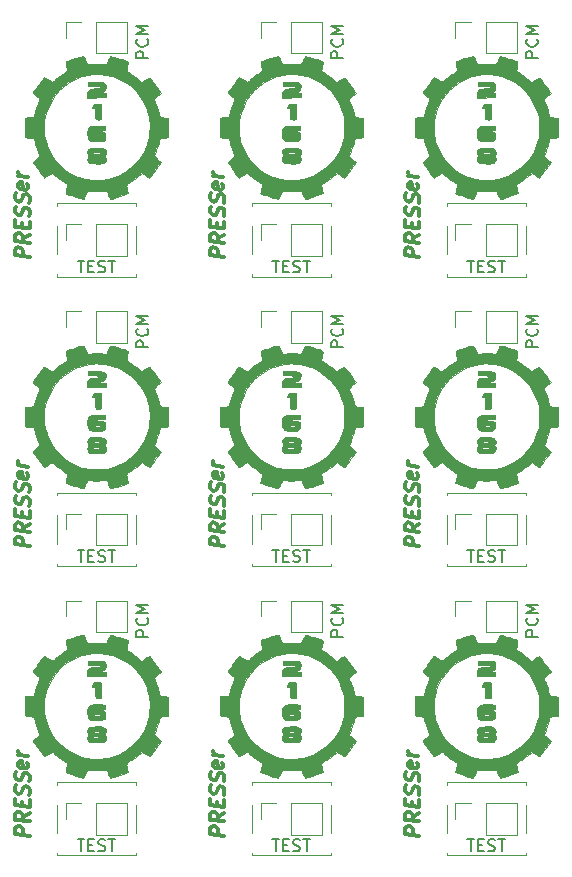
<source format=gbr>
%TF.GenerationSoftware,KiCad,Pcbnew,(6.0.0)*%
%TF.CreationDate,2021-12-29T03:16:53-05:00*%
%TF.ProjectId,panel,70616e65-6c2e-46b6-9963-61645f706362,rev?*%
%TF.SameCoordinates,Original*%
%TF.FileFunction,Legend,Top*%
%TF.FilePolarity,Positive*%
%FSLAX46Y46*%
G04 Gerber Fmt 4.6, Leading zero omitted, Abs format (unit mm)*
G04 Created by KiCad (PCBNEW (6.0.0)) date 2021-12-29 03:16:53*
%MOMM*%
%LPD*%
G01*
G04 APERTURE LIST*
%ADD10C,0.300000*%
%ADD11C,0.150000*%
%ADD12C,0.120000*%
%ADD13C,0.010000*%
G04 APERTURE END LIST*
D10*
X60792861Y-59187139D02*
X59592861Y-59037139D01*
X59592861Y-58579997D01*
X59650004Y-58472854D01*
X59707146Y-58422854D01*
X59821432Y-58379997D01*
X59992861Y-58401425D01*
X60107146Y-58472854D01*
X60164289Y-58537139D01*
X60221432Y-58658568D01*
X60221432Y-59115711D01*
X60792861Y-57301425D02*
X60221432Y-57629997D01*
X60792861Y-57987139D02*
X59592861Y-57837139D01*
X59592861Y-57379997D01*
X59650004Y-57272854D01*
X59707146Y-57222854D01*
X59821432Y-57179997D01*
X59992861Y-57201425D01*
X60107146Y-57272854D01*
X60164289Y-57337139D01*
X60221432Y-57458568D01*
X60221432Y-57915711D01*
X60164289Y-56708568D02*
X60164289Y-56308568D01*
X60792861Y-56215711D02*
X60792861Y-56787139D01*
X59592861Y-56637139D01*
X59592861Y-56065711D01*
X60735718Y-55751425D02*
X60792861Y-55587139D01*
X60792861Y-55301425D01*
X60735718Y-55179997D01*
X60678575Y-55115711D01*
X60564289Y-55044282D01*
X60450004Y-55029997D01*
X60335718Y-55072854D01*
X60278575Y-55122854D01*
X60221432Y-55229997D01*
X60164289Y-55451425D01*
X60107146Y-55558568D01*
X60050004Y-55608568D01*
X59935718Y-55651425D01*
X59821432Y-55637139D01*
X59707146Y-55565711D01*
X59650004Y-55501425D01*
X59592861Y-55379997D01*
X59592861Y-55094282D01*
X59650004Y-54929997D01*
X60735718Y-54608568D02*
X60792861Y-54444282D01*
X60792861Y-54158568D01*
X60735718Y-54037139D01*
X60678575Y-53972854D01*
X60564289Y-53901425D01*
X60450004Y-53887139D01*
X60335718Y-53929997D01*
X60278575Y-53979997D01*
X60221432Y-54087139D01*
X60164289Y-54308568D01*
X60107146Y-54415711D01*
X60050004Y-54465711D01*
X59935718Y-54508568D01*
X59821432Y-54494282D01*
X59707146Y-54422854D01*
X59650004Y-54358568D01*
X59592861Y-54237139D01*
X59592861Y-53951425D01*
X59650004Y-53787139D01*
X44292854Y-59187139D02*
X43092854Y-59037139D01*
X43092854Y-58579997D01*
X43149997Y-58472854D01*
X43207139Y-58422854D01*
X43321425Y-58379997D01*
X43492854Y-58401425D01*
X43607139Y-58472854D01*
X43664282Y-58537139D01*
X43721425Y-58658568D01*
X43721425Y-59115711D01*
X44292854Y-57301425D02*
X43721425Y-57629997D01*
X44292854Y-57987139D02*
X43092854Y-57837139D01*
X43092854Y-57379997D01*
X43149997Y-57272854D01*
X43207139Y-57222854D01*
X43321425Y-57179997D01*
X43492854Y-57201425D01*
X43607139Y-57272854D01*
X43664282Y-57337139D01*
X43721425Y-57458568D01*
X43721425Y-57915711D01*
X43664282Y-56708568D02*
X43664282Y-56308568D01*
X44292854Y-56215711D02*
X44292854Y-56787139D01*
X43092854Y-56637139D01*
X43092854Y-56065711D01*
X44235711Y-55751425D02*
X44292854Y-55587139D01*
X44292854Y-55301425D01*
X44235711Y-55179997D01*
X44178568Y-55115711D01*
X44064282Y-55044282D01*
X43949997Y-55029997D01*
X43835711Y-55072854D01*
X43778568Y-55122854D01*
X43721425Y-55229997D01*
X43664282Y-55451425D01*
X43607139Y-55558568D01*
X43549997Y-55608568D01*
X43435711Y-55651425D01*
X43321425Y-55637139D01*
X43207139Y-55565711D01*
X43149997Y-55501425D01*
X43092854Y-55379997D01*
X43092854Y-55094282D01*
X43149997Y-54929997D01*
X44235711Y-54608568D02*
X44292854Y-54444282D01*
X44292854Y-54158568D01*
X44235711Y-54037139D01*
X44178568Y-53972854D01*
X44064282Y-53901425D01*
X43949997Y-53887139D01*
X43835711Y-53929997D01*
X43778568Y-53979997D01*
X43721425Y-54087139D01*
X43664282Y-54308568D01*
X43607139Y-54415711D01*
X43549997Y-54465711D01*
X43435711Y-54508568D01*
X43321425Y-54494282D01*
X43207139Y-54422854D01*
X43149997Y-54358568D01*
X43092854Y-54237139D01*
X43092854Y-53951425D01*
X43149997Y-53787139D01*
X60792861Y-83687146D02*
X59592861Y-83537146D01*
X59592861Y-83080004D01*
X59650004Y-82972861D01*
X59707146Y-82922861D01*
X59821432Y-82880004D01*
X59992861Y-82901432D01*
X60107146Y-82972861D01*
X60164289Y-83037146D01*
X60221432Y-83158575D01*
X60221432Y-83615718D01*
X60792861Y-81801432D02*
X60221432Y-82130004D01*
X60792861Y-82487146D02*
X59592861Y-82337146D01*
X59592861Y-81880004D01*
X59650004Y-81772861D01*
X59707146Y-81722861D01*
X59821432Y-81680004D01*
X59992861Y-81701432D01*
X60107146Y-81772861D01*
X60164289Y-81837146D01*
X60221432Y-81958575D01*
X60221432Y-82415718D01*
X60164289Y-81208575D02*
X60164289Y-80808575D01*
X60792861Y-80715718D02*
X60792861Y-81287146D01*
X59592861Y-81137146D01*
X59592861Y-80565718D01*
X60735718Y-80251432D02*
X60792861Y-80087146D01*
X60792861Y-79801432D01*
X60735718Y-79680004D01*
X60678575Y-79615718D01*
X60564289Y-79544289D01*
X60450004Y-79530004D01*
X60335718Y-79572861D01*
X60278575Y-79622861D01*
X60221432Y-79730004D01*
X60164289Y-79951432D01*
X60107146Y-80058575D01*
X60050004Y-80108575D01*
X59935718Y-80151432D01*
X59821432Y-80137146D01*
X59707146Y-80065718D01*
X59650004Y-80001432D01*
X59592861Y-79880004D01*
X59592861Y-79594289D01*
X59650004Y-79430004D01*
X60735718Y-79108575D02*
X60792861Y-78944289D01*
X60792861Y-78658575D01*
X60735718Y-78537146D01*
X60678575Y-78472861D01*
X60564289Y-78401432D01*
X60450004Y-78387146D01*
X60335718Y-78430004D01*
X60278575Y-78480004D01*
X60221432Y-78587146D01*
X60164289Y-78808575D01*
X60107146Y-78915718D01*
X60050004Y-78965718D01*
X59935718Y-79008575D01*
X59821432Y-78994289D01*
X59707146Y-78922861D01*
X59650004Y-78858575D01*
X59592861Y-78737146D01*
X59592861Y-78451432D01*
X59650004Y-78287146D01*
X44292854Y-83687146D02*
X43092854Y-83537146D01*
X43092854Y-83080004D01*
X43149997Y-82972861D01*
X43207139Y-82922861D01*
X43321425Y-82880004D01*
X43492854Y-82901432D01*
X43607139Y-82972861D01*
X43664282Y-83037146D01*
X43721425Y-83158575D01*
X43721425Y-83615718D01*
X44292854Y-81801432D02*
X43721425Y-82130004D01*
X44292854Y-82487146D02*
X43092854Y-82337146D01*
X43092854Y-81880004D01*
X43149997Y-81772861D01*
X43207139Y-81722861D01*
X43321425Y-81680004D01*
X43492854Y-81701432D01*
X43607139Y-81772861D01*
X43664282Y-81837146D01*
X43721425Y-81958575D01*
X43721425Y-82415718D01*
X43664282Y-81208575D02*
X43664282Y-80808575D01*
X44292854Y-80715718D02*
X44292854Y-81287146D01*
X43092854Y-81137146D01*
X43092854Y-80565718D01*
X44235711Y-80251432D02*
X44292854Y-80087146D01*
X44292854Y-79801432D01*
X44235711Y-79680004D01*
X44178568Y-79615718D01*
X44064282Y-79544289D01*
X43949997Y-79530004D01*
X43835711Y-79572861D01*
X43778568Y-79622861D01*
X43721425Y-79730004D01*
X43664282Y-79951432D01*
X43607139Y-80058575D01*
X43549997Y-80108575D01*
X43435711Y-80151432D01*
X43321425Y-80137146D01*
X43207139Y-80065718D01*
X43149997Y-80001432D01*
X43092854Y-79880004D01*
X43092854Y-79594289D01*
X43149997Y-79430004D01*
X44235711Y-79108575D02*
X44292854Y-78944289D01*
X44292854Y-78658575D01*
X44235711Y-78537146D01*
X44178568Y-78472861D01*
X44064282Y-78401432D01*
X43949997Y-78387146D01*
X43835711Y-78430004D01*
X43778568Y-78480004D01*
X43721425Y-78587146D01*
X43664282Y-78808575D01*
X43607139Y-78915718D01*
X43549997Y-78965718D01*
X43435711Y-79008575D01*
X43321425Y-78994289D01*
X43207139Y-78922861D01*
X43149997Y-78858575D01*
X43092854Y-78737146D01*
X43092854Y-78451432D01*
X43149997Y-78287146D01*
X77292868Y-59187139D02*
X76092868Y-59037139D01*
X76092868Y-58579997D01*
X76150011Y-58472854D01*
X76207153Y-58422854D01*
X76321439Y-58379997D01*
X76492868Y-58401425D01*
X76607153Y-58472854D01*
X76664296Y-58537139D01*
X76721439Y-58658568D01*
X76721439Y-59115711D01*
X77292868Y-57301425D02*
X76721439Y-57629997D01*
X77292868Y-57987139D02*
X76092868Y-57837139D01*
X76092868Y-57379997D01*
X76150011Y-57272854D01*
X76207153Y-57222854D01*
X76321439Y-57179997D01*
X76492868Y-57201425D01*
X76607153Y-57272854D01*
X76664296Y-57337139D01*
X76721439Y-57458568D01*
X76721439Y-57915711D01*
X76664296Y-56708568D02*
X76664296Y-56308568D01*
X77292868Y-56215711D02*
X77292868Y-56787139D01*
X76092868Y-56637139D01*
X76092868Y-56065711D01*
X77235725Y-55751425D02*
X77292868Y-55587139D01*
X77292868Y-55301425D01*
X77235725Y-55179997D01*
X77178582Y-55115711D01*
X77064296Y-55044282D01*
X76950011Y-55029997D01*
X76835725Y-55072854D01*
X76778582Y-55122854D01*
X76721439Y-55229997D01*
X76664296Y-55451425D01*
X76607153Y-55558568D01*
X76550011Y-55608568D01*
X76435725Y-55651425D01*
X76321439Y-55637139D01*
X76207153Y-55565711D01*
X76150011Y-55501425D01*
X76092868Y-55379997D01*
X76092868Y-55094282D01*
X76150011Y-54929997D01*
X77235725Y-54608568D02*
X77292868Y-54444282D01*
X77292868Y-54158568D01*
X77235725Y-54037139D01*
X77178582Y-53972854D01*
X77064296Y-53901425D01*
X76950011Y-53887139D01*
X76835725Y-53929997D01*
X76778582Y-53979997D01*
X76721439Y-54087139D01*
X76664296Y-54308568D01*
X76607153Y-54415711D01*
X76550011Y-54465711D01*
X76435725Y-54508568D01*
X76321439Y-54494282D01*
X76207153Y-54422854D01*
X76150011Y-54358568D01*
X76092868Y-54237139D01*
X76092868Y-53951425D01*
X76150011Y-53787139D01*
X77292868Y-83687146D02*
X76092868Y-83537146D01*
X76092868Y-83080004D01*
X76150011Y-82972861D01*
X76207153Y-82922861D01*
X76321439Y-82880004D01*
X76492868Y-82901432D01*
X76607153Y-82972861D01*
X76664296Y-83037146D01*
X76721439Y-83158575D01*
X76721439Y-83615718D01*
X77292868Y-81801432D02*
X76721439Y-82130004D01*
X77292868Y-82487146D02*
X76092868Y-82337146D01*
X76092868Y-81880004D01*
X76150011Y-81772861D01*
X76207153Y-81722861D01*
X76321439Y-81680004D01*
X76492868Y-81701432D01*
X76607153Y-81772861D01*
X76664296Y-81837146D01*
X76721439Y-81958575D01*
X76721439Y-82415718D01*
X76664296Y-81208575D02*
X76664296Y-80808575D01*
X77292868Y-80715718D02*
X77292868Y-81287146D01*
X76092868Y-81137146D01*
X76092868Y-80565718D01*
X77235725Y-80251432D02*
X77292868Y-80087146D01*
X77292868Y-79801432D01*
X77235725Y-79680004D01*
X77178582Y-79615718D01*
X77064296Y-79544289D01*
X76950011Y-79530004D01*
X76835725Y-79572861D01*
X76778582Y-79622861D01*
X76721439Y-79730004D01*
X76664296Y-79951432D01*
X76607153Y-80058575D01*
X76550011Y-80108575D01*
X76435725Y-80151432D01*
X76321439Y-80137146D01*
X76207153Y-80065718D01*
X76150011Y-80001432D01*
X76092868Y-79880004D01*
X76092868Y-79594289D01*
X76150011Y-79430004D01*
X77235725Y-79108575D02*
X77292868Y-78944289D01*
X77292868Y-78658575D01*
X77235725Y-78537146D01*
X77178582Y-78472861D01*
X77064296Y-78401432D01*
X76950011Y-78387146D01*
X76835725Y-78430004D01*
X76778582Y-78480004D01*
X76721439Y-78587146D01*
X76664296Y-78808575D01*
X76607153Y-78915718D01*
X76550011Y-78965718D01*
X76435725Y-79008575D01*
X76321439Y-78994289D01*
X76207153Y-78922861D01*
X76150011Y-78858575D01*
X76092868Y-78737146D01*
X76092868Y-78451432D01*
X76150011Y-78287146D01*
X44292854Y-108187153D02*
X43092854Y-108037153D01*
X43092854Y-107580011D01*
X43149997Y-107472868D01*
X43207139Y-107422868D01*
X43321425Y-107380011D01*
X43492854Y-107401439D01*
X43607139Y-107472868D01*
X43664282Y-107537153D01*
X43721425Y-107658582D01*
X43721425Y-108115725D01*
X44292854Y-106301439D02*
X43721425Y-106630011D01*
X44292854Y-106987153D02*
X43092854Y-106837153D01*
X43092854Y-106380011D01*
X43149997Y-106272868D01*
X43207139Y-106222868D01*
X43321425Y-106180011D01*
X43492854Y-106201439D01*
X43607139Y-106272868D01*
X43664282Y-106337153D01*
X43721425Y-106458582D01*
X43721425Y-106915725D01*
X43664282Y-105708582D02*
X43664282Y-105308582D01*
X44292854Y-105215725D02*
X44292854Y-105787153D01*
X43092854Y-105637153D01*
X43092854Y-105065725D01*
X44235711Y-104751439D02*
X44292854Y-104587153D01*
X44292854Y-104301439D01*
X44235711Y-104180011D01*
X44178568Y-104115725D01*
X44064282Y-104044296D01*
X43949997Y-104030011D01*
X43835711Y-104072868D01*
X43778568Y-104122868D01*
X43721425Y-104230011D01*
X43664282Y-104451439D01*
X43607139Y-104558582D01*
X43549997Y-104608582D01*
X43435711Y-104651439D01*
X43321425Y-104637153D01*
X43207139Y-104565725D01*
X43149997Y-104501439D01*
X43092854Y-104380011D01*
X43092854Y-104094296D01*
X43149997Y-103930011D01*
X44235711Y-103608582D02*
X44292854Y-103444296D01*
X44292854Y-103158582D01*
X44235711Y-103037153D01*
X44178568Y-102972868D01*
X44064282Y-102901439D01*
X43949997Y-102887153D01*
X43835711Y-102930011D01*
X43778568Y-102980011D01*
X43721425Y-103087153D01*
X43664282Y-103308582D01*
X43607139Y-103415725D01*
X43549997Y-103465725D01*
X43435711Y-103508582D01*
X43321425Y-103494296D01*
X43207139Y-103422868D01*
X43149997Y-103358582D01*
X43092854Y-103237153D01*
X43092854Y-102951439D01*
X43149997Y-102787153D01*
X60792861Y-108187153D02*
X59592861Y-108037153D01*
X59592861Y-107580011D01*
X59650004Y-107472868D01*
X59707146Y-107422868D01*
X59821432Y-107380011D01*
X59992861Y-107401439D01*
X60107146Y-107472868D01*
X60164289Y-107537153D01*
X60221432Y-107658582D01*
X60221432Y-108115725D01*
X60792861Y-106301439D02*
X60221432Y-106630011D01*
X60792861Y-106987153D02*
X59592861Y-106837153D01*
X59592861Y-106380011D01*
X59650004Y-106272868D01*
X59707146Y-106222868D01*
X59821432Y-106180011D01*
X59992861Y-106201439D01*
X60107146Y-106272868D01*
X60164289Y-106337153D01*
X60221432Y-106458582D01*
X60221432Y-106915725D01*
X60164289Y-105708582D02*
X60164289Y-105308582D01*
X60792861Y-105215725D02*
X60792861Y-105787153D01*
X59592861Y-105637153D01*
X59592861Y-105065725D01*
X60735718Y-104751439D02*
X60792861Y-104587153D01*
X60792861Y-104301439D01*
X60735718Y-104180011D01*
X60678575Y-104115725D01*
X60564289Y-104044296D01*
X60450004Y-104030011D01*
X60335718Y-104072868D01*
X60278575Y-104122868D01*
X60221432Y-104230011D01*
X60164289Y-104451439D01*
X60107146Y-104558582D01*
X60050004Y-104608582D01*
X59935718Y-104651439D01*
X59821432Y-104637153D01*
X59707146Y-104565725D01*
X59650004Y-104501439D01*
X59592861Y-104380011D01*
X59592861Y-104094296D01*
X59650004Y-103930011D01*
X60735718Y-103608582D02*
X60792861Y-103444296D01*
X60792861Y-103158582D01*
X60735718Y-103037153D01*
X60678575Y-102972868D01*
X60564289Y-102901439D01*
X60450004Y-102887153D01*
X60335718Y-102930011D01*
X60278575Y-102980011D01*
X60221432Y-103087153D01*
X60164289Y-103308582D01*
X60107146Y-103415725D01*
X60050004Y-103465725D01*
X59935718Y-103508582D01*
X59821432Y-103494296D01*
X59707146Y-103422868D01*
X59650004Y-103358582D01*
X59592861Y-103237153D01*
X59592861Y-102951439D01*
X59650004Y-102787153D01*
X77292868Y-108187153D02*
X76092868Y-108037153D01*
X76092868Y-107580011D01*
X76150011Y-107472868D01*
X76207153Y-107422868D01*
X76321439Y-107380011D01*
X76492868Y-107401439D01*
X76607153Y-107472868D01*
X76664296Y-107537153D01*
X76721439Y-107658582D01*
X76721439Y-108115725D01*
X77292868Y-106301439D02*
X76721439Y-106630011D01*
X77292868Y-106987153D02*
X76092868Y-106837153D01*
X76092868Y-106380011D01*
X76150011Y-106272868D01*
X76207153Y-106222868D01*
X76321439Y-106180011D01*
X76492868Y-106201439D01*
X76607153Y-106272868D01*
X76664296Y-106337153D01*
X76721439Y-106458582D01*
X76721439Y-106915725D01*
X76664296Y-105708582D02*
X76664296Y-105308582D01*
X77292868Y-105215725D02*
X77292868Y-105787153D01*
X76092868Y-105637153D01*
X76092868Y-105065725D01*
X77235725Y-104751439D02*
X77292868Y-104587153D01*
X77292868Y-104301439D01*
X77235725Y-104180011D01*
X77178582Y-104115725D01*
X77064296Y-104044296D01*
X76950011Y-104030011D01*
X76835725Y-104072868D01*
X76778582Y-104122868D01*
X76721439Y-104230011D01*
X76664296Y-104451439D01*
X76607153Y-104558582D01*
X76550011Y-104608582D01*
X76435725Y-104651439D01*
X76321439Y-104637153D01*
X76207153Y-104565725D01*
X76150011Y-104501439D01*
X76092868Y-104380011D01*
X76092868Y-104094296D01*
X76150011Y-103930011D01*
X77235725Y-103608582D02*
X77292868Y-103444296D01*
X77292868Y-103158582D01*
X77235725Y-103037153D01*
X77178582Y-102972868D01*
X77064296Y-102901439D01*
X76950011Y-102887153D01*
X76835725Y-102930011D01*
X76778582Y-102980011D01*
X76721439Y-103087153D01*
X76664296Y-103308582D01*
X76607153Y-103415725D01*
X76550011Y-103465725D01*
X76435725Y-103508582D01*
X76321439Y-103494296D01*
X76207153Y-103422868D01*
X76150011Y-103358582D01*
X76092868Y-103237153D01*
X76092868Y-102951439D01*
X76150011Y-102787153D01*
X60585718Y-53007854D02*
X60642861Y-53129282D01*
X60642861Y-53357854D01*
X60585718Y-53464997D01*
X60471432Y-53507854D01*
X60014289Y-53450711D01*
X59900004Y-53379282D01*
X59842861Y-53257854D01*
X59842861Y-53029282D01*
X59900004Y-52922139D01*
X60014289Y-52879282D01*
X60128575Y-52893568D01*
X60242861Y-53479282D01*
X60642861Y-52443568D02*
X59842861Y-52343568D01*
X60071432Y-52372139D02*
X59957146Y-52300711D01*
X59900004Y-52236425D01*
X59842861Y-52114997D01*
X59842861Y-52000711D01*
X44085711Y-53007854D02*
X44142854Y-53129282D01*
X44142854Y-53357854D01*
X44085711Y-53464997D01*
X43971425Y-53507854D01*
X43514282Y-53450711D01*
X43399997Y-53379282D01*
X43342854Y-53257854D01*
X43342854Y-53029282D01*
X43399997Y-52922139D01*
X43514282Y-52879282D01*
X43628568Y-52893568D01*
X43742854Y-53479282D01*
X44142854Y-52443568D02*
X43342854Y-52343568D01*
X43571425Y-52372139D02*
X43457139Y-52300711D01*
X43399997Y-52236425D01*
X43342854Y-52114997D01*
X43342854Y-52000711D01*
X77085725Y-53007854D02*
X77142868Y-53129282D01*
X77142868Y-53357854D01*
X77085725Y-53464997D01*
X76971439Y-53507854D01*
X76514296Y-53450711D01*
X76400011Y-53379282D01*
X76342868Y-53257854D01*
X76342868Y-53029282D01*
X76400011Y-52922139D01*
X76514296Y-52879282D01*
X76628582Y-52893568D01*
X76742868Y-53479282D01*
X77142868Y-52443568D02*
X76342868Y-52343568D01*
X76571439Y-52372139D02*
X76457153Y-52300711D01*
X76400011Y-52236425D01*
X76342868Y-52114997D01*
X76342868Y-52000711D01*
X44085711Y-77507861D02*
X44142854Y-77629289D01*
X44142854Y-77857861D01*
X44085711Y-77965004D01*
X43971425Y-78007861D01*
X43514282Y-77950718D01*
X43399997Y-77879289D01*
X43342854Y-77757861D01*
X43342854Y-77529289D01*
X43399997Y-77422146D01*
X43514282Y-77379289D01*
X43628568Y-77393575D01*
X43742854Y-77979289D01*
X44142854Y-76943575D02*
X43342854Y-76843575D01*
X43571425Y-76872146D02*
X43457139Y-76800718D01*
X43399997Y-76736432D01*
X43342854Y-76615004D01*
X43342854Y-76500718D01*
X60585718Y-77507861D02*
X60642861Y-77629289D01*
X60642861Y-77857861D01*
X60585718Y-77965004D01*
X60471432Y-78007861D01*
X60014289Y-77950718D01*
X59900004Y-77879289D01*
X59842861Y-77757861D01*
X59842861Y-77529289D01*
X59900004Y-77422146D01*
X60014289Y-77379289D01*
X60128575Y-77393575D01*
X60242861Y-77979289D01*
X60642861Y-76943575D02*
X59842861Y-76843575D01*
X60071432Y-76872146D02*
X59957146Y-76800718D01*
X59900004Y-76736432D01*
X59842861Y-76615004D01*
X59842861Y-76500718D01*
X44085711Y-102007868D02*
X44142854Y-102129296D01*
X44142854Y-102357868D01*
X44085711Y-102465011D01*
X43971425Y-102507868D01*
X43514282Y-102450725D01*
X43399997Y-102379296D01*
X43342854Y-102257868D01*
X43342854Y-102029296D01*
X43399997Y-101922153D01*
X43514282Y-101879296D01*
X43628568Y-101893582D01*
X43742854Y-102479296D01*
X44142854Y-101443582D02*
X43342854Y-101343582D01*
X43571425Y-101372153D02*
X43457139Y-101300725D01*
X43399997Y-101236439D01*
X43342854Y-101115011D01*
X43342854Y-101000725D01*
X60585718Y-102007868D02*
X60642861Y-102129296D01*
X60642861Y-102357868D01*
X60585718Y-102465011D01*
X60471432Y-102507868D01*
X60014289Y-102450725D01*
X59900004Y-102379296D01*
X59842861Y-102257868D01*
X59842861Y-102029296D01*
X59900004Y-101922153D01*
X60014289Y-101879296D01*
X60128575Y-101893582D01*
X60242861Y-102479296D01*
X60642861Y-101443582D02*
X59842861Y-101343582D01*
X60071432Y-101372153D02*
X59957146Y-101300725D01*
X59900004Y-101236439D01*
X59842861Y-101115011D01*
X59842861Y-101000725D01*
X77085725Y-77507861D02*
X77142868Y-77629289D01*
X77142868Y-77857861D01*
X77085725Y-77965004D01*
X76971439Y-78007861D01*
X76514296Y-77950718D01*
X76400011Y-77879289D01*
X76342868Y-77757861D01*
X76342868Y-77529289D01*
X76400011Y-77422146D01*
X76514296Y-77379289D01*
X76628582Y-77393575D01*
X76742868Y-77979289D01*
X77142868Y-76943575D02*
X76342868Y-76843575D01*
X76571439Y-76872146D02*
X76457153Y-76800718D01*
X76400011Y-76736432D01*
X76342868Y-76615004D01*
X76342868Y-76500718D01*
X77085725Y-102007868D02*
X77142868Y-102129296D01*
X77142868Y-102357868D01*
X77085725Y-102465011D01*
X76971439Y-102507868D01*
X76514296Y-102450725D01*
X76400011Y-102379296D01*
X76342868Y-102257868D01*
X76342868Y-102029296D01*
X76400011Y-101922153D01*
X76514296Y-101879296D01*
X76628582Y-101893582D01*
X76742868Y-102479296D01*
X77142868Y-101443582D02*
X76342868Y-101343582D01*
X76571439Y-101372153D02*
X76457153Y-101300725D01*
X76400011Y-101236439D01*
X76342868Y-101115011D01*
X76342868Y-101000725D01*
D11*
%TO.C,PCM*%
X54339377Y-66839337D02*
X53339377Y-66839337D01*
X53339377Y-66458384D01*
X53386997Y-66363146D01*
X53434616Y-66315527D01*
X53529854Y-66267908D01*
X53672711Y-66267908D01*
X53767949Y-66315527D01*
X53815568Y-66363146D01*
X53863187Y-66458384D01*
X53863187Y-66839337D01*
X54244139Y-65267908D02*
X54291758Y-65315527D01*
X54339377Y-65458384D01*
X54339377Y-65553623D01*
X54291758Y-65696480D01*
X54196520Y-65791718D01*
X54101282Y-65839337D01*
X53910806Y-65886956D01*
X53767949Y-65886956D01*
X53577473Y-65839337D01*
X53482235Y-65791718D01*
X53386997Y-65696480D01*
X53339377Y-65553623D01*
X53339377Y-65458384D01*
X53386997Y-65315527D01*
X53434616Y-65267908D01*
X54339377Y-64839337D02*
X53339377Y-64839337D01*
X54053663Y-64506004D01*
X53339377Y-64172670D01*
X54339377Y-64172670D01*
%TO.C,TEST*%
X81354772Y-84008384D02*
X81926201Y-84008384D01*
X81640487Y-85008384D02*
X81640487Y-84008384D01*
X82259534Y-84484575D02*
X82592868Y-84484575D01*
X82735725Y-85008384D02*
X82259534Y-85008384D01*
X82259534Y-84008384D01*
X82735725Y-84008384D01*
X83116677Y-84960765D02*
X83259534Y-85008384D01*
X83497630Y-85008384D01*
X83592868Y-84960765D01*
X83640487Y-84913146D01*
X83688106Y-84817908D01*
X83688106Y-84722670D01*
X83640487Y-84627432D01*
X83592868Y-84579813D01*
X83497630Y-84532194D01*
X83307153Y-84484575D01*
X83211915Y-84436956D01*
X83164296Y-84389337D01*
X83116677Y-84294099D01*
X83116677Y-84198861D01*
X83164296Y-84103623D01*
X83211915Y-84056004D01*
X83307153Y-84008384D01*
X83545249Y-84008384D01*
X83688106Y-84056004D01*
X83973820Y-84008384D02*
X84545249Y-84008384D01*
X84259534Y-85008384D02*
X84259534Y-84008384D01*
X64854765Y-84008384D02*
X65426194Y-84008384D01*
X65140480Y-85008384D02*
X65140480Y-84008384D01*
X65759527Y-84484575D02*
X66092861Y-84484575D01*
X66235718Y-85008384D02*
X65759527Y-85008384D01*
X65759527Y-84008384D01*
X66235718Y-84008384D01*
X66616670Y-84960765D02*
X66759527Y-85008384D01*
X66997623Y-85008384D01*
X67092861Y-84960765D01*
X67140480Y-84913146D01*
X67188099Y-84817908D01*
X67188099Y-84722670D01*
X67140480Y-84627432D01*
X67092861Y-84579813D01*
X66997623Y-84532194D01*
X66807146Y-84484575D01*
X66711908Y-84436956D01*
X66664289Y-84389337D01*
X66616670Y-84294099D01*
X66616670Y-84198861D01*
X66664289Y-84103623D01*
X66711908Y-84056004D01*
X66807146Y-84008384D01*
X67045242Y-84008384D01*
X67188099Y-84056004D01*
X67473813Y-84008384D02*
X68045242Y-84008384D01*
X67759527Y-85008384D02*
X67759527Y-84008384D01*
X48354758Y-84008384D02*
X48926187Y-84008384D01*
X48640473Y-85008384D02*
X48640473Y-84008384D01*
X49259520Y-84484575D02*
X49592854Y-84484575D01*
X49735711Y-85008384D02*
X49259520Y-85008384D01*
X49259520Y-84008384D01*
X49735711Y-84008384D01*
X50116663Y-84960765D02*
X50259520Y-85008384D01*
X50497616Y-85008384D01*
X50592854Y-84960765D01*
X50640473Y-84913146D01*
X50688092Y-84817908D01*
X50688092Y-84722670D01*
X50640473Y-84627432D01*
X50592854Y-84579813D01*
X50497616Y-84532194D01*
X50307139Y-84484575D01*
X50211901Y-84436956D01*
X50164282Y-84389337D01*
X50116663Y-84294099D01*
X50116663Y-84198861D01*
X50164282Y-84103623D01*
X50211901Y-84056004D01*
X50307139Y-84008384D01*
X50545235Y-84008384D01*
X50688092Y-84056004D01*
X50973806Y-84008384D02*
X51545235Y-84008384D01*
X51259520Y-85008384D02*
X51259520Y-84008384D01*
X48354758Y-108508391D02*
X48926187Y-108508391D01*
X48640473Y-109508391D02*
X48640473Y-108508391D01*
X49259520Y-108984582D02*
X49592854Y-108984582D01*
X49735711Y-109508391D02*
X49259520Y-109508391D01*
X49259520Y-108508391D01*
X49735711Y-108508391D01*
X50116663Y-109460772D02*
X50259520Y-109508391D01*
X50497616Y-109508391D01*
X50592854Y-109460772D01*
X50640473Y-109413153D01*
X50688092Y-109317915D01*
X50688092Y-109222677D01*
X50640473Y-109127439D01*
X50592854Y-109079820D01*
X50497616Y-109032201D01*
X50307139Y-108984582D01*
X50211901Y-108936963D01*
X50164282Y-108889344D01*
X50116663Y-108794106D01*
X50116663Y-108698868D01*
X50164282Y-108603630D01*
X50211901Y-108556011D01*
X50307139Y-108508391D01*
X50545235Y-108508391D01*
X50688092Y-108556011D01*
X50973806Y-108508391D02*
X51545235Y-108508391D01*
X51259520Y-109508391D02*
X51259520Y-108508391D01*
%TO.C,PCM*%
X70839384Y-42339330D02*
X69839384Y-42339330D01*
X69839384Y-41958377D01*
X69887004Y-41863139D01*
X69934623Y-41815520D01*
X70029861Y-41767901D01*
X70172718Y-41767901D01*
X70267956Y-41815520D01*
X70315575Y-41863139D01*
X70363194Y-41958377D01*
X70363194Y-42339330D01*
X70744146Y-40767901D02*
X70791765Y-40815520D01*
X70839384Y-40958377D01*
X70839384Y-41053616D01*
X70791765Y-41196473D01*
X70696527Y-41291711D01*
X70601289Y-41339330D01*
X70410813Y-41386949D01*
X70267956Y-41386949D01*
X70077480Y-41339330D01*
X69982242Y-41291711D01*
X69887004Y-41196473D01*
X69839384Y-41053616D01*
X69839384Y-40958377D01*
X69887004Y-40815520D01*
X69934623Y-40767901D01*
X70839384Y-40339330D02*
X69839384Y-40339330D01*
X70553670Y-40005997D01*
X69839384Y-39672663D01*
X70839384Y-39672663D01*
%TO.C,TEST*%
X64854765Y-108508391D02*
X65426194Y-108508391D01*
X65140480Y-109508391D02*
X65140480Y-108508391D01*
X65759527Y-108984582D02*
X66092861Y-108984582D01*
X66235718Y-109508391D02*
X65759527Y-109508391D01*
X65759527Y-108508391D01*
X66235718Y-108508391D01*
X66616670Y-109460772D02*
X66759527Y-109508391D01*
X66997623Y-109508391D01*
X67092861Y-109460772D01*
X67140480Y-109413153D01*
X67188099Y-109317915D01*
X67188099Y-109222677D01*
X67140480Y-109127439D01*
X67092861Y-109079820D01*
X66997623Y-109032201D01*
X66807146Y-108984582D01*
X66711908Y-108936963D01*
X66664289Y-108889344D01*
X66616670Y-108794106D01*
X66616670Y-108698868D01*
X66664289Y-108603630D01*
X66711908Y-108556011D01*
X66807146Y-108508391D01*
X67045242Y-108508391D01*
X67188099Y-108556011D01*
X67473813Y-108508391D02*
X68045242Y-108508391D01*
X67759527Y-109508391D02*
X67759527Y-108508391D01*
%TO.C,PCM*%
X87339391Y-66839337D02*
X86339391Y-66839337D01*
X86339391Y-66458384D01*
X86387011Y-66363146D01*
X86434630Y-66315527D01*
X86529868Y-66267908D01*
X86672725Y-66267908D01*
X86767963Y-66315527D01*
X86815582Y-66363146D01*
X86863201Y-66458384D01*
X86863201Y-66839337D01*
X87244153Y-65267908D02*
X87291772Y-65315527D01*
X87339391Y-65458384D01*
X87339391Y-65553623D01*
X87291772Y-65696480D01*
X87196534Y-65791718D01*
X87101296Y-65839337D01*
X86910820Y-65886956D01*
X86767963Y-65886956D01*
X86577487Y-65839337D01*
X86482249Y-65791718D01*
X86387011Y-65696480D01*
X86339391Y-65553623D01*
X86339391Y-65458384D01*
X86387011Y-65315527D01*
X86434630Y-65267908D01*
X87339391Y-64839337D02*
X86339391Y-64839337D01*
X87053677Y-64506004D01*
X86339391Y-64172670D01*
X87339391Y-64172670D01*
%TO.C,TEST*%
X81354772Y-108508391D02*
X81926201Y-108508391D01*
X81640487Y-109508391D02*
X81640487Y-108508391D01*
X82259534Y-108984582D02*
X82592868Y-108984582D01*
X82735725Y-109508391D02*
X82259534Y-109508391D01*
X82259534Y-108508391D01*
X82735725Y-108508391D01*
X83116677Y-109460772D02*
X83259534Y-109508391D01*
X83497630Y-109508391D01*
X83592868Y-109460772D01*
X83640487Y-109413153D01*
X83688106Y-109317915D01*
X83688106Y-109222677D01*
X83640487Y-109127439D01*
X83592868Y-109079820D01*
X83497630Y-109032201D01*
X83307153Y-108984582D01*
X83211915Y-108936963D01*
X83164296Y-108889344D01*
X83116677Y-108794106D01*
X83116677Y-108698868D01*
X83164296Y-108603630D01*
X83211915Y-108556011D01*
X83307153Y-108508391D01*
X83545249Y-108508391D01*
X83688106Y-108556011D01*
X83973820Y-108508391D02*
X84545249Y-108508391D01*
X84259534Y-109508391D02*
X84259534Y-108508391D01*
X48354758Y-59508377D02*
X48926187Y-59508377D01*
X48640473Y-60508377D02*
X48640473Y-59508377D01*
X49259520Y-59984568D02*
X49592854Y-59984568D01*
X49735711Y-60508377D02*
X49259520Y-60508377D01*
X49259520Y-59508377D01*
X49735711Y-59508377D01*
X50116663Y-60460758D02*
X50259520Y-60508377D01*
X50497616Y-60508377D01*
X50592854Y-60460758D01*
X50640473Y-60413139D01*
X50688092Y-60317901D01*
X50688092Y-60222663D01*
X50640473Y-60127425D01*
X50592854Y-60079806D01*
X50497616Y-60032187D01*
X50307139Y-59984568D01*
X50211901Y-59936949D01*
X50164282Y-59889330D01*
X50116663Y-59794092D01*
X50116663Y-59698854D01*
X50164282Y-59603616D01*
X50211901Y-59555997D01*
X50307139Y-59508377D01*
X50545235Y-59508377D01*
X50688092Y-59555997D01*
X50973806Y-59508377D02*
X51545235Y-59508377D01*
X51259520Y-60508377D02*
X51259520Y-59508377D01*
X64854765Y-59508377D02*
X65426194Y-59508377D01*
X65140480Y-60508377D02*
X65140480Y-59508377D01*
X65759527Y-59984568D02*
X66092861Y-59984568D01*
X66235718Y-60508377D02*
X65759527Y-60508377D01*
X65759527Y-59508377D01*
X66235718Y-59508377D01*
X66616670Y-60460758D02*
X66759527Y-60508377D01*
X66997623Y-60508377D01*
X67092861Y-60460758D01*
X67140480Y-60413139D01*
X67188099Y-60317901D01*
X67188099Y-60222663D01*
X67140480Y-60127425D01*
X67092861Y-60079806D01*
X66997623Y-60032187D01*
X66807146Y-59984568D01*
X66711908Y-59936949D01*
X66664289Y-59889330D01*
X66616670Y-59794092D01*
X66616670Y-59698854D01*
X66664289Y-59603616D01*
X66711908Y-59555997D01*
X66807146Y-59508377D01*
X67045242Y-59508377D01*
X67188099Y-59555997D01*
X67473813Y-59508377D02*
X68045242Y-59508377D01*
X67759527Y-60508377D02*
X67759527Y-59508377D01*
X81354772Y-59508377D02*
X81926201Y-59508377D01*
X81640487Y-60508377D02*
X81640487Y-59508377D01*
X82259534Y-59984568D02*
X82592868Y-59984568D01*
X82735725Y-60508377D02*
X82259534Y-60508377D01*
X82259534Y-59508377D01*
X82735725Y-59508377D01*
X83116677Y-60460758D02*
X83259534Y-60508377D01*
X83497630Y-60508377D01*
X83592868Y-60460758D01*
X83640487Y-60413139D01*
X83688106Y-60317901D01*
X83688106Y-60222663D01*
X83640487Y-60127425D01*
X83592868Y-60079806D01*
X83497630Y-60032187D01*
X83307153Y-59984568D01*
X83211915Y-59936949D01*
X83164296Y-59889330D01*
X83116677Y-59794092D01*
X83116677Y-59698854D01*
X83164296Y-59603616D01*
X83211915Y-59555997D01*
X83307153Y-59508377D01*
X83545249Y-59508377D01*
X83688106Y-59555997D01*
X83973820Y-59508377D02*
X84545249Y-59508377D01*
X84259534Y-60508377D02*
X84259534Y-59508377D01*
%TO.C,PCM*%
X70839384Y-91339344D02*
X69839384Y-91339344D01*
X69839384Y-90958391D01*
X69887004Y-90863153D01*
X69934623Y-90815534D01*
X70029861Y-90767915D01*
X70172718Y-90767915D01*
X70267956Y-90815534D01*
X70315575Y-90863153D01*
X70363194Y-90958391D01*
X70363194Y-91339344D01*
X70744146Y-89767915D02*
X70791765Y-89815534D01*
X70839384Y-89958391D01*
X70839384Y-90053630D01*
X70791765Y-90196487D01*
X70696527Y-90291725D01*
X70601289Y-90339344D01*
X70410813Y-90386963D01*
X70267956Y-90386963D01*
X70077480Y-90339344D01*
X69982242Y-90291725D01*
X69887004Y-90196487D01*
X69839384Y-90053630D01*
X69839384Y-89958391D01*
X69887004Y-89815534D01*
X69934623Y-89767915D01*
X70839384Y-89339344D02*
X69839384Y-89339344D01*
X70553670Y-89006011D01*
X69839384Y-88672677D01*
X70839384Y-88672677D01*
X87339391Y-42339330D02*
X86339391Y-42339330D01*
X86339391Y-41958377D01*
X86387011Y-41863139D01*
X86434630Y-41815520D01*
X86529868Y-41767901D01*
X86672725Y-41767901D01*
X86767963Y-41815520D01*
X86815582Y-41863139D01*
X86863201Y-41958377D01*
X86863201Y-42339330D01*
X87244153Y-40767901D02*
X87291772Y-40815520D01*
X87339391Y-40958377D01*
X87339391Y-41053616D01*
X87291772Y-41196473D01*
X87196534Y-41291711D01*
X87101296Y-41339330D01*
X86910820Y-41386949D01*
X86767963Y-41386949D01*
X86577487Y-41339330D01*
X86482249Y-41291711D01*
X86387011Y-41196473D01*
X86339391Y-41053616D01*
X86339391Y-40958377D01*
X86387011Y-40815520D01*
X86434630Y-40767901D01*
X87339391Y-40339330D02*
X86339391Y-40339330D01*
X87053677Y-40005997D01*
X86339391Y-39672663D01*
X87339391Y-39672663D01*
X54339377Y-91339344D02*
X53339377Y-91339344D01*
X53339377Y-90958391D01*
X53386997Y-90863153D01*
X53434616Y-90815534D01*
X53529854Y-90767915D01*
X53672711Y-90767915D01*
X53767949Y-90815534D01*
X53815568Y-90863153D01*
X53863187Y-90958391D01*
X53863187Y-91339344D01*
X54244139Y-89767915D02*
X54291758Y-89815534D01*
X54339377Y-89958391D01*
X54339377Y-90053630D01*
X54291758Y-90196487D01*
X54196520Y-90291725D01*
X54101282Y-90339344D01*
X53910806Y-90386963D01*
X53767949Y-90386963D01*
X53577473Y-90339344D01*
X53482235Y-90291725D01*
X53386997Y-90196487D01*
X53339377Y-90053630D01*
X53339377Y-89958391D01*
X53386997Y-89815534D01*
X53434616Y-89767915D01*
X54339377Y-89339344D02*
X53339377Y-89339344D01*
X54053663Y-89006011D01*
X53339377Y-88672677D01*
X54339377Y-88672677D01*
X70839384Y-66839337D02*
X69839384Y-66839337D01*
X69839384Y-66458384D01*
X69887004Y-66363146D01*
X69934623Y-66315527D01*
X70029861Y-66267908D01*
X70172718Y-66267908D01*
X70267956Y-66315527D01*
X70315575Y-66363146D01*
X70363194Y-66458384D01*
X70363194Y-66839337D01*
X70744146Y-65267908D02*
X70791765Y-65315527D01*
X70839384Y-65458384D01*
X70839384Y-65553623D01*
X70791765Y-65696480D01*
X70696527Y-65791718D01*
X70601289Y-65839337D01*
X70410813Y-65886956D01*
X70267956Y-65886956D01*
X70077480Y-65839337D01*
X69982242Y-65791718D01*
X69887004Y-65696480D01*
X69839384Y-65553623D01*
X69839384Y-65458384D01*
X69887004Y-65315527D01*
X69934623Y-65267908D01*
X70839384Y-64839337D02*
X69839384Y-64839337D01*
X70553670Y-64506004D01*
X69839384Y-64172670D01*
X70839384Y-64172670D01*
X54339377Y-42339330D02*
X53339377Y-42339330D01*
X53339377Y-41958377D01*
X53386997Y-41863139D01*
X53434616Y-41815520D01*
X53529854Y-41767901D01*
X53672711Y-41767901D01*
X53767949Y-41815520D01*
X53815568Y-41863139D01*
X53863187Y-41958377D01*
X53863187Y-42339330D01*
X54244139Y-40767901D02*
X54291758Y-40815520D01*
X54339377Y-40958377D01*
X54339377Y-41053616D01*
X54291758Y-41196473D01*
X54196520Y-41291711D01*
X54101282Y-41339330D01*
X53910806Y-41386949D01*
X53767949Y-41386949D01*
X53577473Y-41339330D01*
X53482235Y-41291711D01*
X53386997Y-41196473D01*
X53339377Y-41053616D01*
X53339377Y-40958377D01*
X53386997Y-40815520D01*
X53434616Y-40767901D01*
X54339377Y-40339330D02*
X53339377Y-40339330D01*
X54053663Y-40005997D01*
X53339377Y-39672663D01*
X54339377Y-39672663D01*
X87339391Y-91339344D02*
X86339391Y-91339344D01*
X86339391Y-90958391D01*
X86387011Y-90863153D01*
X86434630Y-90815534D01*
X86529868Y-90767915D01*
X86672725Y-90767915D01*
X86767963Y-90815534D01*
X86815582Y-90863153D01*
X86863201Y-90958391D01*
X86863201Y-91339344D01*
X87244153Y-89767915D02*
X87291772Y-89815534D01*
X87339391Y-89958391D01*
X87339391Y-90053630D01*
X87291772Y-90196487D01*
X87196534Y-90291725D01*
X87101296Y-90339344D01*
X86910820Y-90386963D01*
X86767963Y-90386963D01*
X86577487Y-90339344D01*
X86482249Y-90291725D01*
X86387011Y-90196487D01*
X86339391Y-90053630D01*
X86339391Y-89958391D01*
X86387011Y-89815534D01*
X86434630Y-89767915D01*
X87339391Y-89339344D02*
X86339391Y-89339344D01*
X87053677Y-89006011D01*
X86339391Y-88672677D01*
X87339391Y-88672677D01*
D12*
X47349997Y-63795004D02*
X48679997Y-63795004D01*
X49949997Y-66455004D02*
X49949997Y-63795004D01*
X49949997Y-66455004D02*
X52549997Y-66455004D01*
X47349997Y-65125004D02*
X47349997Y-63795004D01*
X52549997Y-66455004D02*
X52549997Y-63795004D01*
X49949997Y-63795004D02*
X52549997Y-63795004D01*
%TO.C,J1*%
X47349997Y-106770011D02*
X47349997Y-105440011D01*
X49949997Y-108100011D02*
X49949997Y-105440011D01*
X47349997Y-105440011D02*
X48679997Y-105440011D01*
X52549997Y-108100011D02*
X52549997Y-105440011D01*
X49949997Y-108100011D02*
X52549997Y-108100011D01*
X49949997Y-105440011D02*
X52549997Y-105440011D01*
%TO.C,TEST*%
X86300011Y-81070004D02*
X86300011Y-83470004D01*
X79600011Y-85370004D02*
X79600011Y-85170004D01*
X86300011Y-79170004D02*
X79600011Y-79170004D01*
X86300011Y-85370004D02*
X86300011Y-85170004D01*
X86300011Y-79170004D02*
X86300011Y-79370004D01*
X79600011Y-85370004D02*
X86300011Y-85370004D01*
X79600011Y-79170004D02*
X79600011Y-79370004D01*
X79600011Y-81070004D02*
X79600011Y-83470004D01*
X69800004Y-85370004D02*
X69800004Y-85170004D01*
X63100004Y-81070004D02*
X63100004Y-83470004D01*
X63100004Y-79170004D02*
X63100004Y-79370004D01*
X69800004Y-81070004D02*
X69800004Y-83470004D01*
X63100004Y-85370004D02*
X63100004Y-85170004D01*
X63100004Y-85370004D02*
X69800004Y-85370004D01*
X69800004Y-79170004D02*
X63100004Y-79170004D01*
X69800004Y-79170004D02*
X69800004Y-79370004D01*
X46599997Y-79170004D02*
X46599997Y-79370004D01*
X53299997Y-79170004D02*
X46599997Y-79170004D01*
X53299997Y-81070004D02*
X53299997Y-83470004D01*
X46599997Y-85370004D02*
X53299997Y-85370004D01*
X46599997Y-85370004D02*
X46599997Y-85170004D01*
X53299997Y-85370004D02*
X53299997Y-85170004D01*
X46599997Y-81070004D02*
X46599997Y-83470004D01*
X53299997Y-79170004D02*
X53299997Y-79370004D01*
D13*
%TO.C,G\u002A\u002A\u002A*%
X67680834Y-66708334D02*
X67800846Y-66735567D01*
X67800846Y-66735567D02*
X67968014Y-66779794D01*
X67968014Y-66779794D02*
X68165792Y-66836016D01*
X68165792Y-66836016D02*
X68377634Y-66899237D01*
X68377634Y-66899237D02*
X68586991Y-66964459D01*
X68586991Y-66964459D02*
X68777318Y-67026685D01*
X68777318Y-67026685D02*
X68932068Y-67080917D01*
X68932068Y-67080917D02*
X69034694Y-67122158D01*
X69034694Y-67122158D02*
X69062989Y-67137538D01*
X69062989Y-67137538D02*
X69093006Y-67169383D01*
X69093006Y-67169383D02*
X69104351Y-67220063D01*
X69104351Y-67220063D02*
X69096549Y-67308283D01*
X69096549Y-67308283D02*
X69069127Y-67452744D01*
X69069127Y-67452744D02*
X69053100Y-67527957D01*
X69053100Y-67527957D02*
X69021248Y-67693845D01*
X69021248Y-67693845D02*
X69002101Y-67831538D01*
X69002101Y-67831538D02*
X68998719Y-67917416D01*
X68998719Y-67917416D02*
X69001147Y-67929316D01*
X69001147Y-67929316D02*
X69046452Y-67977144D01*
X69046452Y-67977144D02*
X69146216Y-68051200D01*
X69146216Y-68051200D02*
X69280635Y-68137048D01*
X69280635Y-68137048D02*
X69309698Y-68154225D01*
X69309698Y-68154225D02*
X69473690Y-68259769D01*
X69473690Y-68259769D02*
X69667081Y-68399036D01*
X69667081Y-68399036D02*
X69857255Y-68548113D01*
X69857255Y-68548113D02*
X69927189Y-68606921D01*
X69927189Y-68606921D02*
X70066739Y-68725565D01*
X70066739Y-68725565D02*
X70181868Y-68820142D01*
X70181868Y-68820142D02*
X70258134Y-68878983D01*
X70258134Y-68878983D02*
X70280861Y-68892671D01*
X70280861Y-68892671D02*
X70324063Y-68870794D01*
X70324063Y-68870794D02*
X70419495Y-68812537D01*
X70419495Y-68812537D02*
X70549257Y-68728954D01*
X70549257Y-68728954D02*
X70597574Y-68697026D01*
X70597574Y-68697026D02*
X70739489Y-68609477D01*
X70739489Y-68609477D02*
X70859295Y-68547953D01*
X70859295Y-68547953D02*
X70936800Y-68522418D01*
X70936800Y-68522418D02*
X70949361Y-68523471D01*
X70949361Y-68523471D02*
X70989914Y-68562434D01*
X70989914Y-68562434D02*
X71069573Y-68656878D01*
X71069573Y-68656878D02*
X71178194Y-68793413D01*
X71178194Y-68793413D02*
X71305632Y-68958655D01*
X71305632Y-68958655D02*
X71441741Y-69139215D01*
X71441741Y-69139215D02*
X71576377Y-69321705D01*
X71576377Y-69321705D02*
X71699394Y-69492740D01*
X71699394Y-69492740D02*
X71800648Y-69638930D01*
X71800648Y-69638930D02*
X71840568Y-69699499D01*
X71840568Y-69699499D02*
X71910141Y-69807827D01*
X71910141Y-69807827D02*
X71614239Y-70051257D01*
X71614239Y-70051257D02*
X71483518Y-70162313D01*
X71483518Y-70162313D02*
X71382333Y-70254971D01*
X71382333Y-70254971D02*
X71325506Y-70315333D01*
X71325506Y-70315333D02*
X71318337Y-70328657D01*
X71318337Y-70328657D02*
X71334708Y-70381640D01*
X71334708Y-70381640D02*
X71377731Y-70488685D01*
X71377731Y-70488685D02*
X71438269Y-70627122D01*
X71438269Y-70627122D02*
X71441381Y-70633995D01*
X71441381Y-70633995D02*
X71507891Y-70799344D01*
X71507891Y-70799344D02*
X71581444Y-71011474D01*
X71581444Y-71011474D02*
X71649986Y-71234683D01*
X71649986Y-71234683D02*
X71675600Y-71327767D01*
X71675600Y-71327767D02*
X71725623Y-71511431D01*
X71725623Y-71511431D02*
X71771439Y-71668262D01*
X71771439Y-71668262D02*
X71806823Y-71777532D01*
X71806823Y-71777532D02*
X71821516Y-71813671D01*
X71821516Y-71813671D02*
X71874637Y-71851951D01*
X71874637Y-71851951D02*
X71991925Y-71879257D01*
X71991925Y-71879257D02*
X72183357Y-71897877D01*
X72183357Y-71897877D02*
X72190547Y-71898338D01*
X72190547Y-71898338D02*
X72524837Y-71919504D01*
X72524837Y-71919504D02*
X72536395Y-72697159D01*
X72536395Y-72697159D02*
X72538815Y-73017499D01*
X72538815Y-73017499D02*
X72535196Y-73257586D01*
X72535196Y-73257586D02*
X72525351Y-73421631D01*
X72525351Y-73421631D02*
X72509094Y-73513845D01*
X72509094Y-73513845D02*
X72499461Y-73533242D01*
X72499461Y-73533242D02*
X72419525Y-73571514D01*
X72419525Y-73571514D02*
X72259054Y-73589856D01*
X72259054Y-73589856D02*
X72165004Y-73591671D01*
X72165004Y-73591671D02*
X71988380Y-73599881D01*
X71988380Y-73599881D02*
X71872629Y-73623000D01*
X71872629Y-73623000D02*
X71836973Y-73644588D01*
X71836973Y-73644588D02*
X71807927Y-73709656D01*
X71807927Y-73709656D02*
X71769833Y-73832940D01*
X71769833Y-73832940D02*
X71730226Y-73989626D01*
X71730226Y-73989626D02*
X71724503Y-74015004D01*
X71724503Y-74015004D02*
X71676155Y-74199046D01*
X71676155Y-74199046D02*
X71606165Y-74423706D01*
X71606165Y-74423706D02*
X71526428Y-74651861D01*
X71526428Y-74651861D02*
X71489660Y-74747995D01*
X71489660Y-74747995D02*
X71325222Y-75163486D01*
X71325222Y-75163486D02*
X71457396Y-75277162D01*
X71457396Y-75277162D02*
X71570961Y-75376464D01*
X71570961Y-75376464D02*
X71703390Y-75494475D01*
X71703390Y-75494475D02*
X71755646Y-75541676D01*
X71755646Y-75541676D02*
X71921721Y-75692514D01*
X71921721Y-75692514D02*
X71447013Y-76335426D01*
X71447013Y-76335426D02*
X71296588Y-76536781D01*
X71296588Y-76536781D02*
X71162096Y-76712330D01*
X71162096Y-76712330D02*
X71051925Y-76851488D01*
X71051925Y-76851488D02*
X70974458Y-76943672D01*
X70974458Y-76943672D02*
X70938080Y-76978298D01*
X70938080Y-76978298D02*
X70937666Y-76978338D01*
X70937666Y-76978338D02*
X70887991Y-76957460D01*
X70887991Y-76957460D02*
X70785738Y-76901831D01*
X70785738Y-76901831D02*
X70649884Y-76821958D01*
X70649884Y-76821958D02*
X70597892Y-76790209D01*
X70597892Y-76790209D02*
X70292758Y-76602081D01*
X70292758Y-76602081D02*
X69969234Y-76865416D01*
X69969234Y-76865416D02*
X69779205Y-77012758D01*
X69779205Y-77012758D02*
X69563612Y-77168781D01*
X69563612Y-77168781D02*
X69362133Y-77304997D01*
X69362133Y-77304997D02*
X69317857Y-77333092D01*
X69317857Y-77333092D02*
X69159426Y-77434043D01*
X69159426Y-77434043D02*
X69058500Y-77514458D01*
X69058500Y-77514458D02*
X69007485Y-77595414D01*
X69007485Y-77595414D02*
X68998788Y-77697984D01*
X68998788Y-77697984D02*
X69024816Y-77843245D01*
X69024816Y-77843245D02*
X69069929Y-78021247D01*
X69069929Y-78021247D02*
X69148404Y-78323324D01*
X69148404Y-78323324D02*
X68411793Y-78565049D01*
X68411793Y-78565049D02*
X68174324Y-78641032D01*
X68174324Y-78641032D02*
X67962957Y-78704993D01*
X67962957Y-78704993D02*
X67791409Y-78753074D01*
X67791409Y-78753074D02*
X67673398Y-78781422D01*
X67673398Y-78781422D02*
X67623509Y-78786618D01*
X67623509Y-78786618D02*
X67585458Y-78739730D01*
X67585458Y-78739730D02*
X67530652Y-78633326D01*
X67530652Y-78633326D02*
X67469434Y-78488100D01*
X67469434Y-78488100D02*
X67454279Y-78447991D01*
X67454279Y-78447991D02*
X67392742Y-78296125D01*
X67392742Y-78296125D02*
X67334528Y-78177800D01*
X67334528Y-78177800D02*
X67290153Y-78113781D01*
X67290153Y-78113781D02*
X67282470Y-78108702D01*
X67282470Y-78108702D02*
X67217809Y-78103359D01*
X67217809Y-78103359D02*
X67091962Y-78107017D01*
X67091962Y-78107017D02*
X66927826Y-78118780D01*
X66927826Y-78118780D02*
X66859040Y-78125304D01*
X66859040Y-78125304D02*
X66549707Y-78141225D01*
X66549707Y-78141225D02*
X66221405Y-78132551D01*
X66221405Y-78132551D02*
X66099549Y-78122342D01*
X66099549Y-78122342D02*
X65899035Y-78104881D01*
X65899035Y-78104881D02*
X65767797Y-78102368D01*
X65767797Y-78102368D02*
X65691710Y-78115160D01*
X65691710Y-78115160D02*
X65663714Y-78133399D01*
X65663714Y-78133399D02*
X65627379Y-78196066D01*
X65627379Y-78196066D02*
X65573004Y-78314626D01*
X65573004Y-78314626D02*
X65511348Y-78465355D01*
X65511348Y-78465355D02*
X65501190Y-78491754D01*
X65501190Y-78491754D02*
X65427993Y-78665117D01*
X65427993Y-78665117D02*
X65367949Y-78763471D01*
X65367949Y-78763471D02*
X65316271Y-78794552D01*
X65316271Y-78794552D02*
X65313846Y-78794480D01*
X65313846Y-78794480D02*
X65251776Y-78780438D01*
X65251776Y-78780438D02*
X65124132Y-78744181D01*
X65124132Y-78744181D02*
X64945696Y-78690160D01*
X64945696Y-78690160D02*
X64731251Y-78622828D01*
X64731251Y-78622828D02*
X64551937Y-78565052D01*
X64551937Y-78565052D02*
X64324417Y-78490294D01*
X64324417Y-78490294D02*
X64126318Y-78423954D01*
X64126318Y-78423954D02*
X63971106Y-78370644D01*
X63971106Y-78370644D02*
X63872251Y-78334974D01*
X63872251Y-78334974D02*
X63842796Y-78322241D01*
X63842796Y-78322241D02*
X63844380Y-78275994D01*
X63844380Y-78275994D02*
X63864126Y-78168618D01*
X63864126Y-78168618D02*
X63898069Y-78020711D01*
X63898069Y-78020711D02*
X63909946Y-77973397D01*
X63909946Y-77973397D02*
X63949706Y-77811906D01*
X63949706Y-77811906D02*
X63979459Y-77679575D01*
X63979459Y-77679575D02*
X63994014Y-77599834D01*
X63994014Y-77599834D02*
X63994670Y-77590901D01*
X63994670Y-77590901D02*
X63960941Y-77548345D01*
X63960941Y-77548345D02*
X63869813Y-77473663D01*
X63869813Y-77473663D02*
X63736370Y-77378480D01*
X63736370Y-77378480D02*
X63619746Y-77301995D01*
X63619746Y-77301995D02*
X63423975Y-77170685D01*
X63423975Y-77170685D02*
X63220440Y-77022411D01*
X63220440Y-77022411D02*
X63042498Y-76881859D01*
X63042498Y-76881859D02*
X62983145Y-76830826D01*
X62983145Y-76830826D02*
X62860096Y-76723511D01*
X62860096Y-76723511D02*
X62761584Y-76642211D01*
X62761584Y-76642211D02*
X62703973Y-76600268D01*
X62703973Y-76600268D02*
X62696789Y-76597338D01*
X62696789Y-76597338D02*
X62652311Y-76618545D01*
X62652311Y-76618545D02*
X62554315Y-76675255D01*
X62554315Y-76675255D02*
X62420444Y-76757095D01*
X62420444Y-76757095D02*
X62354680Y-76798421D01*
X62354680Y-76798421D02*
X62211414Y-76887030D01*
X62211414Y-76887030D02*
X62096890Y-76953837D01*
X62096890Y-76953837D02*
X62028387Y-76988943D01*
X62028387Y-76988943D02*
X62017192Y-76991766D01*
X62017192Y-76991766D02*
X61982258Y-76954445D01*
X61982258Y-76954445D02*
X61909672Y-76861270D01*
X61909672Y-76861270D02*
X61808701Y-76725360D01*
X61808701Y-76725360D02*
X61688615Y-76559832D01*
X61688615Y-76559832D02*
X61558680Y-76377802D01*
X61558680Y-76377802D02*
X61428164Y-76192388D01*
X61428164Y-76192388D02*
X61306335Y-76016707D01*
X61306335Y-76016707D02*
X61202461Y-75863877D01*
X61202461Y-75863877D02*
X61125810Y-75747014D01*
X61125810Y-75747014D02*
X61085649Y-75679237D01*
X61085649Y-75679237D02*
X61081992Y-75668121D01*
X61081992Y-75668121D02*
X61118214Y-75627719D01*
X61118214Y-75627719D02*
X61203908Y-75547818D01*
X61203908Y-75547818D02*
X61323314Y-75442892D01*
X61323314Y-75442892D02*
X61377026Y-75397124D01*
X61377026Y-75397124D02*
X61659215Y-75158744D01*
X61659215Y-75158744D02*
X61516904Y-74809124D01*
X61516904Y-74809124D02*
X61435859Y-74592709D01*
X61435859Y-74592709D02*
X61352754Y-74342836D01*
X61352754Y-74342836D02*
X61283825Y-74108713D01*
X61283825Y-74108713D02*
X61275845Y-74078504D01*
X61275845Y-74078504D02*
X61228919Y-73905135D01*
X61228919Y-73905135D02*
X61186074Y-73760401D01*
X61186074Y-73760401D02*
X61153859Y-73665870D01*
X61153859Y-73665870D02*
X61144051Y-73644588D01*
X61144051Y-73644588D02*
X61079151Y-73612321D01*
X61079151Y-73612321D02*
X60938728Y-73594682D01*
X60938728Y-73594682D02*
X60820634Y-73591671D01*
X60820634Y-73591671D02*
X60677589Y-73592723D01*
X60677589Y-73592723D02*
X60570770Y-73588730D01*
X60570770Y-73588730D02*
X60494920Y-73568965D01*
X60494920Y-73568965D02*
X60444779Y-73522703D01*
X60444779Y-73522703D02*
X60415091Y-73439219D01*
X60415091Y-73439219D02*
X60400596Y-73307786D01*
X60400596Y-73307786D02*
X60396038Y-73117680D01*
X60396038Y-73117680D02*
X60396157Y-72858175D01*
X60396157Y-72858175D02*
X60396282Y-72766171D01*
X60396282Y-72766171D02*
X62031199Y-72766171D01*
X62031199Y-72766171D02*
X62034622Y-73039979D01*
X62034622Y-73039979D02*
X62042426Y-73251608D01*
X62042426Y-73251608D02*
X62057034Y-73423523D01*
X62057034Y-73423523D02*
X62080868Y-73578189D01*
X62080868Y-73578189D02*
X62116349Y-73738071D01*
X62116349Y-73738071D02*
X62149877Y-73866838D01*
X62149877Y-73866838D02*
X62347969Y-74443142D01*
X62347969Y-74443142D02*
X62618321Y-74981977D01*
X62618321Y-74981977D02*
X62955151Y-75477101D01*
X62955151Y-75477101D02*
X63352678Y-75922275D01*
X63352678Y-75922275D02*
X63805121Y-76311259D01*
X63805121Y-76311259D02*
X64306698Y-76637812D01*
X64306698Y-76637812D02*
X64851629Y-76895696D01*
X64851629Y-76895696D02*
X65010670Y-76954566D01*
X65010670Y-76954566D02*
X65266933Y-77039381D01*
X65266933Y-77039381D02*
X65490938Y-77100899D01*
X65490938Y-77100899D02*
X65704918Y-77142190D01*
X65704918Y-77142190D02*
X65931104Y-77166325D01*
X65931104Y-77166325D02*
X66191726Y-77176374D01*
X66191726Y-77176374D02*
X66509018Y-77175409D01*
X66509018Y-77175409D02*
X66598170Y-77173839D01*
X66598170Y-77173839D02*
X66877851Y-77166967D01*
X66877851Y-77166967D02*
X67092824Y-77157288D01*
X67092824Y-77157288D02*
X67263048Y-77142483D01*
X67263048Y-77142483D02*
X67408481Y-77120231D01*
X67408481Y-77120231D02*
X67549082Y-77088213D01*
X67549082Y-77088213D02*
X67698837Y-77045894D01*
X67698837Y-77045894D02*
X68292027Y-76826617D01*
X68292027Y-76826617D02*
X68837667Y-76539462D01*
X68837667Y-76539462D02*
X69331718Y-76188570D01*
X69331718Y-76188570D02*
X69770144Y-75778086D01*
X69770144Y-75778086D02*
X70148907Y-75312152D01*
X70148907Y-75312152D02*
X70463970Y-74794911D01*
X70463970Y-74794911D02*
X70711295Y-74230507D01*
X70711295Y-74230507D02*
X70838032Y-73824504D01*
X70838032Y-73824504D02*
X70883407Y-73642102D01*
X70883407Y-73642102D02*
X70914997Y-73480535D01*
X70914997Y-73480535D02*
X70935313Y-73316272D01*
X70935313Y-73316272D02*
X70946865Y-73125783D01*
X70946865Y-73125783D02*
X70952165Y-72885538D01*
X70952165Y-72885538D02*
X70953229Y-72745004D01*
X70953229Y-72745004D02*
X70949649Y-72400009D01*
X70949649Y-72400009D02*
X70932377Y-72112706D01*
X70932377Y-72112706D02*
X70897149Y-71856649D01*
X70897149Y-71856649D02*
X70839702Y-71605389D01*
X70839702Y-71605389D02*
X70755772Y-71332479D01*
X70755772Y-71332479D02*
X70699489Y-71171116D01*
X70699489Y-71171116D02*
X70459240Y-70623965D01*
X70459240Y-70623965D02*
X70149502Y-70119798D01*
X70149502Y-70119798D02*
X69776498Y-69663709D01*
X69776498Y-69663709D02*
X69346453Y-69260790D01*
X69346453Y-69260790D02*
X68865591Y-68916132D01*
X68865591Y-68916132D02*
X68340136Y-68634829D01*
X68340136Y-68634829D02*
X67776312Y-68421972D01*
X67776312Y-68421972D02*
X67180343Y-68282653D01*
X67180343Y-68282653D02*
X67166134Y-68280326D01*
X67166134Y-68280326D02*
X66776535Y-68231123D01*
X66776535Y-68231123D02*
X66420486Y-68219876D01*
X66420486Y-68219876D02*
X66055855Y-68246586D01*
X66055855Y-68246586D02*
X65818539Y-68280326D01*
X65818539Y-68280326D02*
X65209397Y-68419121D01*
X65209397Y-68419121D02*
X64641725Y-68631618D01*
X64641725Y-68631618D02*
X64113759Y-68918724D01*
X64113759Y-68918724D02*
X63623731Y-69281347D01*
X63623731Y-69281347D02*
X63316675Y-69566078D01*
X63316675Y-69566078D02*
X62952680Y-69974997D01*
X62952680Y-69974997D02*
X62651804Y-70407793D01*
X62651804Y-70407793D02*
X62406418Y-70878624D01*
X62406418Y-70878624D02*
X62208893Y-71401650D01*
X62208893Y-71401650D02*
X62082887Y-71856004D01*
X62082887Y-71856004D02*
X62057043Y-72020599D01*
X62057043Y-72020599D02*
X62039731Y-72259310D01*
X62039731Y-72259310D02*
X62031531Y-72561960D01*
X62031531Y-72561960D02*
X62031199Y-72766171D01*
X62031199Y-72766171D02*
X60396282Y-72766171D01*
X60396282Y-72766171D02*
X60396337Y-72726179D01*
X60396337Y-72726179D02*
X60396337Y-71912078D01*
X60396337Y-71912078D02*
X60781885Y-71873458D01*
X60781885Y-71873458D02*
X61167432Y-71834838D01*
X61167432Y-71834838D02*
X61271013Y-71432671D01*
X61271013Y-71432671D02*
X61335866Y-71204268D01*
X61335866Y-71204268D02*
X61415752Y-70956211D01*
X61415752Y-70956211D02*
X61495893Y-70733747D01*
X61495893Y-70733747D02*
X61515015Y-70685518D01*
X61515015Y-70685518D02*
X61575151Y-70526549D01*
X61575151Y-70526549D02*
X61616000Y-70396191D01*
X61616000Y-70396191D02*
X61631563Y-70314714D01*
X61631563Y-70314714D02*
X61629137Y-70299977D01*
X61629137Y-70299977D02*
X61585970Y-70255476D01*
X61585970Y-70255476D02*
X61494597Y-70173188D01*
X61494597Y-70173188D02*
X61372513Y-70068731D01*
X61372513Y-70068731D02*
X61335269Y-70037687D01*
X61335269Y-70037687D02*
X61203598Y-69919850D01*
X61203598Y-69919850D02*
X61117655Y-69824668D01*
X61117655Y-69824668D02*
X61088327Y-69764454D01*
X61088327Y-69764454D02*
X61089368Y-69759491D01*
X61089368Y-69759491D02*
X61119674Y-69710083D01*
X61119674Y-69710083D02*
X61190262Y-69606618D01*
X61190262Y-69606618D02*
X61291037Y-69463085D01*
X61291037Y-69463085D02*
X61411899Y-69293471D01*
X61411899Y-69293471D02*
X61542752Y-69111765D01*
X61542752Y-69111765D02*
X61673498Y-68931956D01*
X61673498Y-68931956D02*
X61794040Y-68768032D01*
X61794040Y-68768032D02*
X61894280Y-68633982D01*
X61894280Y-68633982D02*
X61964121Y-68543794D01*
X61964121Y-68543794D02*
X61984208Y-68519828D01*
X61984208Y-68519828D02*
X62024329Y-68498741D01*
X62024329Y-68498741D02*
X62088570Y-68513928D01*
X62088570Y-68513928D02*
X62193304Y-68571392D01*
X62193304Y-68571392D02*
X62284108Y-68629794D01*
X62284108Y-68629794D02*
X62461310Y-68747005D01*
X62461310Y-68747005D02*
X62585257Y-68821231D01*
X62585257Y-68821231D02*
X62675151Y-68853291D01*
X62675151Y-68853291D02*
X62750189Y-68844003D01*
X62750189Y-68844003D02*
X62829574Y-68794185D01*
X62829574Y-68794185D02*
X62932506Y-68704657D01*
X62932506Y-68704657D02*
X62982702Y-68659578D01*
X62982702Y-68659578D02*
X63140057Y-68529496D01*
X63140057Y-68529496D02*
X63337048Y-68381307D01*
X63337048Y-68381307D02*
X63540280Y-68239734D01*
X63540280Y-68239734D02*
X63619746Y-68188014D01*
X63619746Y-68188014D02*
X63790020Y-68073606D01*
X63790020Y-68073606D02*
X63915400Y-67976158D01*
X63915400Y-67976158D02*
X63984293Y-67905156D01*
X63984293Y-67905156D02*
X63993945Y-67881752D01*
X63993945Y-67881752D02*
X63983368Y-67809359D01*
X63983368Y-67809359D02*
X63956088Y-67680980D01*
X63956088Y-67680980D02*
X63917640Y-67522324D01*
X63917640Y-67522324D02*
X63910903Y-67496162D01*
X63910903Y-67496162D02*
X63875492Y-67342423D01*
X63875492Y-67342423D02*
X63856075Y-67221648D01*
X63856075Y-67221648D02*
X63855964Y-67155745D01*
X63855964Y-67155745D02*
X63858712Y-67150919D01*
X63858712Y-67150919D02*
X63914873Y-67123415D01*
X63914873Y-67123415D02*
X64035503Y-67078566D01*
X64035503Y-67078566D02*
X64203482Y-67021643D01*
X64203482Y-67021643D02*
X64401689Y-66957915D01*
X64401689Y-66957915D02*
X64613002Y-66892653D01*
X64613002Y-66892653D02*
X64820302Y-66831126D01*
X64820302Y-66831126D02*
X65006466Y-66778603D01*
X65006466Y-66778603D02*
X65154375Y-66740356D01*
X65154375Y-66740356D02*
X65246906Y-66721653D01*
X65246906Y-66721653D02*
X65256157Y-66720781D01*
X65256157Y-66720781D02*
X65327133Y-66720376D01*
X65327133Y-66720376D02*
X65377254Y-66739859D01*
X65377254Y-66739859D02*
X65420089Y-66794998D01*
X65420089Y-66794998D02*
X65469213Y-66901564D01*
X65469213Y-66901564D02*
X65518845Y-67025992D01*
X65518845Y-67025992D02*
X65580952Y-67177957D01*
X65580952Y-67177957D02*
X65635006Y-67299031D01*
X65635006Y-67299031D02*
X65671208Y-67367538D01*
X65671208Y-67367538D02*
X65675963Y-67373564D01*
X65675963Y-67373564D02*
X65730329Y-67384154D01*
X65730329Y-67384154D02*
X65848560Y-67384731D01*
X65848560Y-67384731D02*
X66010492Y-67375637D01*
X66010492Y-67375637D02*
X66116425Y-67366074D01*
X66116425Y-67366074D02*
X66489662Y-67345871D01*
X66489662Y-67345871D02*
X66841849Y-67360414D01*
X66841849Y-67360414D02*
X66874203Y-67363813D01*
X66874203Y-67363813D02*
X67042499Y-67379698D01*
X67042499Y-67379698D02*
X67180922Y-67387356D01*
X67180922Y-67387356D02*
X67266005Y-67385665D01*
X67266005Y-67385665D02*
X67277763Y-67383113D01*
X67277763Y-67383113D02*
X67316276Y-67336419D01*
X67316276Y-67336419D02*
X67372067Y-67230288D01*
X67372067Y-67230288D02*
X67434661Y-67085273D01*
X67434661Y-67085273D02*
X67450879Y-67043414D01*
X67450879Y-67043414D02*
X67513602Y-66891501D01*
X67513602Y-66891501D02*
X67572363Y-66772990D01*
X67572363Y-66772990D02*
X67616648Y-66708486D01*
X67616648Y-66708486D02*
X67624525Y-66703092D01*
X67624525Y-66703092D02*
X67680834Y-66708334D01*
X67680834Y-66708334D02*
X67680834Y-66708334D01*
G36*
X60396337Y-71912078D02*
G01*
X60781885Y-71873458D01*
X61167432Y-71834838D01*
X61271013Y-71432671D01*
X61335866Y-71204268D01*
X61415752Y-70956211D01*
X61495893Y-70733747D01*
X61515015Y-70685518D01*
X61575151Y-70526549D01*
X61616000Y-70396191D01*
X61631563Y-70314714D01*
X61629137Y-70299977D01*
X61585970Y-70255476D01*
X61494597Y-70173188D01*
X61372513Y-70068731D01*
X61335269Y-70037687D01*
X61203598Y-69919850D01*
X61117655Y-69824668D01*
X61088327Y-69764454D01*
X61089368Y-69759491D01*
X61119674Y-69710083D01*
X61190262Y-69606618D01*
X61291037Y-69463085D01*
X61411899Y-69293471D01*
X61542752Y-69111765D01*
X61673498Y-68931956D01*
X61794040Y-68768032D01*
X61894280Y-68633982D01*
X61964121Y-68543794D01*
X61984208Y-68519828D01*
X62024329Y-68498741D01*
X62088570Y-68513928D01*
X62193304Y-68571392D01*
X62284108Y-68629794D01*
X62461310Y-68747005D01*
X62585257Y-68821231D01*
X62675151Y-68853291D01*
X62750189Y-68844003D01*
X62829574Y-68794185D01*
X62932506Y-68704657D01*
X62982702Y-68659578D01*
X63140057Y-68529496D01*
X63337048Y-68381307D01*
X63540280Y-68239734D01*
X63619746Y-68188014D01*
X63790020Y-68073606D01*
X63915400Y-67976158D01*
X63984293Y-67905156D01*
X63993945Y-67881752D01*
X63983368Y-67809359D01*
X63956088Y-67680980D01*
X63917640Y-67522324D01*
X63910903Y-67496162D01*
X63875492Y-67342423D01*
X63856075Y-67221648D01*
X63855964Y-67155745D01*
X63858712Y-67150919D01*
X63914873Y-67123415D01*
X64035503Y-67078566D01*
X64203482Y-67021643D01*
X64401689Y-66957915D01*
X64613002Y-66892653D01*
X64820302Y-66831126D01*
X65006466Y-66778603D01*
X65154375Y-66740356D01*
X65246906Y-66721653D01*
X65256157Y-66720781D01*
X65327133Y-66720376D01*
X65377254Y-66739859D01*
X65420089Y-66794998D01*
X65469213Y-66901564D01*
X65518845Y-67025992D01*
X65580952Y-67177957D01*
X65635006Y-67299031D01*
X65671208Y-67367538D01*
X65675963Y-67373564D01*
X65730329Y-67384154D01*
X65848560Y-67384731D01*
X66010492Y-67375637D01*
X66116425Y-67366074D01*
X66489662Y-67345871D01*
X66841849Y-67360414D01*
X66874203Y-67363813D01*
X67042499Y-67379698D01*
X67180922Y-67387356D01*
X67266005Y-67385665D01*
X67277763Y-67383113D01*
X67316276Y-67336419D01*
X67372067Y-67230288D01*
X67434661Y-67085273D01*
X67450879Y-67043414D01*
X67513602Y-66891501D01*
X67572363Y-66772990D01*
X67616648Y-66708486D01*
X67624525Y-66703092D01*
X67680834Y-66708334D01*
X67800846Y-66735567D01*
X67968014Y-66779794D01*
X68165792Y-66836016D01*
X68377634Y-66899237D01*
X68586991Y-66964459D01*
X68777318Y-67026685D01*
X68932068Y-67080917D01*
X69034694Y-67122158D01*
X69062989Y-67137538D01*
X69093006Y-67169383D01*
X69104351Y-67220063D01*
X69096549Y-67308283D01*
X69069127Y-67452744D01*
X69053100Y-67527957D01*
X69021248Y-67693845D01*
X69002101Y-67831538D01*
X68998719Y-67917416D01*
X69001147Y-67929316D01*
X69046452Y-67977144D01*
X69146216Y-68051200D01*
X69280635Y-68137048D01*
X69309698Y-68154225D01*
X69473690Y-68259769D01*
X69667081Y-68399036D01*
X69857255Y-68548113D01*
X69927189Y-68606921D01*
X70066739Y-68725565D01*
X70181868Y-68820142D01*
X70258134Y-68878983D01*
X70280861Y-68892671D01*
X70324063Y-68870794D01*
X70419495Y-68812537D01*
X70549257Y-68728954D01*
X70597574Y-68697026D01*
X70739489Y-68609477D01*
X70859295Y-68547953D01*
X70936800Y-68522418D01*
X70949361Y-68523471D01*
X70989914Y-68562434D01*
X71069573Y-68656878D01*
X71178194Y-68793413D01*
X71305632Y-68958655D01*
X71441741Y-69139215D01*
X71576377Y-69321705D01*
X71699394Y-69492740D01*
X71800648Y-69638930D01*
X71840568Y-69699499D01*
X71910141Y-69807827D01*
X71614239Y-70051257D01*
X71483518Y-70162313D01*
X71382333Y-70254971D01*
X71325506Y-70315333D01*
X71318337Y-70328657D01*
X71334708Y-70381640D01*
X71377731Y-70488685D01*
X71438269Y-70627122D01*
X71441381Y-70633995D01*
X71507891Y-70799344D01*
X71581444Y-71011474D01*
X71649986Y-71234683D01*
X71675600Y-71327767D01*
X71725623Y-71511431D01*
X71771439Y-71668262D01*
X71806823Y-71777532D01*
X71821516Y-71813671D01*
X71874637Y-71851951D01*
X71991925Y-71879257D01*
X72183357Y-71897877D01*
X72190547Y-71898338D01*
X72524837Y-71919504D01*
X72536395Y-72697159D01*
X72538815Y-73017499D01*
X72535196Y-73257586D01*
X72525351Y-73421631D01*
X72509094Y-73513845D01*
X72499461Y-73533242D01*
X72419525Y-73571514D01*
X72259054Y-73589856D01*
X72165004Y-73591671D01*
X71988380Y-73599881D01*
X71872629Y-73623000D01*
X71836973Y-73644588D01*
X71807927Y-73709656D01*
X71769833Y-73832940D01*
X71730226Y-73989626D01*
X71724503Y-74015004D01*
X71676155Y-74199046D01*
X71606165Y-74423706D01*
X71526428Y-74651861D01*
X71489660Y-74747995D01*
X71325222Y-75163486D01*
X71457396Y-75277162D01*
X71570961Y-75376464D01*
X71703390Y-75494475D01*
X71755646Y-75541676D01*
X71921721Y-75692514D01*
X71447013Y-76335426D01*
X71296588Y-76536781D01*
X71162096Y-76712330D01*
X71051925Y-76851488D01*
X70974458Y-76943672D01*
X70938080Y-76978298D01*
X70937666Y-76978338D01*
X70887991Y-76957460D01*
X70785738Y-76901831D01*
X70649884Y-76821958D01*
X70597892Y-76790209D01*
X70292758Y-76602081D01*
X69969234Y-76865416D01*
X69779205Y-77012758D01*
X69563612Y-77168781D01*
X69362133Y-77304997D01*
X69317857Y-77333092D01*
X69159426Y-77434043D01*
X69058500Y-77514458D01*
X69007485Y-77595414D01*
X68998788Y-77697984D01*
X69024816Y-77843245D01*
X69069929Y-78021247D01*
X69148404Y-78323324D01*
X68411793Y-78565049D01*
X68174324Y-78641032D01*
X67962957Y-78704993D01*
X67791409Y-78753074D01*
X67673398Y-78781422D01*
X67623509Y-78786618D01*
X67585458Y-78739730D01*
X67530652Y-78633326D01*
X67469434Y-78488100D01*
X67454279Y-78447991D01*
X67392742Y-78296125D01*
X67334528Y-78177800D01*
X67290153Y-78113781D01*
X67282470Y-78108702D01*
X67217809Y-78103359D01*
X67091962Y-78107017D01*
X66927826Y-78118780D01*
X66859040Y-78125304D01*
X66549707Y-78141225D01*
X66221405Y-78132551D01*
X66099549Y-78122342D01*
X65899035Y-78104881D01*
X65767797Y-78102368D01*
X65691710Y-78115160D01*
X65663714Y-78133399D01*
X65627379Y-78196066D01*
X65573004Y-78314626D01*
X65511348Y-78465355D01*
X65501190Y-78491754D01*
X65427993Y-78665117D01*
X65367949Y-78763471D01*
X65316271Y-78794552D01*
X65313846Y-78794480D01*
X65251776Y-78780438D01*
X65124132Y-78744181D01*
X64945696Y-78690160D01*
X64731251Y-78622828D01*
X64551937Y-78565052D01*
X64324417Y-78490294D01*
X64126318Y-78423954D01*
X63971106Y-78370644D01*
X63872251Y-78334974D01*
X63842796Y-78322241D01*
X63844380Y-78275994D01*
X63864126Y-78168618D01*
X63898069Y-78020711D01*
X63909946Y-77973397D01*
X63949706Y-77811906D01*
X63979459Y-77679575D01*
X63994014Y-77599834D01*
X63994670Y-77590901D01*
X63960941Y-77548345D01*
X63869813Y-77473663D01*
X63736370Y-77378480D01*
X63619746Y-77301995D01*
X63423975Y-77170685D01*
X63220440Y-77022411D01*
X63042498Y-76881859D01*
X62983145Y-76830826D01*
X62860096Y-76723511D01*
X62761584Y-76642211D01*
X62703973Y-76600268D01*
X62696789Y-76597338D01*
X62652311Y-76618545D01*
X62554315Y-76675255D01*
X62420444Y-76757095D01*
X62354680Y-76798421D01*
X62211414Y-76887030D01*
X62096890Y-76953837D01*
X62028387Y-76988943D01*
X62017192Y-76991766D01*
X61982258Y-76954445D01*
X61909672Y-76861270D01*
X61808701Y-76725360D01*
X61688615Y-76559832D01*
X61558680Y-76377802D01*
X61428164Y-76192388D01*
X61306335Y-76016707D01*
X61202461Y-75863877D01*
X61125810Y-75747014D01*
X61085649Y-75679237D01*
X61081992Y-75668121D01*
X61118214Y-75627719D01*
X61203908Y-75547818D01*
X61323314Y-75442892D01*
X61377026Y-75397124D01*
X61659215Y-75158744D01*
X61516904Y-74809124D01*
X61435859Y-74592709D01*
X61352754Y-74342836D01*
X61283825Y-74108713D01*
X61275845Y-74078504D01*
X61228919Y-73905135D01*
X61186074Y-73760401D01*
X61153859Y-73665870D01*
X61144051Y-73644588D01*
X61079151Y-73612321D01*
X60938728Y-73594682D01*
X60820634Y-73591671D01*
X60677589Y-73592723D01*
X60570770Y-73588730D01*
X60494920Y-73568965D01*
X60444779Y-73522703D01*
X60415091Y-73439219D01*
X60400596Y-73307786D01*
X60396038Y-73117680D01*
X60396157Y-72858175D01*
X60396282Y-72766171D01*
X62031199Y-72766171D01*
X62034622Y-73039979D01*
X62042426Y-73251608D01*
X62057034Y-73423523D01*
X62080868Y-73578189D01*
X62116349Y-73738071D01*
X62149877Y-73866838D01*
X62347969Y-74443142D01*
X62618321Y-74981977D01*
X62955151Y-75477101D01*
X63352678Y-75922275D01*
X63805121Y-76311259D01*
X64306698Y-76637812D01*
X64851629Y-76895696D01*
X65010670Y-76954566D01*
X65266933Y-77039381D01*
X65490938Y-77100899D01*
X65704918Y-77142190D01*
X65931104Y-77166325D01*
X66191726Y-77176374D01*
X66509018Y-77175409D01*
X66598170Y-77173839D01*
X66877851Y-77166967D01*
X67092824Y-77157288D01*
X67263048Y-77142483D01*
X67408481Y-77120231D01*
X67549082Y-77088213D01*
X67698837Y-77045894D01*
X68292027Y-76826617D01*
X68837667Y-76539462D01*
X69331718Y-76188570D01*
X69770144Y-75778086D01*
X70148907Y-75312152D01*
X70463970Y-74794911D01*
X70711295Y-74230507D01*
X70838032Y-73824504D01*
X70883407Y-73642102D01*
X70914997Y-73480535D01*
X70935313Y-73316272D01*
X70946865Y-73125783D01*
X70952165Y-72885538D01*
X70953229Y-72745004D01*
X70949649Y-72400009D01*
X70932377Y-72112706D01*
X70897149Y-71856649D01*
X70839702Y-71605389D01*
X70755772Y-71332479D01*
X70699489Y-71171116D01*
X70459240Y-70623965D01*
X70149502Y-70119798D01*
X69776498Y-69663709D01*
X69346453Y-69260790D01*
X68865591Y-68916132D01*
X68340136Y-68634829D01*
X67776312Y-68421972D01*
X67180343Y-68282653D01*
X67166134Y-68280326D01*
X66776535Y-68231123D01*
X66420486Y-68219876D01*
X66055855Y-68246586D01*
X65818539Y-68280326D01*
X65209397Y-68419121D01*
X64641725Y-68631618D01*
X64113759Y-68918724D01*
X63623731Y-69281347D01*
X63316675Y-69566078D01*
X62952680Y-69974997D01*
X62651804Y-70407793D01*
X62406418Y-70878624D01*
X62208893Y-71401650D01*
X62082887Y-71856004D01*
X62057043Y-72020599D01*
X62039731Y-72259310D01*
X62031531Y-72561960D01*
X62031199Y-72766171D01*
X60396282Y-72766171D01*
X60396337Y-72726179D01*
X60396337Y-71912078D01*
G37*
X60396337Y-71912078D02*
X60781885Y-71873458D01*
X61167432Y-71834838D01*
X61271013Y-71432671D01*
X61335866Y-71204268D01*
X61415752Y-70956211D01*
X61495893Y-70733747D01*
X61515015Y-70685518D01*
X61575151Y-70526549D01*
X61616000Y-70396191D01*
X61631563Y-70314714D01*
X61629137Y-70299977D01*
X61585970Y-70255476D01*
X61494597Y-70173188D01*
X61372513Y-70068731D01*
X61335269Y-70037687D01*
X61203598Y-69919850D01*
X61117655Y-69824668D01*
X61088327Y-69764454D01*
X61089368Y-69759491D01*
X61119674Y-69710083D01*
X61190262Y-69606618D01*
X61291037Y-69463085D01*
X61411899Y-69293471D01*
X61542752Y-69111765D01*
X61673498Y-68931956D01*
X61794040Y-68768032D01*
X61894280Y-68633982D01*
X61964121Y-68543794D01*
X61984208Y-68519828D01*
X62024329Y-68498741D01*
X62088570Y-68513928D01*
X62193304Y-68571392D01*
X62284108Y-68629794D01*
X62461310Y-68747005D01*
X62585257Y-68821231D01*
X62675151Y-68853291D01*
X62750189Y-68844003D01*
X62829574Y-68794185D01*
X62932506Y-68704657D01*
X62982702Y-68659578D01*
X63140057Y-68529496D01*
X63337048Y-68381307D01*
X63540280Y-68239734D01*
X63619746Y-68188014D01*
X63790020Y-68073606D01*
X63915400Y-67976158D01*
X63984293Y-67905156D01*
X63993945Y-67881752D01*
X63983368Y-67809359D01*
X63956088Y-67680980D01*
X63917640Y-67522324D01*
X63910903Y-67496162D01*
X63875492Y-67342423D01*
X63856075Y-67221648D01*
X63855964Y-67155745D01*
X63858712Y-67150919D01*
X63914873Y-67123415D01*
X64035503Y-67078566D01*
X64203482Y-67021643D01*
X64401689Y-66957915D01*
X64613002Y-66892653D01*
X64820302Y-66831126D01*
X65006466Y-66778603D01*
X65154375Y-66740356D01*
X65246906Y-66721653D01*
X65256157Y-66720781D01*
X65327133Y-66720376D01*
X65377254Y-66739859D01*
X65420089Y-66794998D01*
X65469213Y-66901564D01*
X65518845Y-67025992D01*
X65580952Y-67177957D01*
X65635006Y-67299031D01*
X65671208Y-67367538D01*
X65675963Y-67373564D01*
X65730329Y-67384154D01*
X65848560Y-67384731D01*
X66010492Y-67375637D01*
X66116425Y-67366074D01*
X66489662Y-67345871D01*
X66841849Y-67360414D01*
X66874203Y-67363813D01*
X67042499Y-67379698D01*
X67180922Y-67387356D01*
X67266005Y-67385665D01*
X67277763Y-67383113D01*
X67316276Y-67336419D01*
X67372067Y-67230288D01*
X67434661Y-67085273D01*
X67450879Y-67043414D01*
X67513602Y-66891501D01*
X67572363Y-66772990D01*
X67616648Y-66708486D01*
X67624525Y-66703092D01*
X67680834Y-66708334D01*
X67800846Y-66735567D01*
X67968014Y-66779794D01*
X68165792Y-66836016D01*
X68377634Y-66899237D01*
X68586991Y-66964459D01*
X68777318Y-67026685D01*
X68932068Y-67080917D01*
X69034694Y-67122158D01*
X69062989Y-67137538D01*
X69093006Y-67169383D01*
X69104351Y-67220063D01*
X69096549Y-67308283D01*
X69069127Y-67452744D01*
X69053100Y-67527957D01*
X69021248Y-67693845D01*
X69002101Y-67831538D01*
X68998719Y-67917416D01*
X69001147Y-67929316D01*
X69046452Y-67977144D01*
X69146216Y-68051200D01*
X69280635Y-68137048D01*
X69309698Y-68154225D01*
X69473690Y-68259769D01*
X69667081Y-68399036D01*
X69857255Y-68548113D01*
X69927189Y-68606921D01*
X70066739Y-68725565D01*
X70181868Y-68820142D01*
X70258134Y-68878983D01*
X70280861Y-68892671D01*
X70324063Y-68870794D01*
X70419495Y-68812537D01*
X70549257Y-68728954D01*
X70597574Y-68697026D01*
X70739489Y-68609477D01*
X70859295Y-68547953D01*
X70936800Y-68522418D01*
X70949361Y-68523471D01*
X70989914Y-68562434D01*
X71069573Y-68656878D01*
X71178194Y-68793413D01*
X71305632Y-68958655D01*
X71441741Y-69139215D01*
X71576377Y-69321705D01*
X71699394Y-69492740D01*
X71800648Y-69638930D01*
X71840568Y-69699499D01*
X71910141Y-69807827D01*
X71614239Y-70051257D01*
X71483518Y-70162313D01*
X71382333Y-70254971D01*
X71325506Y-70315333D01*
X71318337Y-70328657D01*
X71334708Y-70381640D01*
X71377731Y-70488685D01*
X71438269Y-70627122D01*
X71441381Y-70633995D01*
X71507891Y-70799344D01*
X71581444Y-71011474D01*
X71649986Y-71234683D01*
X71675600Y-71327767D01*
X71725623Y-71511431D01*
X71771439Y-71668262D01*
X71806823Y-71777532D01*
X71821516Y-71813671D01*
X71874637Y-71851951D01*
X71991925Y-71879257D01*
X72183357Y-71897877D01*
X72190547Y-71898338D01*
X72524837Y-71919504D01*
X72536395Y-72697159D01*
X72538815Y-73017499D01*
X72535196Y-73257586D01*
X72525351Y-73421631D01*
X72509094Y-73513845D01*
X72499461Y-73533242D01*
X72419525Y-73571514D01*
X72259054Y-73589856D01*
X72165004Y-73591671D01*
X71988380Y-73599881D01*
X71872629Y-73623000D01*
X71836973Y-73644588D01*
X71807927Y-73709656D01*
X71769833Y-73832940D01*
X71730226Y-73989626D01*
X71724503Y-74015004D01*
X71676155Y-74199046D01*
X71606165Y-74423706D01*
X71526428Y-74651861D01*
X71489660Y-74747995D01*
X71325222Y-75163486D01*
X71457396Y-75277162D01*
X71570961Y-75376464D01*
X71703390Y-75494475D01*
X71755646Y-75541676D01*
X71921721Y-75692514D01*
X71447013Y-76335426D01*
X71296588Y-76536781D01*
X71162096Y-76712330D01*
X71051925Y-76851488D01*
X70974458Y-76943672D01*
X70938080Y-76978298D01*
X70937666Y-76978338D01*
X70887991Y-76957460D01*
X70785738Y-76901831D01*
X70649884Y-76821958D01*
X70597892Y-76790209D01*
X70292758Y-76602081D01*
X69969234Y-76865416D01*
X69779205Y-77012758D01*
X69563612Y-77168781D01*
X69362133Y-77304997D01*
X69317857Y-77333092D01*
X69159426Y-77434043D01*
X69058500Y-77514458D01*
X69007485Y-77595414D01*
X68998788Y-77697984D01*
X69024816Y-77843245D01*
X69069929Y-78021247D01*
X69148404Y-78323324D01*
X68411793Y-78565049D01*
X68174324Y-78641032D01*
X67962957Y-78704993D01*
X67791409Y-78753074D01*
X67673398Y-78781422D01*
X67623509Y-78786618D01*
X67585458Y-78739730D01*
X67530652Y-78633326D01*
X67469434Y-78488100D01*
X67454279Y-78447991D01*
X67392742Y-78296125D01*
X67334528Y-78177800D01*
X67290153Y-78113781D01*
X67282470Y-78108702D01*
X67217809Y-78103359D01*
X67091962Y-78107017D01*
X66927826Y-78118780D01*
X66859040Y-78125304D01*
X66549707Y-78141225D01*
X66221405Y-78132551D01*
X66099549Y-78122342D01*
X65899035Y-78104881D01*
X65767797Y-78102368D01*
X65691710Y-78115160D01*
X65663714Y-78133399D01*
X65627379Y-78196066D01*
X65573004Y-78314626D01*
X65511348Y-78465355D01*
X65501190Y-78491754D01*
X65427993Y-78665117D01*
X65367949Y-78763471D01*
X65316271Y-78794552D01*
X65313846Y-78794480D01*
X65251776Y-78780438D01*
X65124132Y-78744181D01*
X64945696Y-78690160D01*
X64731251Y-78622828D01*
X64551937Y-78565052D01*
X64324417Y-78490294D01*
X64126318Y-78423954D01*
X63971106Y-78370644D01*
X63872251Y-78334974D01*
X63842796Y-78322241D01*
X63844380Y-78275994D01*
X63864126Y-78168618D01*
X63898069Y-78020711D01*
X63909946Y-77973397D01*
X63949706Y-77811906D01*
X63979459Y-77679575D01*
X63994014Y-77599834D01*
X63994670Y-77590901D01*
X63960941Y-77548345D01*
X63869813Y-77473663D01*
X63736370Y-77378480D01*
X63619746Y-77301995D01*
X63423975Y-77170685D01*
X63220440Y-77022411D01*
X63042498Y-76881859D01*
X62983145Y-76830826D01*
X62860096Y-76723511D01*
X62761584Y-76642211D01*
X62703973Y-76600268D01*
X62696789Y-76597338D01*
X62652311Y-76618545D01*
X62554315Y-76675255D01*
X62420444Y-76757095D01*
X62354680Y-76798421D01*
X62211414Y-76887030D01*
X62096890Y-76953837D01*
X62028387Y-76988943D01*
X62017192Y-76991766D01*
X61982258Y-76954445D01*
X61909672Y-76861270D01*
X61808701Y-76725360D01*
X61688615Y-76559832D01*
X61558680Y-76377802D01*
X61428164Y-76192388D01*
X61306335Y-76016707D01*
X61202461Y-75863877D01*
X61125810Y-75747014D01*
X61085649Y-75679237D01*
X61081992Y-75668121D01*
X61118214Y-75627719D01*
X61203908Y-75547818D01*
X61323314Y-75442892D01*
X61377026Y-75397124D01*
X61659215Y-75158744D01*
X61516904Y-74809124D01*
X61435859Y-74592709D01*
X61352754Y-74342836D01*
X61283825Y-74108713D01*
X61275845Y-74078504D01*
X61228919Y-73905135D01*
X61186074Y-73760401D01*
X61153859Y-73665870D01*
X61144051Y-73644588D01*
X61079151Y-73612321D01*
X60938728Y-73594682D01*
X60820634Y-73591671D01*
X60677589Y-73592723D01*
X60570770Y-73588730D01*
X60494920Y-73568965D01*
X60444779Y-73522703D01*
X60415091Y-73439219D01*
X60400596Y-73307786D01*
X60396038Y-73117680D01*
X60396157Y-72858175D01*
X60396282Y-72766171D01*
X62031199Y-72766171D01*
X62034622Y-73039979D01*
X62042426Y-73251608D01*
X62057034Y-73423523D01*
X62080868Y-73578189D01*
X62116349Y-73738071D01*
X62149877Y-73866838D01*
X62347969Y-74443142D01*
X62618321Y-74981977D01*
X62955151Y-75477101D01*
X63352678Y-75922275D01*
X63805121Y-76311259D01*
X64306698Y-76637812D01*
X64851629Y-76895696D01*
X65010670Y-76954566D01*
X65266933Y-77039381D01*
X65490938Y-77100899D01*
X65704918Y-77142190D01*
X65931104Y-77166325D01*
X66191726Y-77176374D01*
X66509018Y-77175409D01*
X66598170Y-77173839D01*
X66877851Y-77166967D01*
X67092824Y-77157288D01*
X67263048Y-77142483D01*
X67408481Y-77120231D01*
X67549082Y-77088213D01*
X67698837Y-77045894D01*
X68292027Y-76826617D01*
X68837667Y-76539462D01*
X69331718Y-76188570D01*
X69770144Y-75778086D01*
X70148907Y-75312152D01*
X70463970Y-74794911D01*
X70711295Y-74230507D01*
X70838032Y-73824504D01*
X70883407Y-73642102D01*
X70914997Y-73480535D01*
X70935313Y-73316272D01*
X70946865Y-73125783D01*
X70952165Y-72885538D01*
X70953229Y-72745004D01*
X70949649Y-72400009D01*
X70932377Y-72112706D01*
X70897149Y-71856649D01*
X70839702Y-71605389D01*
X70755772Y-71332479D01*
X70699489Y-71171116D01*
X70459240Y-70623965D01*
X70149502Y-70119798D01*
X69776498Y-69663709D01*
X69346453Y-69260790D01*
X68865591Y-68916132D01*
X68340136Y-68634829D01*
X67776312Y-68421972D01*
X67180343Y-68282653D01*
X67166134Y-68280326D01*
X66776535Y-68231123D01*
X66420486Y-68219876D01*
X66055855Y-68246586D01*
X65818539Y-68280326D01*
X65209397Y-68419121D01*
X64641725Y-68631618D01*
X64113759Y-68918724D01*
X63623731Y-69281347D01*
X63316675Y-69566078D01*
X62952680Y-69974997D01*
X62651804Y-70407793D01*
X62406418Y-70878624D01*
X62208893Y-71401650D01*
X62082887Y-71856004D01*
X62057043Y-72020599D01*
X62039731Y-72259310D01*
X62031531Y-72561960D01*
X62031199Y-72766171D01*
X60396282Y-72766171D01*
X60396337Y-72726179D01*
X60396337Y-71912078D01*
X66688105Y-70714897D02*
X66779634Y-70725095D01*
X66779634Y-70725095D02*
X66826916Y-70750372D01*
X66826916Y-70750372D02*
X66850156Y-70797506D01*
X66850156Y-70797506D02*
X66856713Y-70821868D01*
X66856713Y-70821868D02*
X66865791Y-70908771D01*
X66865791Y-70908771D02*
X66868590Y-71056837D01*
X66868590Y-71056837D02*
X66865028Y-71242787D01*
X66865028Y-71242787D02*
X66858719Y-71382785D01*
X66858719Y-71382785D02*
X66848022Y-71582557D01*
X66848022Y-71582557D02*
X66839310Y-71761730D01*
X66839310Y-71761730D02*
X66833694Y-71896539D01*
X66833694Y-71896539D02*
X66832203Y-71951254D01*
X66832203Y-71951254D02*
X66825523Y-72021100D01*
X66825523Y-72021100D02*
X66792533Y-72055377D01*
X66792533Y-72055377D02*
X66710964Y-72066678D01*
X66710964Y-72066678D02*
X66626392Y-72067671D01*
X66626392Y-72067671D02*
X66500984Y-72062271D01*
X66500984Y-72062271D02*
X66413649Y-72048552D01*
X66413649Y-72048552D02*
X66393559Y-72039449D01*
X66393559Y-72039449D02*
X66382036Y-71987944D01*
X66382036Y-71987944D02*
X66372785Y-71870500D01*
X66372785Y-71870500D02*
X66366895Y-71705833D01*
X66366895Y-71705833D02*
X66365337Y-71555171D01*
X66365337Y-71555171D02*
X66365337Y-71099115D01*
X66365337Y-71099115D02*
X66223362Y-71085976D01*
X66223362Y-71085976D02*
X66081388Y-71072838D01*
X66081388Y-71072838D02*
X66158126Y-70892921D01*
X66158126Y-70892921D02*
X66234865Y-70713004D01*
X66234865Y-70713004D02*
X66532128Y-70713004D01*
X66532128Y-70713004D02*
X66688105Y-70714897D01*
X66688105Y-70714897D02*
X66688105Y-70714897D01*
G36*
X66688105Y-70714897D02*
G01*
X66779634Y-70725095D01*
X66826916Y-70750372D01*
X66850156Y-70797506D01*
X66856713Y-70821868D01*
X66865791Y-70908771D01*
X66868590Y-71056837D01*
X66865028Y-71242787D01*
X66858719Y-71382785D01*
X66848022Y-71582557D01*
X66839310Y-71761730D01*
X66833694Y-71896539D01*
X66832203Y-71951254D01*
X66825523Y-72021100D01*
X66792533Y-72055377D01*
X66710964Y-72066678D01*
X66626392Y-72067671D01*
X66500984Y-72062271D01*
X66413649Y-72048552D01*
X66393559Y-72039449D01*
X66382036Y-71987944D01*
X66372785Y-71870500D01*
X66366895Y-71705833D01*
X66365337Y-71555171D01*
X66365337Y-71099115D01*
X66223362Y-71085976D01*
X66081388Y-71072838D01*
X66158126Y-70892921D01*
X66234865Y-70713004D01*
X66532128Y-70713004D01*
X66688105Y-70714897D01*
G37*
X66688105Y-70714897D02*
X66779634Y-70725095D01*
X66826916Y-70750372D01*
X66850156Y-70797506D01*
X66856713Y-70821868D01*
X66865791Y-70908771D01*
X66868590Y-71056837D01*
X66865028Y-71242787D01*
X66858719Y-71382785D01*
X66848022Y-71582557D01*
X66839310Y-71761730D01*
X66833694Y-71896539D01*
X66832203Y-71951254D01*
X66825523Y-72021100D01*
X66792533Y-72055377D01*
X66710964Y-72066678D01*
X66626392Y-72067671D01*
X66500984Y-72062271D01*
X66413649Y-72048552D01*
X66393559Y-72039449D01*
X66382036Y-71987944D01*
X66372785Y-71870500D01*
X66366895Y-71705833D01*
X66365337Y-71555171D01*
X66365337Y-71099115D01*
X66223362Y-71085976D01*
X66081388Y-71072838D01*
X66158126Y-70892921D01*
X66234865Y-70713004D01*
X66532128Y-70713004D01*
X66688105Y-70714897D01*
X66741078Y-74454227D02*
X66956021Y-74492108D01*
X66956021Y-74492108D02*
X67109365Y-74553714D01*
X67109365Y-74553714D02*
X67154432Y-74588584D01*
X67154432Y-74588584D02*
X67234354Y-74723109D01*
X67234354Y-74723109D02*
X67252436Y-74883958D01*
X67252436Y-74883958D02*
X67205974Y-75036861D01*
X67205974Y-75036861D02*
X67191615Y-75059380D01*
X67191615Y-75059380D02*
X67151380Y-75131572D01*
X67151380Y-75131572D02*
X67167265Y-75178679D01*
X67167265Y-75178679D02*
X67191615Y-75200983D01*
X67191615Y-75200983D02*
X67245326Y-75294537D01*
X67245326Y-75294537D02*
X67255535Y-75427271D01*
X67255535Y-75427271D02*
X67224924Y-75567403D01*
X67224924Y-75567403D02*
X67156173Y-75683152D01*
X67156173Y-75683152D02*
X67150428Y-75689095D01*
X67150428Y-75689095D02*
X67103539Y-75731880D01*
X67103539Y-75731880D02*
X67053021Y-75760832D01*
X67053021Y-75760832D02*
X66982433Y-75778514D01*
X66982433Y-75778514D02*
X66875337Y-75787486D01*
X66875337Y-75787486D02*
X66715291Y-75790309D01*
X66715291Y-75790309D02*
X66504844Y-75789662D01*
X66504844Y-75789662D02*
X66294577Y-75786639D01*
X66294577Y-75786639D02*
X66111853Y-75780800D01*
X66111853Y-75780800D02*
X65975090Y-75772958D01*
X65975090Y-75772958D02*
X65902703Y-75763925D01*
X65902703Y-75763925D02*
X65899670Y-75762971D01*
X65899670Y-75762971D02*
X65771998Y-75686002D01*
X65771998Y-75686002D02*
X65704567Y-75563570D01*
X65704567Y-75563570D02*
X65688004Y-75413910D01*
X65688004Y-75413910D02*
X65691764Y-75367044D01*
X65691764Y-75367044D02*
X66117007Y-75367044D01*
X66117007Y-75367044D02*
X66131325Y-75410098D01*
X66131325Y-75410098D02*
X66192109Y-75436315D01*
X66192109Y-75436315D02*
X66326703Y-75447449D01*
X66326703Y-75447449D02*
X66464187Y-75445536D01*
X66464187Y-75445536D02*
X66629055Y-75434760D01*
X66629055Y-75434760D02*
X66724013Y-75416674D01*
X66724013Y-75416674D02*
X66763736Y-75387608D01*
X66763736Y-75387608D02*
X66767504Y-75369671D01*
X66767504Y-75369671D02*
X66747477Y-75333688D01*
X66747477Y-75333688D02*
X66677604Y-75310734D01*
X66677604Y-75310734D02*
X66543196Y-75296980D01*
X66543196Y-75296980D02*
X66475367Y-75293508D01*
X66475367Y-75293508D02*
X66276396Y-75294585D01*
X66276396Y-75294585D02*
X66157453Y-75318925D01*
X66157453Y-75318925D02*
X66117007Y-75367044D01*
X66117007Y-75367044D02*
X65691764Y-75367044D01*
X65691764Y-75367044D02*
X65698351Y-75284970D01*
X65698351Y-75284970D02*
X65724457Y-75188851D01*
X65724457Y-75188851D02*
X65738804Y-75166471D01*
X65738804Y-75166471D02*
X65767806Y-75108864D01*
X65767806Y-75108864D02*
X65738804Y-75064871D01*
X65738804Y-75064871D02*
X65708543Y-74994551D01*
X65708543Y-74994551D02*
X65690362Y-74874985D01*
X65690362Y-74874985D02*
X65690010Y-74865539D01*
X65690010Y-74865539D02*
X66133306Y-74865539D01*
X66133306Y-74865539D02*
X66143196Y-74910322D01*
X66143196Y-74910322D02*
X66159221Y-74931859D01*
X66159221Y-74931859D02*
X66225820Y-74962614D01*
X66225820Y-74962614D02*
X66346296Y-74982518D01*
X66346296Y-74982518D02*
X66490359Y-74989897D01*
X66490359Y-74989897D02*
X66627717Y-74983074D01*
X66627717Y-74983074D02*
X66721708Y-74962975D01*
X66721708Y-74962975D02*
X66780100Y-74910373D01*
X66780100Y-74910373D02*
X66788670Y-74878308D01*
X66788670Y-74878308D02*
X66767517Y-74846299D01*
X66767517Y-74846299D02*
X66694955Y-74827721D01*
X66694955Y-74827721D02*
X66557330Y-74819981D01*
X66557330Y-74819981D02*
X66478226Y-74819338D01*
X66478226Y-74819338D02*
X66291414Y-74823365D01*
X66291414Y-74823365D02*
X66179577Y-74837660D01*
X66179577Y-74837660D02*
X66133306Y-74865539D01*
X66133306Y-74865539D02*
X65690010Y-74865539D01*
X65690010Y-74865539D02*
X65688004Y-74811847D01*
X65688004Y-74811847D02*
X65700352Y-74677154D01*
X65700352Y-74677154D02*
X65746193Y-74583488D01*
X65746193Y-74583488D02*
X65838717Y-74521393D01*
X65838717Y-74521393D02*
X65991116Y-74481417D01*
X65991116Y-74481417D02*
X66182803Y-74457261D01*
X66182803Y-74457261D02*
X66478639Y-74441976D01*
X66478639Y-74441976D02*
X66741078Y-74454227D01*
X66741078Y-74454227D02*
X66741078Y-74454227D01*
G36*
X65724457Y-75188851D02*
G01*
X65738804Y-75166471D01*
X65767806Y-75108864D01*
X65738804Y-75064871D01*
X65708543Y-74994551D01*
X65690362Y-74874985D01*
X65690010Y-74865539D01*
X66133306Y-74865539D01*
X66143196Y-74910322D01*
X66159221Y-74931859D01*
X66225820Y-74962614D01*
X66346296Y-74982518D01*
X66490359Y-74989897D01*
X66627717Y-74983074D01*
X66721708Y-74962975D01*
X66780100Y-74910373D01*
X66788670Y-74878308D01*
X66767517Y-74846299D01*
X66694955Y-74827721D01*
X66557330Y-74819981D01*
X66478226Y-74819338D01*
X66291414Y-74823365D01*
X66179577Y-74837660D01*
X66133306Y-74865539D01*
X65690010Y-74865539D01*
X65688004Y-74811847D01*
X65700352Y-74677154D01*
X65746193Y-74583488D01*
X65838717Y-74521393D01*
X65991116Y-74481417D01*
X66182803Y-74457261D01*
X66478639Y-74441976D01*
X66741078Y-74454227D01*
X66956021Y-74492108D01*
X67109365Y-74553714D01*
X67154432Y-74588584D01*
X67234354Y-74723109D01*
X67252436Y-74883958D01*
X67205974Y-75036861D01*
X67191615Y-75059380D01*
X67151380Y-75131572D01*
X67167265Y-75178679D01*
X67191615Y-75200983D01*
X67245326Y-75294537D01*
X67255535Y-75427271D01*
X67224924Y-75567403D01*
X67156173Y-75683152D01*
X67150428Y-75689095D01*
X67103539Y-75731880D01*
X67053021Y-75760832D01*
X66982433Y-75778514D01*
X66875337Y-75787486D01*
X66715291Y-75790309D01*
X66504844Y-75789662D01*
X66294577Y-75786639D01*
X66111853Y-75780800D01*
X65975090Y-75772958D01*
X65902703Y-75763925D01*
X65899670Y-75762971D01*
X65771998Y-75686002D01*
X65704567Y-75563570D01*
X65688004Y-75413910D01*
X65691764Y-75367044D01*
X66117007Y-75367044D01*
X66131325Y-75410098D01*
X66192109Y-75436315D01*
X66326703Y-75447449D01*
X66464187Y-75445536D01*
X66629055Y-75434760D01*
X66724013Y-75416674D01*
X66763736Y-75387608D01*
X66767504Y-75369671D01*
X66747477Y-75333688D01*
X66677604Y-75310734D01*
X66543196Y-75296980D01*
X66475367Y-75293508D01*
X66276396Y-75294585D01*
X66157453Y-75318925D01*
X66117007Y-75367044D01*
X65691764Y-75367044D01*
X65698351Y-75284970D01*
X65724457Y-75188851D01*
G37*
X65724457Y-75188851D02*
X65738804Y-75166471D01*
X65767806Y-75108864D01*
X65738804Y-75064871D01*
X65708543Y-74994551D01*
X65690362Y-74874985D01*
X65690010Y-74865539D01*
X66133306Y-74865539D01*
X66143196Y-74910322D01*
X66159221Y-74931859D01*
X66225820Y-74962614D01*
X66346296Y-74982518D01*
X66490359Y-74989897D01*
X66627717Y-74983074D01*
X66721708Y-74962975D01*
X66780100Y-74910373D01*
X66788670Y-74878308D01*
X66767517Y-74846299D01*
X66694955Y-74827721D01*
X66557330Y-74819981D01*
X66478226Y-74819338D01*
X66291414Y-74823365D01*
X66179577Y-74837660D01*
X66133306Y-74865539D01*
X65690010Y-74865539D01*
X65688004Y-74811847D01*
X65700352Y-74677154D01*
X65746193Y-74583488D01*
X65838717Y-74521393D01*
X65991116Y-74481417D01*
X66182803Y-74457261D01*
X66478639Y-74441976D01*
X66741078Y-74454227D01*
X66956021Y-74492108D01*
X67109365Y-74553714D01*
X67154432Y-74588584D01*
X67234354Y-74723109D01*
X67252436Y-74883958D01*
X67205974Y-75036861D01*
X67191615Y-75059380D01*
X67151380Y-75131572D01*
X67167265Y-75178679D01*
X67191615Y-75200983D01*
X67245326Y-75294537D01*
X67255535Y-75427271D01*
X67224924Y-75567403D01*
X67156173Y-75683152D01*
X67150428Y-75689095D01*
X67103539Y-75731880D01*
X67053021Y-75760832D01*
X66982433Y-75778514D01*
X66875337Y-75787486D01*
X66715291Y-75790309D01*
X66504844Y-75789662D01*
X66294577Y-75786639D01*
X66111853Y-75780800D01*
X65975090Y-75772958D01*
X65902703Y-75763925D01*
X65899670Y-75762971D01*
X65771998Y-75686002D01*
X65704567Y-75563570D01*
X65688004Y-75413910D01*
X65691764Y-75367044D01*
X66117007Y-75367044D01*
X66131325Y-75410098D01*
X66192109Y-75436315D01*
X66326703Y-75447449D01*
X66464187Y-75445536D01*
X66629055Y-75434760D01*
X66724013Y-75416674D01*
X66763736Y-75387608D01*
X66767504Y-75369671D01*
X66747477Y-75333688D01*
X66677604Y-75310734D01*
X66543196Y-75296980D01*
X66475367Y-75293508D01*
X66276396Y-75294585D01*
X66157453Y-75318925D01*
X66117007Y-75367044D01*
X65691764Y-75367044D01*
X65698351Y-75284970D01*
X65724457Y-75188851D01*
X66671068Y-72584942D02*
X67190837Y-72596838D01*
X67190837Y-72596838D02*
X67190837Y-72935504D01*
X67190837Y-72935504D02*
X66672254Y-72947390D01*
X66672254Y-72947390D02*
X66473952Y-72954705D01*
X66473952Y-72954705D02*
X66310657Y-72966000D01*
X66310657Y-72966000D02*
X66198561Y-72979774D01*
X66198561Y-72979774D02*
X66153858Y-72994524D01*
X66153858Y-72994524D02*
X66153670Y-72995506D01*
X66153670Y-72995506D02*
X66193070Y-73011888D01*
X66193070Y-73011888D02*
X66299569Y-73027768D01*
X66299569Y-73027768D02*
X66455613Y-73041053D01*
X66455613Y-73041053D02*
X66594768Y-73048063D01*
X66594768Y-73048063D02*
X66836019Y-73061610D01*
X66836019Y-73061610D02*
X67005205Y-73087142D01*
X67005205Y-73087142D02*
X67114861Y-73133251D01*
X67114861Y-73133251D02*
X67177521Y-73208533D01*
X67177521Y-73208533D02*
X67205719Y-73321579D01*
X67205719Y-73321579D02*
X67212004Y-73471232D01*
X67212004Y-73471232D02*
X67196034Y-73662117D01*
X67196034Y-73662117D02*
X67139911Y-73787520D01*
X67139911Y-73787520D02*
X67031316Y-73861917D01*
X67031316Y-73861917D02*
X66857926Y-73899788D01*
X66857926Y-73899788D02*
X66846193Y-73901106D01*
X66846193Y-73901106D02*
X66548917Y-73922361D01*
X66548917Y-73922361D02*
X66282932Y-73920108D01*
X66282932Y-73920108D02*
X66067667Y-73895053D01*
X66067667Y-73895053D02*
X65970604Y-73869252D01*
X65970604Y-73869252D02*
X65866176Y-73829523D01*
X65866176Y-73829523D02*
X65803064Y-73801255D01*
X65803064Y-73801255D02*
X65796421Y-73796660D01*
X65796421Y-73796660D02*
X65742629Y-73686407D01*
X65742629Y-73686407D02*
X65705714Y-73518784D01*
X65705714Y-73518784D02*
X65702589Y-73485838D01*
X65702589Y-73485838D02*
X66142048Y-73485838D01*
X66142048Y-73485838D02*
X66187897Y-73517559D01*
X66187897Y-73517559D02*
X66293061Y-73542500D01*
X66293061Y-73542500D02*
X66432342Y-73559025D01*
X66432342Y-73559025D02*
X66580547Y-73565499D01*
X66580547Y-73565499D02*
X66712477Y-73560288D01*
X66712477Y-73560288D02*
X66802939Y-73541756D01*
X66802939Y-73541756D02*
X66822146Y-73529972D01*
X66822146Y-73529972D02*
X66819736Y-73483912D01*
X66819736Y-73483912D02*
X66802913Y-73461980D01*
X66802913Y-73461980D02*
X66744162Y-73441998D01*
X66744162Y-73441998D02*
X66633996Y-73431639D01*
X66633996Y-73431639D02*
X66496303Y-73430042D01*
X66496303Y-73430042D02*
X66354967Y-73436342D01*
X66354967Y-73436342D02*
X66233878Y-73449679D01*
X66233878Y-73449679D02*
X66156921Y-73469190D01*
X66156921Y-73469190D02*
X66142048Y-73485838D01*
X66142048Y-73485838D02*
X65702589Y-73485838D01*
X65702589Y-73485838D02*
X65686818Y-73319612D01*
X65686818Y-73319612D02*
X65687080Y-73114712D01*
X65687080Y-73114712D02*
X65707643Y-72929907D01*
X65707643Y-72929907D02*
X65749649Y-72791017D01*
X65749649Y-72791017D02*
X65751786Y-72786791D01*
X65751786Y-72786791D02*
X65813385Y-72705457D01*
X65813385Y-72705457D02*
X65908891Y-72646801D01*
X65908891Y-72646801D02*
X66049399Y-72608387D01*
X66049399Y-72608387D02*
X66246002Y-72587779D01*
X66246002Y-72587779D02*
X66509795Y-72582542D01*
X66509795Y-72582542D02*
X66671068Y-72584942D01*
X66671068Y-72584942D02*
X66671068Y-72584942D01*
G36*
X65687080Y-73114712D02*
G01*
X65707643Y-72929907D01*
X65749649Y-72791017D01*
X65751786Y-72786791D01*
X65813385Y-72705457D01*
X65908891Y-72646801D01*
X66049399Y-72608387D01*
X66246002Y-72587779D01*
X66509795Y-72582542D01*
X66671068Y-72584942D01*
X67190837Y-72596838D01*
X67190837Y-72935504D01*
X66672254Y-72947390D01*
X66473952Y-72954705D01*
X66310657Y-72966000D01*
X66198561Y-72979774D01*
X66153858Y-72994524D01*
X66153670Y-72995506D01*
X66193070Y-73011888D01*
X66299569Y-73027768D01*
X66455613Y-73041053D01*
X66594768Y-73048063D01*
X66836019Y-73061610D01*
X67005205Y-73087142D01*
X67114861Y-73133251D01*
X67177521Y-73208533D01*
X67205719Y-73321579D01*
X67212004Y-73471232D01*
X67196034Y-73662117D01*
X67139911Y-73787520D01*
X67031316Y-73861917D01*
X66857926Y-73899788D01*
X66846193Y-73901106D01*
X66548917Y-73922361D01*
X66282932Y-73920108D01*
X66067667Y-73895053D01*
X65970604Y-73869252D01*
X65866176Y-73829523D01*
X65803064Y-73801255D01*
X65796421Y-73796660D01*
X65742629Y-73686407D01*
X65705714Y-73518784D01*
X65702589Y-73485838D01*
X66142048Y-73485838D01*
X66187897Y-73517559D01*
X66293061Y-73542500D01*
X66432342Y-73559025D01*
X66580547Y-73565499D01*
X66712477Y-73560288D01*
X66802939Y-73541756D01*
X66822146Y-73529972D01*
X66819736Y-73483912D01*
X66802913Y-73461980D01*
X66744162Y-73441998D01*
X66633996Y-73431639D01*
X66496303Y-73430042D01*
X66354967Y-73436342D01*
X66233878Y-73449679D01*
X66156921Y-73469190D01*
X66142048Y-73485838D01*
X65702589Y-73485838D01*
X65686818Y-73319612D01*
X65687080Y-73114712D01*
G37*
X65687080Y-73114712D02*
X65707643Y-72929907D01*
X65749649Y-72791017D01*
X65751786Y-72786791D01*
X65813385Y-72705457D01*
X65908891Y-72646801D01*
X66049399Y-72608387D01*
X66246002Y-72587779D01*
X66509795Y-72582542D01*
X66671068Y-72584942D01*
X67190837Y-72596838D01*
X67190837Y-72935504D01*
X66672254Y-72947390D01*
X66473952Y-72954705D01*
X66310657Y-72966000D01*
X66198561Y-72979774D01*
X66153858Y-72994524D01*
X66153670Y-72995506D01*
X66193070Y-73011888D01*
X66299569Y-73027768D01*
X66455613Y-73041053D01*
X66594768Y-73048063D01*
X66836019Y-73061610D01*
X67005205Y-73087142D01*
X67114861Y-73133251D01*
X67177521Y-73208533D01*
X67205719Y-73321579D01*
X67212004Y-73471232D01*
X67196034Y-73662117D01*
X67139911Y-73787520D01*
X67031316Y-73861917D01*
X66857926Y-73899788D01*
X66846193Y-73901106D01*
X66548917Y-73922361D01*
X66282932Y-73920108D01*
X66067667Y-73895053D01*
X65970604Y-73869252D01*
X65866176Y-73829523D01*
X65803064Y-73801255D01*
X65796421Y-73796660D01*
X65742629Y-73686407D01*
X65705714Y-73518784D01*
X65702589Y-73485838D01*
X66142048Y-73485838D01*
X66187897Y-73517559D01*
X66293061Y-73542500D01*
X66432342Y-73559025D01*
X66580547Y-73565499D01*
X66712477Y-73560288D01*
X66802939Y-73541756D01*
X66822146Y-73529972D01*
X66819736Y-73483912D01*
X66802913Y-73461980D01*
X66744162Y-73441998D01*
X66633996Y-73431639D01*
X66496303Y-73430042D01*
X66354967Y-73436342D01*
X66233878Y-73449679D01*
X66156921Y-73469190D01*
X66142048Y-73485838D01*
X65702589Y-73485838D01*
X65686818Y-73319612D01*
X65687080Y-73114712D01*
X66374367Y-68876201D02*
X66635477Y-68880137D01*
X66635477Y-68880137D02*
X66825522Y-68888296D01*
X66825522Y-68888296D02*
X66958056Y-68902018D01*
X66958056Y-68902018D02*
X67046631Y-68922642D01*
X67046631Y-68922642D02*
X67099454Y-68947877D01*
X67099454Y-68947877D02*
X67190126Y-69054614D01*
X67190126Y-69054614D02*
X67235222Y-69213589D01*
X67235222Y-69213589D02*
X67230043Y-69402896D01*
X67230043Y-69402896D02*
X67213524Y-69479690D01*
X67213524Y-69479690D02*
X67177547Y-69576245D01*
X67177547Y-69576245D02*
X67120594Y-69645781D01*
X67120594Y-69645781D02*
X67028629Y-69694222D01*
X67028629Y-69694222D02*
X66887615Y-69727491D01*
X66887615Y-69727491D02*
X66683513Y-69751510D01*
X66683513Y-69751510D02*
X66542880Y-69762665D01*
X66542880Y-69762665D02*
X66374940Y-69776848D01*
X66374940Y-69776848D02*
X66247081Y-69791666D01*
X66247081Y-69791666D02*
X66176609Y-69804892D01*
X66176609Y-69804892D02*
X66168729Y-69810840D01*
X66168729Y-69810840D02*
X66216276Y-69818974D01*
X66216276Y-69818974D02*
X66331527Y-69826729D01*
X66331527Y-69826729D02*
X66497523Y-69833257D01*
X66497523Y-69833257D02*
X66697303Y-69837713D01*
X66697303Y-69837713D02*
X66710852Y-69837908D01*
X66710852Y-69837908D02*
X67233170Y-69845171D01*
X67233170Y-69845171D02*
X67233170Y-70183838D01*
X67233170Y-70183838D02*
X65688004Y-70206914D01*
X65688004Y-70206914D02*
X65688004Y-69928868D01*
X65688004Y-69928868D02*
X65695631Y-69750051D01*
X65695631Y-69750051D02*
X65726740Y-69622449D01*
X65726740Y-69622449D02*
X65793669Y-69536323D01*
X65793669Y-69536323D02*
X65908756Y-69481935D01*
X65908756Y-69481935D02*
X66084339Y-69449546D01*
X66084339Y-69449546D02*
X66319772Y-69430200D01*
X66319772Y-69430200D02*
X66503418Y-69417241D01*
X66503418Y-69417241D02*
X66653409Y-69403322D01*
X66653409Y-69403322D02*
X66751024Y-69390379D01*
X66751024Y-69390379D02*
X66778361Y-69382758D01*
X66778361Y-69382758D02*
X66783586Y-69330908D01*
X66783586Y-69330908D02*
X66774062Y-69296663D01*
X66774062Y-69296663D02*
X66749489Y-69268348D01*
X66749489Y-69268348D02*
X66692407Y-69249320D01*
X66692407Y-69249320D02*
X66589192Y-69237921D01*
X66589192Y-69237921D02*
X66426219Y-69232494D01*
X66426219Y-69232494D02*
X66237231Y-69231338D01*
X66237231Y-69231338D02*
X65725469Y-69231338D01*
X65725469Y-69231338D02*
X65738486Y-69051421D01*
X65738486Y-69051421D02*
X65751504Y-68871504D01*
X65751504Y-68871504D02*
X66374367Y-68876201D01*
X66374367Y-68876201D02*
X66374367Y-68876201D01*
G36*
X66374367Y-68876201D02*
G01*
X66635477Y-68880137D01*
X66825522Y-68888296D01*
X66958056Y-68902018D01*
X67046631Y-68922642D01*
X67099454Y-68947877D01*
X67190126Y-69054614D01*
X67235222Y-69213589D01*
X67230043Y-69402896D01*
X67213524Y-69479690D01*
X67177547Y-69576245D01*
X67120594Y-69645781D01*
X67028629Y-69694222D01*
X66887615Y-69727491D01*
X66683513Y-69751510D01*
X66542880Y-69762665D01*
X66374940Y-69776848D01*
X66247081Y-69791666D01*
X66176609Y-69804892D01*
X66168729Y-69810840D01*
X66216276Y-69818974D01*
X66331527Y-69826729D01*
X66497523Y-69833257D01*
X66697303Y-69837713D01*
X66710852Y-69837908D01*
X67233170Y-69845171D01*
X67233170Y-70183838D01*
X65688004Y-70206914D01*
X65688004Y-69928868D01*
X65695631Y-69750051D01*
X65726740Y-69622449D01*
X65793669Y-69536323D01*
X65908756Y-69481935D01*
X66084339Y-69449546D01*
X66319772Y-69430200D01*
X66503418Y-69417241D01*
X66653409Y-69403322D01*
X66751024Y-69390379D01*
X66778361Y-69382758D01*
X66783586Y-69330908D01*
X66774062Y-69296663D01*
X66749489Y-69268348D01*
X66692407Y-69249320D01*
X66589192Y-69237921D01*
X66426219Y-69232494D01*
X66237231Y-69231338D01*
X65725469Y-69231338D01*
X65738486Y-69051421D01*
X65751504Y-68871504D01*
X66374367Y-68876201D01*
G37*
X66374367Y-68876201D02*
X66635477Y-68880137D01*
X66825522Y-68888296D01*
X66958056Y-68902018D01*
X67046631Y-68922642D01*
X67099454Y-68947877D01*
X67190126Y-69054614D01*
X67235222Y-69213589D01*
X67230043Y-69402896D01*
X67213524Y-69479690D01*
X67177547Y-69576245D01*
X67120594Y-69645781D01*
X67028629Y-69694222D01*
X66887615Y-69727491D01*
X66683513Y-69751510D01*
X66542880Y-69762665D01*
X66374940Y-69776848D01*
X66247081Y-69791666D01*
X66176609Y-69804892D01*
X66168729Y-69810840D01*
X66216276Y-69818974D01*
X66331527Y-69826729D01*
X66497523Y-69833257D01*
X66697303Y-69837713D01*
X66710852Y-69837908D01*
X67233170Y-69845171D01*
X67233170Y-70183838D01*
X65688004Y-70206914D01*
X65688004Y-69928868D01*
X65695631Y-69750051D01*
X65726740Y-69622449D01*
X65793669Y-69536323D01*
X65908756Y-69481935D01*
X66084339Y-69449546D01*
X66319772Y-69430200D01*
X66503418Y-69417241D01*
X66653409Y-69403322D01*
X66751024Y-69390379D01*
X66778361Y-69382758D01*
X66783586Y-69330908D01*
X66774062Y-69296663D01*
X66749489Y-69268348D01*
X66692407Y-69249320D01*
X66589192Y-69237921D01*
X66426219Y-69232494D01*
X66237231Y-69231338D01*
X65725469Y-69231338D01*
X65738486Y-69051421D01*
X65751504Y-68871504D01*
X66374367Y-68876201D01*
X83188112Y-46214890D02*
X83279641Y-46225088D01*
X83279641Y-46225088D02*
X83326923Y-46250365D01*
X83326923Y-46250365D02*
X83350163Y-46297499D01*
X83350163Y-46297499D02*
X83356720Y-46321861D01*
X83356720Y-46321861D02*
X83365798Y-46408764D01*
X83365798Y-46408764D02*
X83368597Y-46556830D01*
X83368597Y-46556830D02*
X83365035Y-46742780D01*
X83365035Y-46742780D02*
X83358726Y-46882778D01*
X83358726Y-46882778D02*
X83348029Y-47082550D01*
X83348029Y-47082550D02*
X83339317Y-47261723D01*
X83339317Y-47261723D02*
X83333701Y-47396532D01*
X83333701Y-47396532D02*
X83332210Y-47451247D01*
X83332210Y-47451247D02*
X83325530Y-47521093D01*
X83325530Y-47521093D02*
X83292540Y-47555370D01*
X83292540Y-47555370D02*
X83210971Y-47566671D01*
X83210971Y-47566671D02*
X83126399Y-47567664D01*
X83126399Y-47567664D02*
X83000991Y-47562264D01*
X83000991Y-47562264D02*
X82913656Y-47548545D01*
X82913656Y-47548545D02*
X82893566Y-47539442D01*
X82893566Y-47539442D02*
X82882043Y-47487937D01*
X82882043Y-47487937D02*
X82872792Y-47370493D01*
X82872792Y-47370493D02*
X82866902Y-47205826D01*
X82866902Y-47205826D02*
X82865344Y-47055164D01*
X82865344Y-47055164D02*
X82865344Y-46599108D01*
X82865344Y-46599108D02*
X82723369Y-46585969D01*
X82723369Y-46585969D02*
X82581395Y-46572831D01*
X82581395Y-46572831D02*
X82658133Y-46392914D01*
X82658133Y-46392914D02*
X82734872Y-46212997D01*
X82734872Y-46212997D02*
X83032135Y-46212997D01*
X83032135Y-46212997D02*
X83188112Y-46214890D01*
X83188112Y-46214890D02*
X83188112Y-46214890D01*
G36*
X83188112Y-46214890D02*
G01*
X83279641Y-46225088D01*
X83326923Y-46250365D01*
X83350163Y-46297499D01*
X83356720Y-46321861D01*
X83365798Y-46408764D01*
X83368597Y-46556830D01*
X83365035Y-46742780D01*
X83358726Y-46882778D01*
X83348029Y-47082550D01*
X83339317Y-47261723D01*
X83333701Y-47396532D01*
X83332210Y-47451247D01*
X83325530Y-47521093D01*
X83292540Y-47555370D01*
X83210971Y-47566671D01*
X83126399Y-47567664D01*
X83000991Y-47562264D01*
X82913656Y-47548545D01*
X82893566Y-47539442D01*
X82882043Y-47487937D01*
X82872792Y-47370493D01*
X82866902Y-47205826D01*
X82865344Y-47055164D01*
X82865344Y-46599108D01*
X82723369Y-46585969D01*
X82581395Y-46572831D01*
X82658133Y-46392914D01*
X82734872Y-46212997D01*
X83032135Y-46212997D01*
X83188112Y-46214890D01*
G37*
X83188112Y-46214890D02*
X83279641Y-46225088D01*
X83326923Y-46250365D01*
X83350163Y-46297499D01*
X83356720Y-46321861D01*
X83365798Y-46408764D01*
X83368597Y-46556830D01*
X83365035Y-46742780D01*
X83358726Y-46882778D01*
X83348029Y-47082550D01*
X83339317Y-47261723D01*
X83333701Y-47396532D01*
X83332210Y-47451247D01*
X83325530Y-47521093D01*
X83292540Y-47555370D01*
X83210971Y-47566671D01*
X83126399Y-47567664D01*
X83000991Y-47562264D01*
X82913656Y-47548545D01*
X82893566Y-47539442D01*
X82882043Y-47487937D01*
X82872792Y-47370493D01*
X82866902Y-47205826D01*
X82865344Y-47055164D01*
X82865344Y-46599108D01*
X82723369Y-46585969D01*
X82581395Y-46572831D01*
X82658133Y-46392914D01*
X82734872Y-46212997D01*
X83032135Y-46212997D01*
X83188112Y-46214890D01*
X83241085Y-49954220D02*
X83456028Y-49992101D01*
X83456028Y-49992101D02*
X83609372Y-50053707D01*
X83609372Y-50053707D02*
X83654439Y-50088577D01*
X83654439Y-50088577D02*
X83734361Y-50223102D01*
X83734361Y-50223102D02*
X83752443Y-50383951D01*
X83752443Y-50383951D02*
X83705981Y-50536854D01*
X83705981Y-50536854D02*
X83691622Y-50559373D01*
X83691622Y-50559373D02*
X83651387Y-50631565D01*
X83651387Y-50631565D02*
X83667272Y-50678672D01*
X83667272Y-50678672D02*
X83691622Y-50700976D01*
X83691622Y-50700976D02*
X83745333Y-50794530D01*
X83745333Y-50794530D02*
X83755542Y-50927264D01*
X83755542Y-50927264D02*
X83724931Y-51067396D01*
X83724931Y-51067396D02*
X83656180Y-51183145D01*
X83656180Y-51183145D02*
X83650435Y-51189088D01*
X83650435Y-51189088D02*
X83603546Y-51231873D01*
X83603546Y-51231873D02*
X83553028Y-51260825D01*
X83553028Y-51260825D02*
X83482440Y-51278507D01*
X83482440Y-51278507D02*
X83375344Y-51287479D01*
X83375344Y-51287479D02*
X83215298Y-51290302D01*
X83215298Y-51290302D02*
X83004851Y-51289655D01*
X83004851Y-51289655D02*
X82794584Y-51286632D01*
X82794584Y-51286632D02*
X82611860Y-51280793D01*
X82611860Y-51280793D02*
X82475097Y-51272951D01*
X82475097Y-51272951D02*
X82402710Y-51263918D01*
X82402710Y-51263918D02*
X82399677Y-51262964D01*
X82399677Y-51262964D02*
X82272005Y-51185995D01*
X82272005Y-51185995D02*
X82204574Y-51063563D01*
X82204574Y-51063563D02*
X82188011Y-50913903D01*
X82188011Y-50913903D02*
X82191771Y-50867037D01*
X82191771Y-50867037D02*
X82617014Y-50867037D01*
X82617014Y-50867037D02*
X82631332Y-50910091D01*
X82631332Y-50910091D02*
X82692116Y-50936308D01*
X82692116Y-50936308D02*
X82826710Y-50947442D01*
X82826710Y-50947442D02*
X82964194Y-50945529D01*
X82964194Y-50945529D02*
X83129062Y-50934753D01*
X83129062Y-50934753D02*
X83224020Y-50916667D01*
X83224020Y-50916667D02*
X83263743Y-50887601D01*
X83263743Y-50887601D02*
X83267511Y-50869664D01*
X83267511Y-50869664D02*
X83247484Y-50833681D01*
X83247484Y-50833681D02*
X83177611Y-50810727D01*
X83177611Y-50810727D02*
X83043203Y-50796973D01*
X83043203Y-50796973D02*
X82975374Y-50793501D01*
X82975374Y-50793501D02*
X82776403Y-50794578D01*
X82776403Y-50794578D02*
X82657460Y-50818918D01*
X82657460Y-50818918D02*
X82617014Y-50867037D01*
X82617014Y-50867037D02*
X82191771Y-50867037D01*
X82191771Y-50867037D02*
X82198358Y-50784963D01*
X82198358Y-50784963D02*
X82224464Y-50688844D01*
X82224464Y-50688844D02*
X82238811Y-50666464D01*
X82238811Y-50666464D02*
X82267813Y-50608857D01*
X82267813Y-50608857D02*
X82238811Y-50564864D01*
X82238811Y-50564864D02*
X82208550Y-50494544D01*
X82208550Y-50494544D02*
X82190369Y-50374978D01*
X82190369Y-50374978D02*
X82190017Y-50365532D01*
X82190017Y-50365532D02*
X82633313Y-50365532D01*
X82633313Y-50365532D02*
X82643203Y-50410315D01*
X82643203Y-50410315D02*
X82659228Y-50431852D01*
X82659228Y-50431852D02*
X82725827Y-50462607D01*
X82725827Y-50462607D02*
X82846303Y-50482511D01*
X82846303Y-50482511D02*
X82990366Y-50489890D01*
X82990366Y-50489890D02*
X83127724Y-50483067D01*
X83127724Y-50483067D02*
X83221715Y-50462968D01*
X83221715Y-50462968D02*
X83280107Y-50410366D01*
X83280107Y-50410366D02*
X83288677Y-50378301D01*
X83288677Y-50378301D02*
X83267524Y-50346292D01*
X83267524Y-50346292D02*
X83194962Y-50327714D01*
X83194962Y-50327714D02*
X83057337Y-50319974D01*
X83057337Y-50319974D02*
X82978233Y-50319331D01*
X82978233Y-50319331D02*
X82791421Y-50323358D01*
X82791421Y-50323358D02*
X82679584Y-50337653D01*
X82679584Y-50337653D02*
X82633313Y-50365532D01*
X82633313Y-50365532D02*
X82190017Y-50365532D01*
X82190017Y-50365532D02*
X82188011Y-50311840D01*
X82188011Y-50311840D02*
X82200359Y-50177147D01*
X82200359Y-50177147D02*
X82246200Y-50083481D01*
X82246200Y-50083481D02*
X82338724Y-50021386D01*
X82338724Y-50021386D02*
X82491123Y-49981410D01*
X82491123Y-49981410D02*
X82682810Y-49957254D01*
X82682810Y-49957254D02*
X82978646Y-49941969D01*
X82978646Y-49941969D02*
X83241085Y-49954220D01*
X83241085Y-49954220D02*
X83241085Y-49954220D01*
G36*
X82224464Y-50688844D02*
G01*
X82238811Y-50666464D01*
X82267813Y-50608857D01*
X82238811Y-50564864D01*
X82208550Y-50494544D01*
X82190369Y-50374978D01*
X82190017Y-50365532D01*
X82633313Y-50365532D01*
X82643203Y-50410315D01*
X82659228Y-50431852D01*
X82725827Y-50462607D01*
X82846303Y-50482511D01*
X82990366Y-50489890D01*
X83127724Y-50483067D01*
X83221715Y-50462968D01*
X83280107Y-50410366D01*
X83288677Y-50378301D01*
X83267524Y-50346292D01*
X83194962Y-50327714D01*
X83057337Y-50319974D01*
X82978233Y-50319331D01*
X82791421Y-50323358D01*
X82679584Y-50337653D01*
X82633313Y-50365532D01*
X82190017Y-50365532D01*
X82188011Y-50311840D01*
X82200359Y-50177147D01*
X82246200Y-50083481D01*
X82338724Y-50021386D01*
X82491123Y-49981410D01*
X82682810Y-49957254D01*
X82978646Y-49941969D01*
X83241085Y-49954220D01*
X83456028Y-49992101D01*
X83609372Y-50053707D01*
X83654439Y-50088577D01*
X83734361Y-50223102D01*
X83752443Y-50383951D01*
X83705981Y-50536854D01*
X83691622Y-50559373D01*
X83651387Y-50631565D01*
X83667272Y-50678672D01*
X83691622Y-50700976D01*
X83745333Y-50794530D01*
X83755542Y-50927264D01*
X83724931Y-51067396D01*
X83656180Y-51183145D01*
X83650435Y-51189088D01*
X83603546Y-51231873D01*
X83553028Y-51260825D01*
X83482440Y-51278507D01*
X83375344Y-51287479D01*
X83215298Y-51290302D01*
X83004851Y-51289655D01*
X82794584Y-51286632D01*
X82611860Y-51280793D01*
X82475097Y-51272951D01*
X82402710Y-51263918D01*
X82399677Y-51262964D01*
X82272005Y-51185995D01*
X82204574Y-51063563D01*
X82188011Y-50913903D01*
X82191771Y-50867037D01*
X82617014Y-50867037D01*
X82631332Y-50910091D01*
X82692116Y-50936308D01*
X82826710Y-50947442D01*
X82964194Y-50945529D01*
X83129062Y-50934753D01*
X83224020Y-50916667D01*
X83263743Y-50887601D01*
X83267511Y-50869664D01*
X83247484Y-50833681D01*
X83177611Y-50810727D01*
X83043203Y-50796973D01*
X82975374Y-50793501D01*
X82776403Y-50794578D01*
X82657460Y-50818918D01*
X82617014Y-50867037D01*
X82191771Y-50867037D01*
X82198358Y-50784963D01*
X82224464Y-50688844D01*
G37*
X82224464Y-50688844D02*
X82238811Y-50666464D01*
X82267813Y-50608857D01*
X82238811Y-50564864D01*
X82208550Y-50494544D01*
X82190369Y-50374978D01*
X82190017Y-50365532D01*
X82633313Y-50365532D01*
X82643203Y-50410315D01*
X82659228Y-50431852D01*
X82725827Y-50462607D01*
X82846303Y-50482511D01*
X82990366Y-50489890D01*
X83127724Y-50483067D01*
X83221715Y-50462968D01*
X83280107Y-50410366D01*
X83288677Y-50378301D01*
X83267524Y-50346292D01*
X83194962Y-50327714D01*
X83057337Y-50319974D01*
X82978233Y-50319331D01*
X82791421Y-50323358D01*
X82679584Y-50337653D01*
X82633313Y-50365532D01*
X82190017Y-50365532D01*
X82188011Y-50311840D01*
X82200359Y-50177147D01*
X82246200Y-50083481D01*
X82338724Y-50021386D01*
X82491123Y-49981410D01*
X82682810Y-49957254D01*
X82978646Y-49941969D01*
X83241085Y-49954220D01*
X83456028Y-49992101D01*
X83609372Y-50053707D01*
X83654439Y-50088577D01*
X83734361Y-50223102D01*
X83752443Y-50383951D01*
X83705981Y-50536854D01*
X83691622Y-50559373D01*
X83651387Y-50631565D01*
X83667272Y-50678672D01*
X83691622Y-50700976D01*
X83745333Y-50794530D01*
X83755542Y-50927264D01*
X83724931Y-51067396D01*
X83656180Y-51183145D01*
X83650435Y-51189088D01*
X83603546Y-51231873D01*
X83553028Y-51260825D01*
X83482440Y-51278507D01*
X83375344Y-51287479D01*
X83215298Y-51290302D01*
X83004851Y-51289655D01*
X82794584Y-51286632D01*
X82611860Y-51280793D01*
X82475097Y-51272951D01*
X82402710Y-51263918D01*
X82399677Y-51262964D01*
X82272005Y-51185995D01*
X82204574Y-51063563D01*
X82188011Y-50913903D01*
X82191771Y-50867037D01*
X82617014Y-50867037D01*
X82631332Y-50910091D01*
X82692116Y-50936308D01*
X82826710Y-50947442D01*
X82964194Y-50945529D01*
X83129062Y-50934753D01*
X83224020Y-50916667D01*
X83263743Y-50887601D01*
X83267511Y-50869664D01*
X83247484Y-50833681D01*
X83177611Y-50810727D01*
X83043203Y-50796973D01*
X82975374Y-50793501D01*
X82776403Y-50794578D01*
X82657460Y-50818918D01*
X82617014Y-50867037D01*
X82191771Y-50867037D01*
X82198358Y-50784963D01*
X82224464Y-50688844D01*
X82874374Y-44376194D02*
X83135484Y-44380130D01*
X83135484Y-44380130D02*
X83325529Y-44388289D01*
X83325529Y-44388289D02*
X83458063Y-44402011D01*
X83458063Y-44402011D02*
X83546638Y-44422635D01*
X83546638Y-44422635D02*
X83599461Y-44447870D01*
X83599461Y-44447870D02*
X83690133Y-44554607D01*
X83690133Y-44554607D02*
X83735229Y-44713582D01*
X83735229Y-44713582D02*
X83730050Y-44902889D01*
X83730050Y-44902889D02*
X83713531Y-44979683D01*
X83713531Y-44979683D02*
X83677554Y-45076238D01*
X83677554Y-45076238D02*
X83620601Y-45145774D01*
X83620601Y-45145774D02*
X83528636Y-45194215D01*
X83528636Y-45194215D02*
X83387622Y-45227484D01*
X83387622Y-45227484D02*
X83183520Y-45251503D01*
X83183520Y-45251503D02*
X83042887Y-45262658D01*
X83042887Y-45262658D02*
X82874947Y-45276841D01*
X82874947Y-45276841D02*
X82747088Y-45291659D01*
X82747088Y-45291659D02*
X82676616Y-45304885D01*
X82676616Y-45304885D02*
X82668736Y-45310833D01*
X82668736Y-45310833D02*
X82716283Y-45318967D01*
X82716283Y-45318967D02*
X82831534Y-45326722D01*
X82831534Y-45326722D02*
X82997530Y-45333250D01*
X82997530Y-45333250D02*
X83197310Y-45337706D01*
X83197310Y-45337706D02*
X83210859Y-45337901D01*
X83210859Y-45337901D02*
X83733177Y-45345164D01*
X83733177Y-45345164D02*
X83733177Y-45683831D01*
X83733177Y-45683831D02*
X82188011Y-45706907D01*
X82188011Y-45706907D02*
X82188011Y-45428861D01*
X82188011Y-45428861D02*
X82195638Y-45250044D01*
X82195638Y-45250044D02*
X82226747Y-45122442D01*
X82226747Y-45122442D02*
X82293676Y-45036316D01*
X82293676Y-45036316D02*
X82408763Y-44981928D01*
X82408763Y-44981928D02*
X82584346Y-44949539D01*
X82584346Y-44949539D02*
X82819779Y-44930193D01*
X82819779Y-44930193D02*
X83003425Y-44917234D01*
X83003425Y-44917234D02*
X83153416Y-44903315D01*
X83153416Y-44903315D02*
X83251031Y-44890372D01*
X83251031Y-44890372D02*
X83278368Y-44882751D01*
X83278368Y-44882751D02*
X83283593Y-44830901D01*
X83283593Y-44830901D02*
X83274069Y-44796656D01*
X83274069Y-44796656D02*
X83249496Y-44768341D01*
X83249496Y-44768341D02*
X83192414Y-44749313D01*
X83192414Y-44749313D02*
X83089199Y-44737914D01*
X83089199Y-44737914D02*
X82926226Y-44732487D01*
X82926226Y-44732487D02*
X82737238Y-44731331D01*
X82737238Y-44731331D02*
X82225476Y-44731331D01*
X82225476Y-44731331D02*
X82238493Y-44551414D01*
X82238493Y-44551414D02*
X82251511Y-44371497D01*
X82251511Y-44371497D02*
X82874374Y-44376194D01*
X82874374Y-44376194D02*
X82874374Y-44376194D01*
G36*
X82874374Y-44376194D02*
G01*
X83135484Y-44380130D01*
X83325529Y-44388289D01*
X83458063Y-44402011D01*
X83546638Y-44422635D01*
X83599461Y-44447870D01*
X83690133Y-44554607D01*
X83735229Y-44713582D01*
X83730050Y-44902889D01*
X83713531Y-44979683D01*
X83677554Y-45076238D01*
X83620601Y-45145774D01*
X83528636Y-45194215D01*
X83387622Y-45227484D01*
X83183520Y-45251503D01*
X83042887Y-45262658D01*
X82874947Y-45276841D01*
X82747088Y-45291659D01*
X82676616Y-45304885D01*
X82668736Y-45310833D01*
X82716283Y-45318967D01*
X82831534Y-45326722D01*
X82997530Y-45333250D01*
X83197310Y-45337706D01*
X83210859Y-45337901D01*
X83733177Y-45345164D01*
X83733177Y-45683831D01*
X82188011Y-45706907D01*
X82188011Y-45428861D01*
X82195638Y-45250044D01*
X82226747Y-45122442D01*
X82293676Y-45036316D01*
X82408763Y-44981928D01*
X82584346Y-44949539D01*
X82819779Y-44930193D01*
X83003425Y-44917234D01*
X83153416Y-44903315D01*
X83251031Y-44890372D01*
X83278368Y-44882751D01*
X83283593Y-44830901D01*
X83274069Y-44796656D01*
X83249496Y-44768341D01*
X83192414Y-44749313D01*
X83089199Y-44737914D01*
X82926226Y-44732487D01*
X82737238Y-44731331D01*
X82225476Y-44731331D01*
X82238493Y-44551414D01*
X82251511Y-44371497D01*
X82874374Y-44376194D01*
G37*
X82874374Y-44376194D02*
X83135484Y-44380130D01*
X83325529Y-44388289D01*
X83458063Y-44402011D01*
X83546638Y-44422635D01*
X83599461Y-44447870D01*
X83690133Y-44554607D01*
X83735229Y-44713582D01*
X83730050Y-44902889D01*
X83713531Y-44979683D01*
X83677554Y-45076238D01*
X83620601Y-45145774D01*
X83528636Y-45194215D01*
X83387622Y-45227484D01*
X83183520Y-45251503D01*
X83042887Y-45262658D01*
X82874947Y-45276841D01*
X82747088Y-45291659D01*
X82676616Y-45304885D01*
X82668736Y-45310833D01*
X82716283Y-45318967D01*
X82831534Y-45326722D01*
X82997530Y-45333250D01*
X83197310Y-45337706D01*
X83210859Y-45337901D01*
X83733177Y-45345164D01*
X83733177Y-45683831D01*
X82188011Y-45706907D01*
X82188011Y-45428861D01*
X82195638Y-45250044D01*
X82226747Y-45122442D01*
X82293676Y-45036316D01*
X82408763Y-44981928D01*
X82584346Y-44949539D01*
X82819779Y-44930193D01*
X83003425Y-44917234D01*
X83153416Y-44903315D01*
X83251031Y-44890372D01*
X83278368Y-44882751D01*
X83283593Y-44830901D01*
X83274069Y-44796656D01*
X83249496Y-44768341D01*
X83192414Y-44749313D01*
X83089199Y-44737914D01*
X82926226Y-44732487D01*
X82737238Y-44731331D01*
X82225476Y-44731331D01*
X82238493Y-44551414D01*
X82251511Y-44371497D01*
X82874374Y-44376194D01*
X83171075Y-48084935D02*
X83690844Y-48096831D01*
X83690844Y-48096831D02*
X83690844Y-48435497D01*
X83690844Y-48435497D02*
X83172261Y-48447383D01*
X83172261Y-48447383D02*
X82973959Y-48454698D01*
X82973959Y-48454698D02*
X82810664Y-48465993D01*
X82810664Y-48465993D02*
X82698568Y-48479767D01*
X82698568Y-48479767D02*
X82653865Y-48494517D01*
X82653865Y-48494517D02*
X82653677Y-48495499D01*
X82653677Y-48495499D02*
X82693077Y-48511881D01*
X82693077Y-48511881D02*
X82799576Y-48527761D01*
X82799576Y-48527761D02*
X82955620Y-48541046D01*
X82955620Y-48541046D02*
X83094775Y-48548056D01*
X83094775Y-48548056D02*
X83336026Y-48561603D01*
X83336026Y-48561603D02*
X83505212Y-48587135D01*
X83505212Y-48587135D02*
X83614868Y-48633244D01*
X83614868Y-48633244D02*
X83677528Y-48708526D01*
X83677528Y-48708526D02*
X83705726Y-48821572D01*
X83705726Y-48821572D02*
X83712011Y-48971225D01*
X83712011Y-48971225D02*
X83696041Y-49162110D01*
X83696041Y-49162110D02*
X83639918Y-49287513D01*
X83639918Y-49287513D02*
X83531323Y-49361910D01*
X83531323Y-49361910D02*
X83357933Y-49399781D01*
X83357933Y-49399781D02*
X83346200Y-49401099D01*
X83346200Y-49401099D02*
X83048924Y-49422354D01*
X83048924Y-49422354D02*
X82782939Y-49420101D01*
X82782939Y-49420101D02*
X82567674Y-49395046D01*
X82567674Y-49395046D02*
X82470611Y-49369245D01*
X82470611Y-49369245D02*
X82366183Y-49329516D01*
X82366183Y-49329516D02*
X82303071Y-49301248D01*
X82303071Y-49301248D02*
X82296428Y-49296653D01*
X82296428Y-49296653D02*
X82242636Y-49186400D01*
X82242636Y-49186400D02*
X82205721Y-49018777D01*
X82205721Y-49018777D02*
X82202596Y-48985831D01*
X82202596Y-48985831D02*
X82642055Y-48985831D01*
X82642055Y-48985831D02*
X82687904Y-49017552D01*
X82687904Y-49017552D02*
X82793068Y-49042493D01*
X82793068Y-49042493D02*
X82932349Y-49059018D01*
X82932349Y-49059018D02*
X83080554Y-49065492D01*
X83080554Y-49065492D02*
X83212484Y-49060281D01*
X83212484Y-49060281D02*
X83302946Y-49041749D01*
X83302946Y-49041749D02*
X83322153Y-49029965D01*
X83322153Y-49029965D02*
X83319743Y-48983905D01*
X83319743Y-48983905D02*
X83302920Y-48961973D01*
X83302920Y-48961973D02*
X83244169Y-48941991D01*
X83244169Y-48941991D02*
X83134003Y-48931632D01*
X83134003Y-48931632D02*
X82996310Y-48930035D01*
X82996310Y-48930035D02*
X82854974Y-48936335D01*
X82854974Y-48936335D02*
X82733885Y-48949672D01*
X82733885Y-48949672D02*
X82656928Y-48969183D01*
X82656928Y-48969183D02*
X82642055Y-48985831D01*
X82642055Y-48985831D02*
X82202596Y-48985831D01*
X82202596Y-48985831D02*
X82186825Y-48819605D01*
X82186825Y-48819605D02*
X82187087Y-48614705D01*
X82187087Y-48614705D02*
X82207650Y-48429900D01*
X82207650Y-48429900D02*
X82249656Y-48291010D01*
X82249656Y-48291010D02*
X82251793Y-48286784D01*
X82251793Y-48286784D02*
X82313392Y-48205450D01*
X82313392Y-48205450D02*
X82408898Y-48146794D01*
X82408898Y-48146794D02*
X82549406Y-48108380D01*
X82549406Y-48108380D02*
X82746009Y-48087772D01*
X82746009Y-48087772D02*
X83009802Y-48082535D01*
X83009802Y-48082535D02*
X83171075Y-48084935D01*
X83171075Y-48084935D02*
X83171075Y-48084935D01*
G36*
X82187087Y-48614705D02*
G01*
X82207650Y-48429900D01*
X82249656Y-48291010D01*
X82251793Y-48286784D01*
X82313392Y-48205450D01*
X82408898Y-48146794D01*
X82549406Y-48108380D01*
X82746009Y-48087772D01*
X83009802Y-48082535D01*
X83171075Y-48084935D01*
X83690844Y-48096831D01*
X83690844Y-48435497D01*
X83172261Y-48447383D01*
X82973959Y-48454698D01*
X82810664Y-48465993D01*
X82698568Y-48479767D01*
X82653865Y-48494517D01*
X82653677Y-48495499D01*
X82693077Y-48511881D01*
X82799576Y-48527761D01*
X82955620Y-48541046D01*
X83094775Y-48548056D01*
X83336026Y-48561603D01*
X83505212Y-48587135D01*
X83614868Y-48633244D01*
X83677528Y-48708526D01*
X83705726Y-48821572D01*
X83712011Y-48971225D01*
X83696041Y-49162110D01*
X83639918Y-49287513D01*
X83531323Y-49361910D01*
X83357933Y-49399781D01*
X83346200Y-49401099D01*
X83048924Y-49422354D01*
X82782939Y-49420101D01*
X82567674Y-49395046D01*
X82470611Y-49369245D01*
X82366183Y-49329516D01*
X82303071Y-49301248D01*
X82296428Y-49296653D01*
X82242636Y-49186400D01*
X82205721Y-49018777D01*
X82202596Y-48985831D01*
X82642055Y-48985831D01*
X82687904Y-49017552D01*
X82793068Y-49042493D01*
X82932349Y-49059018D01*
X83080554Y-49065492D01*
X83212484Y-49060281D01*
X83302946Y-49041749D01*
X83322153Y-49029965D01*
X83319743Y-48983905D01*
X83302920Y-48961973D01*
X83244169Y-48941991D01*
X83134003Y-48931632D01*
X82996310Y-48930035D01*
X82854974Y-48936335D01*
X82733885Y-48949672D01*
X82656928Y-48969183D01*
X82642055Y-48985831D01*
X82202596Y-48985831D01*
X82186825Y-48819605D01*
X82187087Y-48614705D01*
G37*
X82187087Y-48614705D02*
X82207650Y-48429900D01*
X82249656Y-48291010D01*
X82251793Y-48286784D01*
X82313392Y-48205450D01*
X82408898Y-48146794D01*
X82549406Y-48108380D01*
X82746009Y-48087772D01*
X83009802Y-48082535D01*
X83171075Y-48084935D01*
X83690844Y-48096831D01*
X83690844Y-48435497D01*
X83172261Y-48447383D01*
X82973959Y-48454698D01*
X82810664Y-48465993D01*
X82698568Y-48479767D01*
X82653865Y-48494517D01*
X82653677Y-48495499D01*
X82693077Y-48511881D01*
X82799576Y-48527761D01*
X82955620Y-48541046D01*
X83094775Y-48548056D01*
X83336026Y-48561603D01*
X83505212Y-48587135D01*
X83614868Y-48633244D01*
X83677528Y-48708526D01*
X83705726Y-48821572D01*
X83712011Y-48971225D01*
X83696041Y-49162110D01*
X83639918Y-49287513D01*
X83531323Y-49361910D01*
X83357933Y-49399781D01*
X83346200Y-49401099D01*
X83048924Y-49422354D01*
X82782939Y-49420101D01*
X82567674Y-49395046D01*
X82470611Y-49369245D01*
X82366183Y-49329516D01*
X82303071Y-49301248D01*
X82296428Y-49296653D01*
X82242636Y-49186400D01*
X82205721Y-49018777D01*
X82202596Y-48985831D01*
X82642055Y-48985831D01*
X82687904Y-49017552D01*
X82793068Y-49042493D01*
X82932349Y-49059018D01*
X83080554Y-49065492D01*
X83212484Y-49060281D01*
X83302946Y-49041749D01*
X83322153Y-49029965D01*
X83319743Y-48983905D01*
X83302920Y-48961973D01*
X83244169Y-48941991D01*
X83134003Y-48931632D01*
X82996310Y-48930035D01*
X82854974Y-48936335D01*
X82733885Y-48949672D01*
X82656928Y-48969183D01*
X82642055Y-48985831D01*
X82202596Y-48985831D01*
X82186825Y-48819605D01*
X82187087Y-48614705D01*
X84180841Y-42208327D02*
X84300853Y-42235560D01*
X84300853Y-42235560D02*
X84468021Y-42279787D01*
X84468021Y-42279787D02*
X84665799Y-42336009D01*
X84665799Y-42336009D02*
X84877641Y-42399230D01*
X84877641Y-42399230D02*
X85086998Y-42464452D01*
X85086998Y-42464452D02*
X85277325Y-42526678D01*
X85277325Y-42526678D02*
X85432075Y-42580910D01*
X85432075Y-42580910D02*
X85534701Y-42622151D01*
X85534701Y-42622151D02*
X85562996Y-42637531D01*
X85562996Y-42637531D02*
X85593013Y-42669376D01*
X85593013Y-42669376D02*
X85604358Y-42720056D01*
X85604358Y-42720056D02*
X85596556Y-42808276D01*
X85596556Y-42808276D02*
X85569134Y-42952737D01*
X85569134Y-42952737D02*
X85553107Y-43027950D01*
X85553107Y-43027950D02*
X85521255Y-43193838D01*
X85521255Y-43193838D02*
X85502108Y-43331531D01*
X85502108Y-43331531D02*
X85498726Y-43417409D01*
X85498726Y-43417409D02*
X85501154Y-43429309D01*
X85501154Y-43429309D02*
X85546459Y-43477137D01*
X85546459Y-43477137D02*
X85646223Y-43551193D01*
X85646223Y-43551193D02*
X85780642Y-43637041D01*
X85780642Y-43637041D02*
X85809705Y-43654218D01*
X85809705Y-43654218D02*
X85973697Y-43759762D01*
X85973697Y-43759762D02*
X86167088Y-43899029D01*
X86167088Y-43899029D02*
X86357262Y-44048106D01*
X86357262Y-44048106D02*
X86427196Y-44106914D01*
X86427196Y-44106914D02*
X86566746Y-44225558D01*
X86566746Y-44225558D02*
X86681875Y-44320135D01*
X86681875Y-44320135D02*
X86758141Y-44378976D01*
X86758141Y-44378976D02*
X86780868Y-44392664D01*
X86780868Y-44392664D02*
X86824070Y-44370787D01*
X86824070Y-44370787D02*
X86919502Y-44312530D01*
X86919502Y-44312530D02*
X87049264Y-44228947D01*
X87049264Y-44228947D02*
X87097581Y-44197019D01*
X87097581Y-44197019D02*
X87239496Y-44109470D01*
X87239496Y-44109470D02*
X87359302Y-44047946D01*
X87359302Y-44047946D02*
X87436807Y-44022411D01*
X87436807Y-44022411D02*
X87449368Y-44023464D01*
X87449368Y-44023464D02*
X87489921Y-44062427D01*
X87489921Y-44062427D02*
X87569580Y-44156871D01*
X87569580Y-44156871D02*
X87678201Y-44293406D01*
X87678201Y-44293406D02*
X87805639Y-44458648D01*
X87805639Y-44458648D02*
X87941748Y-44639208D01*
X87941748Y-44639208D02*
X88076384Y-44821698D01*
X88076384Y-44821698D02*
X88199401Y-44992733D01*
X88199401Y-44992733D02*
X88300655Y-45138923D01*
X88300655Y-45138923D02*
X88340575Y-45199492D01*
X88340575Y-45199492D02*
X88410148Y-45307820D01*
X88410148Y-45307820D02*
X88114246Y-45551250D01*
X88114246Y-45551250D02*
X87983525Y-45662306D01*
X87983525Y-45662306D02*
X87882340Y-45754964D01*
X87882340Y-45754964D02*
X87825513Y-45815326D01*
X87825513Y-45815326D02*
X87818344Y-45828650D01*
X87818344Y-45828650D02*
X87834715Y-45881633D01*
X87834715Y-45881633D02*
X87877738Y-45988678D01*
X87877738Y-45988678D02*
X87938276Y-46127115D01*
X87938276Y-46127115D02*
X87941388Y-46133988D01*
X87941388Y-46133988D02*
X88007898Y-46299337D01*
X88007898Y-46299337D02*
X88081451Y-46511467D01*
X88081451Y-46511467D02*
X88149993Y-46734676D01*
X88149993Y-46734676D02*
X88175607Y-46827760D01*
X88175607Y-46827760D02*
X88225630Y-47011424D01*
X88225630Y-47011424D02*
X88271446Y-47168255D01*
X88271446Y-47168255D02*
X88306830Y-47277525D01*
X88306830Y-47277525D02*
X88321523Y-47313664D01*
X88321523Y-47313664D02*
X88374644Y-47351944D01*
X88374644Y-47351944D02*
X88491932Y-47379250D01*
X88491932Y-47379250D02*
X88683364Y-47397870D01*
X88683364Y-47397870D02*
X88690554Y-47398331D01*
X88690554Y-47398331D02*
X89024844Y-47419497D01*
X89024844Y-47419497D02*
X89036402Y-48197152D01*
X89036402Y-48197152D02*
X89038822Y-48517492D01*
X89038822Y-48517492D02*
X89035203Y-48757579D01*
X89035203Y-48757579D02*
X89025358Y-48921624D01*
X89025358Y-48921624D02*
X89009101Y-49013838D01*
X89009101Y-49013838D02*
X88999468Y-49033235D01*
X88999468Y-49033235D02*
X88919532Y-49071507D01*
X88919532Y-49071507D02*
X88759061Y-49089849D01*
X88759061Y-49089849D02*
X88665011Y-49091664D01*
X88665011Y-49091664D02*
X88488387Y-49099874D01*
X88488387Y-49099874D02*
X88372636Y-49122993D01*
X88372636Y-49122993D02*
X88336980Y-49144581D01*
X88336980Y-49144581D02*
X88307934Y-49209649D01*
X88307934Y-49209649D02*
X88269840Y-49332933D01*
X88269840Y-49332933D02*
X88230233Y-49489619D01*
X88230233Y-49489619D02*
X88224510Y-49514997D01*
X88224510Y-49514997D02*
X88176162Y-49699039D01*
X88176162Y-49699039D02*
X88106172Y-49923699D01*
X88106172Y-49923699D02*
X88026435Y-50151854D01*
X88026435Y-50151854D02*
X87989667Y-50247988D01*
X87989667Y-50247988D02*
X87825229Y-50663479D01*
X87825229Y-50663479D02*
X87957403Y-50777155D01*
X87957403Y-50777155D02*
X88070968Y-50876457D01*
X88070968Y-50876457D02*
X88203397Y-50994468D01*
X88203397Y-50994468D02*
X88255653Y-51041669D01*
X88255653Y-51041669D02*
X88421728Y-51192507D01*
X88421728Y-51192507D02*
X87947020Y-51835419D01*
X87947020Y-51835419D02*
X87796595Y-52036774D01*
X87796595Y-52036774D02*
X87662103Y-52212323D01*
X87662103Y-52212323D02*
X87551932Y-52351481D01*
X87551932Y-52351481D02*
X87474465Y-52443665D01*
X87474465Y-52443665D02*
X87438087Y-52478291D01*
X87438087Y-52478291D02*
X87437673Y-52478331D01*
X87437673Y-52478331D02*
X87387998Y-52457453D01*
X87387998Y-52457453D02*
X87285745Y-52401824D01*
X87285745Y-52401824D02*
X87149891Y-52321951D01*
X87149891Y-52321951D02*
X87097899Y-52290202D01*
X87097899Y-52290202D02*
X86792765Y-52102074D01*
X86792765Y-52102074D02*
X86469241Y-52365409D01*
X86469241Y-52365409D02*
X86279212Y-52512751D01*
X86279212Y-52512751D02*
X86063619Y-52668774D01*
X86063619Y-52668774D02*
X85862140Y-52804990D01*
X85862140Y-52804990D02*
X85817864Y-52833085D01*
X85817864Y-52833085D02*
X85659433Y-52934036D01*
X85659433Y-52934036D02*
X85558507Y-53014451D01*
X85558507Y-53014451D02*
X85507492Y-53095407D01*
X85507492Y-53095407D02*
X85498795Y-53197977D01*
X85498795Y-53197977D02*
X85524823Y-53343238D01*
X85524823Y-53343238D02*
X85569936Y-53521240D01*
X85569936Y-53521240D02*
X85648411Y-53823317D01*
X85648411Y-53823317D02*
X84911800Y-54065042D01*
X84911800Y-54065042D02*
X84674331Y-54141025D01*
X84674331Y-54141025D02*
X84462964Y-54204986D01*
X84462964Y-54204986D02*
X84291416Y-54253067D01*
X84291416Y-54253067D02*
X84173405Y-54281415D01*
X84173405Y-54281415D02*
X84123516Y-54286611D01*
X84123516Y-54286611D02*
X84085465Y-54239723D01*
X84085465Y-54239723D02*
X84030659Y-54133319D01*
X84030659Y-54133319D02*
X83969441Y-53988093D01*
X83969441Y-53988093D02*
X83954286Y-53947984D01*
X83954286Y-53947984D02*
X83892749Y-53796118D01*
X83892749Y-53796118D02*
X83834535Y-53677793D01*
X83834535Y-53677793D02*
X83790160Y-53613774D01*
X83790160Y-53613774D02*
X83782477Y-53608695D01*
X83782477Y-53608695D02*
X83717816Y-53603352D01*
X83717816Y-53603352D02*
X83591969Y-53607010D01*
X83591969Y-53607010D02*
X83427833Y-53618773D01*
X83427833Y-53618773D02*
X83359047Y-53625297D01*
X83359047Y-53625297D02*
X83049714Y-53641218D01*
X83049714Y-53641218D02*
X82721412Y-53632544D01*
X82721412Y-53632544D02*
X82599556Y-53622335D01*
X82599556Y-53622335D02*
X82399042Y-53604874D01*
X82399042Y-53604874D02*
X82267804Y-53602361D01*
X82267804Y-53602361D02*
X82191717Y-53615153D01*
X82191717Y-53615153D02*
X82163721Y-53633392D01*
X82163721Y-53633392D02*
X82127386Y-53696059D01*
X82127386Y-53696059D02*
X82073011Y-53814619D01*
X82073011Y-53814619D02*
X82011355Y-53965348D01*
X82011355Y-53965348D02*
X82001197Y-53991747D01*
X82001197Y-53991747D02*
X81928000Y-54165110D01*
X81928000Y-54165110D02*
X81867956Y-54263464D01*
X81867956Y-54263464D02*
X81816278Y-54294545D01*
X81816278Y-54294545D02*
X81813853Y-54294473D01*
X81813853Y-54294473D02*
X81751783Y-54280431D01*
X81751783Y-54280431D02*
X81624139Y-54244174D01*
X81624139Y-54244174D02*
X81445703Y-54190153D01*
X81445703Y-54190153D02*
X81231258Y-54122821D01*
X81231258Y-54122821D02*
X81051944Y-54065045D01*
X81051944Y-54065045D02*
X80824424Y-53990287D01*
X80824424Y-53990287D02*
X80626325Y-53923947D01*
X80626325Y-53923947D02*
X80471113Y-53870637D01*
X80471113Y-53870637D02*
X80372258Y-53834967D01*
X80372258Y-53834967D02*
X80342803Y-53822234D01*
X80342803Y-53822234D02*
X80344387Y-53775987D01*
X80344387Y-53775987D02*
X80364133Y-53668611D01*
X80364133Y-53668611D02*
X80398076Y-53520704D01*
X80398076Y-53520704D02*
X80409953Y-53473390D01*
X80409953Y-53473390D02*
X80449713Y-53311899D01*
X80449713Y-53311899D02*
X80479466Y-53179568D01*
X80479466Y-53179568D02*
X80494021Y-53099827D01*
X80494021Y-53099827D02*
X80494677Y-53090894D01*
X80494677Y-53090894D02*
X80460948Y-53048338D01*
X80460948Y-53048338D02*
X80369820Y-52973656D01*
X80369820Y-52973656D02*
X80236377Y-52878473D01*
X80236377Y-52878473D02*
X80119753Y-52801988D01*
X80119753Y-52801988D02*
X79923982Y-52670678D01*
X79923982Y-52670678D02*
X79720447Y-52522404D01*
X79720447Y-52522404D02*
X79542505Y-52381852D01*
X79542505Y-52381852D02*
X79483152Y-52330819D01*
X79483152Y-52330819D02*
X79360103Y-52223504D01*
X79360103Y-52223504D02*
X79261591Y-52142204D01*
X79261591Y-52142204D02*
X79203980Y-52100261D01*
X79203980Y-52100261D02*
X79196796Y-52097331D01*
X79196796Y-52097331D02*
X79152318Y-52118538D01*
X79152318Y-52118538D02*
X79054322Y-52175248D01*
X79054322Y-52175248D02*
X78920451Y-52257088D01*
X78920451Y-52257088D02*
X78854687Y-52298414D01*
X78854687Y-52298414D02*
X78711421Y-52387023D01*
X78711421Y-52387023D02*
X78596897Y-52453830D01*
X78596897Y-52453830D02*
X78528394Y-52488936D01*
X78528394Y-52488936D02*
X78517199Y-52491759D01*
X78517199Y-52491759D02*
X78482265Y-52454438D01*
X78482265Y-52454438D02*
X78409679Y-52361263D01*
X78409679Y-52361263D02*
X78308708Y-52225353D01*
X78308708Y-52225353D02*
X78188622Y-52059825D01*
X78188622Y-52059825D02*
X78058687Y-51877795D01*
X78058687Y-51877795D02*
X77928171Y-51692381D01*
X77928171Y-51692381D02*
X77806342Y-51516700D01*
X77806342Y-51516700D02*
X77702468Y-51363870D01*
X77702468Y-51363870D02*
X77625817Y-51247007D01*
X77625817Y-51247007D02*
X77585656Y-51179230D01*
X77585656Y-51179230D02*
X77581999Y-51168114D01*
X77581999Y-51168114D02*
X77618221Y-51127712D01*
X77618221Y-51127712D02*
X77703915Y-51047811D01*
X77703915Y-51047811D02*
X77823321Y-50942885D01*
X77823321Y-50942885D02*
X77877033Y-50897117D01*
X77877033Y-50897117D02*
X78159222Y-50658737D01*
X78159222Y-50658737D02*
X78016911Y-50309117D01*
X78016911Y-50309117D02*
X77935866Y-50092702D01*
X77935866Y-50092702D02*
X77852761Y-49842829D01*
X77852761Y-49842829D02*
X77783832Y-49608706D01*
X77783832Y-49608706D02*
X77775852Y-49578497D01*
X77775852Y-49578497D02*
X77728926Y-49405128D01*
X77728926Y-49405128D02*
X77686081Y-49260394D01*
X77686081Y-49260394D02*
X77653866Y-49165863D01*
X77653866Y-49165863D02*
X77644058Y-49144581D01*
X77644058Y-49144581D02*
X77579158Y-49112314D01*
X77579158Y-49112314D02*
X77438735Y-49094675D01*
X77438735Y-49094675D02*
X77320641Y-49091664D01*
X77320641Y-49091664D02*
X77177596Y-49092716D01*
X77177596Y-49092716D02*
X77070777Y-49088723D01*
X77070777Y-49088723D02*
X76994927Y-49068958D01*
X76994927Y-49068958D02*
X76944786Y-49022696D01*
X76944786Y-49022696D02*
X76915098Y-48939212D01*
X76915098Y-48939212D02*
X76900603Y-48807779D01*
X76900603Y-48807779D02*
X76896045Y-48617673D01*
X76896045Y-48617673D02*
X76896164Y-48358168D01*
X76896164Y-48358168D02*
X76896289Y-48266164D01*
X76896289Y-48266164D02*
X78531206Y-48266164D01*
X78531206Y-48266164D02*
X78534629Y-48539972D01*
X78534629Y-48539972D02*
X78542433Y-48751601D01*
X78542433Y-48751601D02*
X78557041Y-48923516D01*
X78557041Y-48923516D02*
X78580875Y-49078182D01*
X78580875Y-49078182D02*
X78616356Y-49238064D01*
X78616356Y-49238064D02*
X78649884Y-49366831D01*
X78649884Y-49366831D02*
X78847976Y-49943135D01*
X78847976Y-49943135D02*
X79118328Y-50481970D01*
X79118328Y-50481970D02*
X79455158Y-50977094D01*
X79455158Y-50977094D02*
X79852685Y-51422268D01*
X79852685Y-51422268D02*
X80305128Y-51811252D01*
X80305128Y-51811252D02*
X80806705Y-52137805D01*
X80806705Y-52137805D02*
X81351636Y-52395689D01*
X81351636Y-52395689D02*
X81510677Y-52454559D01*
X81510677Y-52454559D02*
X81766940Y-52539374D01*
X81766940Y-52539374D02*
X81990945Y-52600892D01*
X81990945Y-52600892D02*
X82204925Y-52642183D01*
X82204925Y-52642183D02*
X82431111Y-52666318D01*
X82431111Y-52666318D02*
X82691733Y-52676367D01*
X82691733Y-52676367D02*
X83009025Y-52675402D01*
X83009025Y-52675402D02*
X83098177Y-52673832D01*
X83098177Y-52673832D02*
X83377858Y-52666960D01*
X83377858Y-52666960D02*
X83592831Y-52657281D01*
X83592831Y-52657281D02*
X83763055Y-52642476D01*
X83763055Y-52642476D02*
X83908488Y-52620224D01*
X83908488Y-52620224D02*
X84049089Y-52588206D01*
X84049089Y-52588206D02*
X84198844Y-52545887D01*
X84198844Y-52545887D02*
X84792034Y-52326610D01*
X84792034Y-52326610D02*
X85337674Y-52039455D01*
X85337674Y-52039455D02*
X85831725Y-51688563D01*
X85831725Y-51688563D02*
X86270151Y-51278079D01*
X86270151Y-51278079D02*
X86648914Y-50812145D01*
X86648914Y-50812145D02*
X86963977Y-50294904D01*
X86963977Y-50294904D02*
X87211302Y-49730500D01*
X87211302Y-49730500D02*
X87338039Y-49324497D01*
X87338039Y-49324497D02*
X87383414Y-49142095D01*
X87383414Y-49142095D02*
X87415004Y-48980528D01*
X87415004Y-48980528D02*
X87435320Y-48816265D01*
X87435320Y-48816265D02*
X87446872Y-48625776D01*
X87446872Y-48625776D02*
X87452172Y-48385531D01*
X87452172Y-48385531D02*
X87453236Y-48244997D01*
X87453236Y-48244997D02*
X87449656Y-47900002D01*
X87449656Y-47900002D02*
X87432384Y-47612699D01*
X87432384Y-47612699D02*
X87397156Y-47356642D01*
X87397156Y-47356642D02*
X87339709Y-47105382D01*
X87339709Y-47105382D02*
X87255779Y-46832472D01*
X87255779Y-46832472D02*
X87199496Y-46671109D01*
X87199496Y-46671109D02*
X86959247Y-46123958D01*
X86959247Y-46123958D02*
X86649509Y-45619791D01*
X86649509Y-45619791D02*
X86276505Y-45163702D01*
X86276505Y-45163702D02*
X85846460Y-44760783D01*
X85846460Y-44760783D02*
X85365598Y-44416125D01*
X85365598Y-44416125D02*
X84840143Y-44134822D01*
X84840143Y-44134822D02*
X84276319Y-43921965D01*
X84276319Y-43921965D02*
X83680350Y-43782646D01*
X83680350Y-43782646D02*
X83666141Y-43780319D01*
X83666141Y-43780319D02*
X83276542Y-43731116D01*
X83276542Y-43731116D02*
X82920493Y-43719869D01*
X82920493Y-43719869D02*
X82555862Y-43746579D01*
X82555862Y-43746579D02*
X82318546Y-43780319D01*
X82318546Y-43780319D02*
X81709404Y-43919114D01*
X81709404Y-43919114D02*
X81141732Y-44131611D01*
X81141732Y-44131611D02*
X80613766Y-44418717D01*
X80613766Y-44418717D02*
X80123738Y-44781340D01*
X80123738Y-44781340D02*
X79816682Y-45066071D01*
X79816682Y-45066071D02*
X79452687Y-45474990D01*
X79452687Y-45474990D02*
X79151811Y-45907786D01*
X79151811Y-45907786D02*
X78906425Y-46378617D01*
X78906425Y-46378617D02*
X78708900Y-46901643D01*
X78708900Y-46901643D02*
X78582894Y-47355997D01*
X78582894Y-47355997D02*
X78557050Y-47520592D01*
X78557050Y-47520592D02*
X78539738Y-47759303D01*
X78539738Y-47759303D02*
X78531538Y-48061953D01*
X78531538Y-48061953D02*
X78531206Y-48266164D01*
X78531206Y-48266164D02*
X76896289Y-48266164D01*
X76896289Y-48266164D02*
X76896344Y-48226172D01*
X76896344Y-48226172D02*
X76896344Y-47412071D01*
X76896344Y-47412071D02*
X77281892Y-47373451D01*
X77281892Y-47373451D02*
X77667439Y-47334831D01*
X77667439Y-47334831D02*
X77771020Y-46932664D01*
X77771020Y-46932664D02*
X77835873Y-46704261D01*
X77835873Y-46704261D02*
X77915759Y-46456204D01*
X77915759Y-46456204D02*
X77995900Y-46233740D01*
X77995900Y-46233740D02*
X78015022Y-46185511D01*
X78015022Y-46185511D02*
X78075158Y-46026542D01*
X78075158Y-46026542D02*
X78116007Y-45896184D01*
X78116007Y-45896184D02*
X78131570Y-45814707D01*
X78131570Y-45814707D02*
X78129144Y-45799970D01*
X78129144Y-45799970D02*
X78085977Y-45755469D01*
X78085977Y-45755469D02*
X77994604Y-45673181D01*
X77994604Y-45673181D02*
X77872520Y-45568724D01*
X77872520Y-45568724D02*
X77835276Y-45537680D01*
X77835276Y-45537680D02*
X77703605Y-45419843D01*
X77703605Y-45419843D02*
X77617662Y-45324661D01*
X77617662Y-45324661D02*
X77588334Y-45264447D01*
X77588334Y-45264447D02*
X77589375Y-45259484D01*
X77589375Y-45259484D02*
X77619681Y-45210076D01*
X77619681Y-45210076D02*
X77690269Y-45106611D01*
X77690269Y-45106611D02*
X77791044Y-44963078D01*
X77791044Y-44963078D02*
X77911906Y-44793464D01*
X77911906Y-44793464D02*
X78042759Y-44611758D01*
X78042759Y-44611758D02*
X78173505Y-44431949D01*
X78173505Y-44431949D02*
X78294047Y-44268025D01*
X78294047Y-44268025D02*
X78394287Y-44133975D01*
X78394287Y-44133975D02*
X78464128Y-44043787D01*
X78464128Y-44043787D02*
X78484215Y-44019821D01*
X78484215Y-44019821D02*
X78524336Y-43998734D01*
X78524336Y-43998734D02*
X78588577Y-44013921D01*
X78588577Y-44013921D02*
X78693311Y-44071385D01*
X78693311Y-44071385D02*
X78784115Y-44129787D01*
X78784115Y-44129787D02*
X78961317Y-44246998D01*
X78961317Y-44246998D02*
X79085264Y-44321224D01*
X79085264Y-44321224D02*
X79175158Y-44353284D01*
X79175158Y-44353284D02*
X79250196Y-44343996D01*
X79250196Y-44343996D02*
X79329581Y-44294178D01*
X79329581Y-44294178D02*
X79432513Y-44204650D01*
X79432513Y-44204650D02*
X79482709Y-44159571D01*
X79482709Y-44159571D02*
X79640064Y-44029489D01*
X79640064Y-44029489D02*
X79837055Y-43881300D01*
X79837055Y-43881300D02*
X80040287Y-43739727D01*
X80040287Y-43739727D02*
X80119753Y-43688007D01*
X80119753Y-43688007D02*
X80290027Y-43573599D01*
X80290027Y-43573599D02*
X80415407Y-43476151D01*
X80415407Y-43476151D02*
X80484300Y-43405149D01*
X80484300Y-43405149D02*
X80493952Y-43381745D01*
X80493952Y-43381745D02*
X80483375Y-43309352D01*
X80483375Y-43309352D02*
X80456095Y-43180973D01*
X80456095Y-43180973D02*
X80417647Y-43022317D01*
X80417647Y-43022317D02*
X80410910Y-42996155D01*
X80410910Y-42996155D02*
X80375499Y-42842416D01*
X80375499Y-42842416D02*
X80356082Y-42721641D01*
X80356082Y-42721641D02*
X80355971Y-42655738D01*
X80355971Y-42655738D02*
X80358719Y-42650912D01*
X80358719Y-42650912D02*
X80414880Y-42623408D01*
X80414880Y-42623408D02*
X80535510Y-42578559D01*
X80535510Y-42578559D02*
X80703489Y-42521636D01*
X80703489Y-42521636D02*
X80901696Y-42457908D01*
X80901696Y-42457908D02*
X81113009Y-42392646D01*
X81113009Y-42392646D02*
X81320309Y-42331119D01*
X81320309Y-42331119D02*
X81506473Y-42278596D01*
X81506473Y-42278596D02*
X81654382Y-42240349D01*
X81654382Y-42240349D02*
X81746913Y-42221646D01*
X81746913Y-42221646D02*
X81756164Y-42220774D01*
X81756164Y-42220774D02*
X81827140Y-42220369D01*
X81827140Y-42220369D02*
X81877261Y-42239852D01*
X81877261Y-42239852D02*
X81920096Y-42294991D01*
X81920096Y-42294991D02*
X81969220Y-42401557D01*
X81969220Y-42401557D02*
X82018852Y-42525985D01*
X82018852Y-42525985D02*
X82080959Y-42677950D01*
X82080959Y-42677950D02*
X82135013Y-42799024D01*
X82135013Y-42799024D02*
X82171215Y-42867531D01*
X82171215Y-42867531D02*
X82175970Y-42873557D01*
X82175970Y-42873557D02*
X82230336Y-42884147D01*
X82230336Y-42884147D02*
X82348567Y-42884724D01*
X82348567Y-42884724D02*
X82510499Y-42875630D01*
X82510499Y-42875630D02*
X82616432Y-42866067D01*
X82616432Y-42866067D02*
X82989669Y-42845864D01*
X82989669Y-42845864D02*
X83341856Y-42860407D01*
X83341856Y-42860407D02*
X83374210Y-42863806D01*
X83374210Y-42863806D02*
X83542506Y-42879691D01*
X83542506Y-42879691D02*
X83680929Y-42887349D01*
X83680929Y-42887349D02*
X83766012Y-42885658D01*
X83766012Y-42885658D02*
X83777770Y-42883106D01*
X83777770Y-42883106D02*
X83816283Y-42836412D01*
X83816283Y-42836412D02*
X83872074Y-42730281D01*
X83872074Y-42730281D02*
X83934668Y-42585266D01*
X83934668Y-42585266D02*
X83950886Y-42543407D01*
X83950886Y-42543407D02*
X84013609Y-42391494D01*
X84013609Y-42391494D02*
X84072370Y-42272983D01*
X84072370Y-42272983D02*
X84116655Y-42208479D01*
X84116655Y-42208479D02*
X84124532Y-42203085D01*
X84124532Y-42203085D02*
X84180841Y-42208327D01*
X84180841Y-42208327D02*
X84180841Y-42208327D01*
G36*
X76896344Y-47412071D02*
G01*
X77281892Y-47373451D01*
X77667439Y-47334831D01*
X77771020Y-46932664D01*
X77835873Y-46704261D01*
X77915759Y-46456204D01*
X77995900Y-46233740D01*
X78015022Y-46185511D01*
X78075158Y-46026542D01*
X78116007Y-45896184D01*
X78131570Y-45814707D01*
X78129144Y-45799970D01*
X78085977Y-45755469D01*
X77994604Y-45673181D01*
X77872520Y-45568724D01*
X77835276Y-45537680D01*
X77703605Y-45419843D01*
X77617662Y-45324661D01*
X77588334Y-45264447D01*
X77589375Y-45259484D01*
X77619681Y-45210076D01*
X77690269Y-45106611D01*
X77791044Y-44963078D01*
X77911906Y-44793464D01*
X78042759Y-44611758D01*
X78173505Y-44431949D01*
X78294047Y-44268025D01*
X78394287Y-44133975D01*
X78464128Y-44043787D01*
X78484215Y-44019821D01*
X78524336Y-43998734D01*
X78588577Y-44013921D01*
X78693311Y-44071385D01*
X78784115Y-44129787D01*
X78961317Y-44246998D01*
X79085264Y-44321224D01*
X79175158Y-44353284D01*
X79250196Y-44343996D01*
X79329581Y-44294178D01*
X79432513Y-44204650D01*
X79482709Y-44159571D01*
X79640064Y-44029489D01*
X79837055Y-43881300D01*
X80040287Y-43739727D01*
X80119753Y-43688007D01*
X80290027Y-43573599D01*
X80415407Y-43476151D01*
X80484300Y-43405149D01*
X80493952Y-43381745D01*
X80483375Y-43309352D01*
X80456095Y-43180973D01*
X80417647Y-43022317D01*
X80410910Y-42996155D01*
X80375499Y-42842416D01*
X80356082Y-42721641D01*
X80355971Y-42655738D01*
X80358719Y-42650912D01*
X80414880Y-42623408D01*
X80535510Y-42578559D01*
X80703489Y-42521636D01*
X80901696Y-42457908D01*
X81113009Y-42392646D01*
X81320309Y-42331119D01*
X81506473Y-42278596D01*
X81654382Y-42240349D01*
X81746913Y-42221646D01*
X81756164Y-42220774D01*
X81827140Y-42220369D01*
X81877261Y-42239852D01*
X81920096Y-42294991D01*
X81969220Y-42401557D01*
X82018852Y-42525985D01*
X82080959Y-42677950D01*
X82135013Y-42799024D01*
X82171215Y-42867531D01*
X82175970Y-42873557D01*
X82230336Y-42884147D01*
X82348567Y-42884724D01*
X82510499Y-42875630D01*
X82616432Y-42866067D01*
X82989669Y-42845864D01*
X83341856Y-42860407D01*
X83374210Y-42863806D01*
X83542506Y-42879691D01*
X83680929Y-42887349D01*
X83766012Y-42885658D01*
X83777770Y-42883106D01*
X83816283Y-42836412D01*
X83872074Y-42730281D01*
X83934668Y-42585266D01*
X83950886Y-42543407D01*
X84013609Y-42391494D01*
X84072370Y-42272983D01*
X84116655Y-42208479D01*
X84124532Y-42203085D01*
X84180841Y-42208327D01*
X84300853Y-42235560D01*
X84468021Y-42279787D01*
X84665799Y-42336009D01*
X84877641Y-42399230D01*
X85086998Y-42464452D01*
X85277325Y-42526678D01*
X85432075Y-42580910D01*
X85534701Y-42622151D01*
X85562996Y-42637531D01*
X85593013Y-42669376D01*
X85604358Y-42720056D01*
X85596556Y-42808276D01*
X85569134Y-42952737D01*
X85553107Y-43027950D01*
X85521255Y-43193838D01*
X85502108Y-43331531D01*
X85498726Y-43417409D01*
X85501154Y-43429309D01*
X85546459Y-43477137D01*
X85646223Y-43551193D01*
X85780642Y-43637041D01*
X85809705Y-43654218D01*
X85973697Y-43759762D01*
X86167088Y-43899029D01*
X86357262Y-44048106D01*
X86427196Y-44106914D01*
X86566746Y-44225558D01*
X86681875Y-44320135D01*
X86758141Y-44378976D01*
X86780868Y-44392664D01*
X86824070Y-44370787D01*
X86919502Y-44312530D01*
X87049264Y-44228947D01*
X87097581Y-44197019D01*
X87239496Y-44109470D01*
X87359302Y-44047946D01*
X87436807Y-44022411D01*
X87449368Y-44023464D01*
X87489921Y-44062427D01*
X87569580Y-44156871D01*
X87678201Y-44293406D01*
X87805639Y-44458648D01*
X87941748Y-44639208D01*
X88076384Y-44821698D01*
X88199401Y-44992733D01*
X88300655Y-45138923D01*
X88340575Y-45199492D01*
X88410148Y-45307820D01*
X88114246Y-45551250D01*
X87983525Y-45662306D01*
X87882340Y-45754964D01*
X87825513Y-45815326D01*
X87818344Y-45828650D01*
X87834715Y-45881633D01*
X87877738Y-45988678D01*
X87938276Y-46127115D01*
X87941388Y-46133988D01*
X88007898Y-46299337D01*
X88081451Y-46511467D01*
X88149993Y-46734676D01*
X88175607Y-46827760D01*
X88225630Y-47011424D01*
X88271446Y-47168255D01*
X88306830Y-47277525D01*
X88321523Y-47313664D01*
X88374644Y-47351944D01*
X88491932Y-47379250D01*
X88683364Y-47397870D01*
X88690554Y-47398331D01*
X89024844Y-47419497D01*
X89036402Y-48197152D01*
X89038822Y-48517492D01*
X89035203Y-48757579D01*
X89025358Y-48921624D01*
X89009101Y-49013838D01*
X88999468Y-49033235D01*
X88919532Y-49071507D01*
X88759061Y-49089849D01*
X88665011Y-49091664D01*
X88488387Y-49099874D01*
X88372636Y-49122993D01*
X88336980Y-49144581D01*
X88307934Y-49209649D01*
X88269840Y-49332933D01*
X88230233Y-49489619D01*
X88224510Y-49514997D01*
X88176162Y-49699039D01*
X88106172Y-49923699D01*
X88026435Y-50151854D01*
X87989667Y-50247988D01*
X87825229Y-50663479D01*
X87957403Y-50777155D01*
X88070968Y-50876457D01*
X88203397Y-50994468D01*
X88255653Y-51041669D01*
X88421728Y-51192507D01*
X87947020Y-51835419D01*
X87796595Y-52036774D01*
X87662103Y-52212323D01*
X87551932Y-52351481D01*
X87474465Y-52443665D01*
X87438087Y-52478291D01*
X87437673Y-52478331D01*
X87387998Y-52457453D01*
X87285745Y-52401824D01*
X87149891Y-52321951D01*
X87097899Y-52290202D01*
X86792765Y-52102074D01*
X86469241Y-52365409D01*
X86279212Y-52512751D01*
X86063619Y-52668774D01*
X85862140Y-52804990D01*
X85817864Y-52833085D01*
X85659433Y-52934036D01*
X85558507Y-53014451D01*
X85507492Y-53095407D01*
X85498795Y-53197977D01*
X85524823Y-53343238D01*
X85569936Y-53521240D01*
X85648411Y-53823317D01*
X84911800Y-54065042D01*
X84674331Y-54141025D01*
X84462964Y-54204986D01*
X84291416Y-54253067D01*
X84173405Y-54281415D01*
X84123516Y-54286611D01*
X84085465Y-54239723D01*
X84030659Y-54133319D01*
X83969441Y-53988093D01*
X83954286Y-53947984D01*
X83892749Y-53796118D01*
X83834535Y-53677793D01*
X83790160Y-53613774D01*
X83782477Y-53608695D01*
X83717816Y-53603352D01*
X83591969Y-53607010D01*
X83427833Y-53618773D01*
X83359047Y-53625297D01*
X83049714Y-53641218D01*
X82721412Y-53632544D01*
X82599556Y-53622335D01*
X82399042Y-53604874D01*
X82267804Y-53602361D01*
X82191717Y-53615153D01*
X82163721Y-53633392D01*
X82127386Y-53696059D01*
X82073011Y-53814619D01*
X82011355Y-53965348D01*
X82001197Y-53991747D01*
X81928000Y-54165110D01*
X81867956Y-54263464D01*
X81816278Y-54294545D01*
X81813853Y-54294473D01*
X81751783Y-54280431D01*
X81624139Y-54244174D01*
X81445703Y-54190153D01*
X81231258Y-54122821D01*
X81051944Y-54065045D01*
X80824424Y-53990287D01*
X80626325Y-53923947D01*
X80471113Y-53870637D01*
X80372258Y-53834967D01*
X80342803Y-53822234D01*
X80344387Y-53775987D01*
X80364133Y-53668611D01*
X80398076Y-53520704D01*
X80409953Y-53473390D01*
X80449713Y-53311899D01*
X80479466Y-53179568D01*
X80494021Y-53099827D01*
X80494677Y-53090894D01*
X80460948Y-53048338D01*
X80369820Y-52973656D01*
X80236377Y-52878473D01*
X80119753Y-52801988D01*
X79923982Y-52670678D01*
X79720447Y-52522404D01*
X79542505Y-52381852D01*
X79483152Y-52330819D01*
X79360103Y-52223504D01*
X79261591Y-52142204D01*
X79203980Y-52100261D01*
X79196796Y-52097331D01*
X79152318Y-52118538D01*
X79054322Y-52175248D01*
X78920451Y-52257088D01*
X78854687Y-52298414D01*
X78711421Y-52387023D01*
X78596897Y-52453830D01*
X78528394Y-52488936D01*
X78517199Y-52491759D01*
X78482265Y-52454438D01*
X78409679Y-52361263D01*
X78308708Y-52225353D01*
X78188622Y-52059825D01*
X78058687Y-51877795D01*
X77928171Y-51692381D01*
X77806342Y-51516700D01*
X77702468Y-51363870D01*
X77625817Y-51247007D01*
X77585656Y-51179230D01*
X77581999Y-51168114D01*
X77618221Y-51127712D01*
X77703915Y-51047811D01*
X77823321Y-50942885D01*
X77877033Y-50897117D01*
X78159222Y-50658737D01*
X78016911Y-50309117D01*
X77935866Y-50092702D01*
X77852761Y-49842829D01*
X77783832Y-49608706D01*
X77775852Y-49578497D01*
X77728926Y-49405128D01*
X77686081Y-49260394D01*
X77653866Y-49165863D01*
X77644058Y-49144581D01*
X77579158Y-49112314D01*
X77438735Y-49094675D01*
X77320641Y-49091664D01*
X77177596Y-49092716D01*
X77070777Y-49088723D01*
X76994927Y-49068958D01*
X76944786Y-49022696D01*
X76915098Y-48939212D01*
X76900603Y-48807779D01*
X76896045Y-48617673D01*
X76896164Y-48358168D01*
X76896289Y-48266164D01*
X78531206Y-48266164D01*
X78534629Y-48539972D01*
X78542433Y-48751601D01*
X78557041Y-48923516D01*
X78580875Y-49078182D01*
X78616356Y-49238064D01*
X78649884Y-49366831D01*
X78847976Y-49943135D01*
X79118328Y-50481970D01*
X79455158Y-50977094D01*
X79852685Y-51422268D01*
X80305128Y-51811252D01*
X80806705Y-52137805D01*
X81351636Y-52395689D01*
X81510677Y-52454559D01*
X81766940Y-52539374D01*
X81990945Y-52600892D01*
X82204925Y-52642183D01*
X82431111Y-52666318D01*
X82691733Y-52676367D01*
X83009025Y-52675402D01*
X83098177Y-52673832D01*
X83377858Y-52666960D01*
X83592831Y-52657281D01*
X83763055Y-52642476D01*
X83908488Y-52620224D01*
X84049089Y-52588206D01*
X84198844Y-52545887D01*
X84792034Y-52326610D01*
X85337674Y-52039455D01*
X85831725Y-51688563D01*
X86270151Y-51278079D01*
X86648914Y-50812145D01*
X86963977Y-50294904D01*
X87211302Y-49730500D01*
X87338039Y-49324497D01*
X87383414Y-49142095D01*
X87415004Y-48980528D01*
X87435320Y-48816265D01*
X87446872Y-48625776D01*
X87452172Y-48385531D01*
X87453236Y-48244997D01*
X87449656Y-47900002D01*
X87432384Y-47612699D01*
X87397156Y-47356642D01*
X87339709Y-47105382D01*
X87255779Y-46832472D01*
X87199496Y-46671109D01*
X86959247Y-46123958D01*
X86649509Y-45619791D01*
X86276505Y-45163702D01*
X85846460Y-44760783D01*
X85365598Y-44416125D01*
X84840143Y-44134822D01*
X84276319Y-43921965D01*
X83680350Y-43782646D01*
X83666141Y-43780319D01*
X83276542Y-43731116D01*
X82920493Y-43719869D01*
X82555862Y-43746579D01*
X82318546Y-43780319D01*
X81709404Y-43919114D01*
X81141732Y-44131611D01*
X80613766Y-44418717D01*
X80123738Y-44781340D01*
X79816682Y-45066071D01*
X79452687Y-45474990D01*
X79151811Y-45907786D01*
X78906425Y-46378617D01*
X78708900Y-46901643D01*
X78582894Y-47355997D01*
X78557050Y-47520592D01*
X78539738Y-47759303D01*
X78531538Y-48061953D01*
X78531206Y-48266164D01*
X76896289Y-48266164D01*
X76896344Y-48226172D01*
X76896344Y-47412071D01*
G37*
X76896344Y-47412071D02*
X77281892Y-47373451D01*
X77667439Y-47334831D01*
X77771020Y-46932664D01*
X77835873Y-46704261D01*
X77915759Y-46456204D01*
X77995900Y-46233740D01*
X78015022Y-46185511D01*
X78075158Y-46026542D01*
X78116007Y-45896184D01*
X78131570Y-45814707D01*
X78129144Y-45799970D01*
X78085977Y-45755469D01*
X77994604Y-45673181D01*
X77872520Y-45568724D01*
X77835276Y-45537680D01*
X77703605Y-45419843D01*
X77617662Y-45324661D01*
X77588334Y-45264447D01*
X77589375Y-45259484D01*
X77619681Y-45210076D01*
X77690269Y-45106611D01*
X77791044Y-44963078D01*
X77911906Y-44793464D01*
X78042759Y-44611758D01*
X78173505Y-44431949D01*
X78294047Y-44268025D01*
X78394287Y-44133975D01*
X78464128Y-44043787D01*
X78484215Y-44019821D01*
X78524336Y-43998734D01*
X78588577Y-44013921D01*
X78693311Y-44071385D01*
X78784115Y-44129787D01*
X78961317Y-44246998D01*
X79085264Y-44321224D01*
X79175158Y-44353284D01*
X79250196Y-44343996D01*
X79329581Y-44294178D01*
X79432513Y-44204650D01*
X79482709Y-44159571D01*
X79640064Y-44029489D01*
X79837055Y-43881300D01*
X80040287Y-43739727D01*
X80119753Y-43688007D01*
X80290027Y-43573599D01*
X80415407Y-43476151D01*
X80484300Y-43405149D01*
X80493952Y-43381745D01*
X80483375Y-43309352D01*
X80456095Y-43180973D01*
X80417647Y-43022317D01*
X80410910Y-42996155D01*
X80375499Y-42842416D01*
X80356082Y-42721641D01*
X80355971Y-42655738D01*
X80358719Y-42650912D01*
X80414880Y-42623408D01*
X80535510Y-42578559D01*
X80703489Y-42521636D01*
X80901696Y-42457908D01*
X81113009Y-42392646D01*
X81320309Y-42331119D01*
X81506473Y-42278596D01*
X81654382Y-42240349D01*
X81746913Y-42221646D01*
X81756164Y-42220774D01*
X81827140Y-42220369D01*
X81877261Y-42239852D01*
X81920096Y-42294991D01*
X81969220Y-42401557D01*
X82018852Y-42525985D01*
X82080959Y-42677950D01*
X82135013Y-42799024D01*
X82171215Y-42867531D01*
X82175970Y-42873557D01*
X82230336Y-42884147D01*
X82348567Y-42884724D01*
X82510499Y-42875630D01*
X82616432Y-42866067D01*
X82989669Y-42845864D01*
X83341856Y-42860407D01*
X83374210Y-42863806D01*
X83542506Y-42879691D01*
X83680929Y-42887349D01*
X83766012Y-42885658D01*
X83777770Y-42883106D01*
X83816283Y-42836412D01*
X83872074Y-42730281D01*
X83934668Y-42585266D01*
X83950886Y-42543407D01*
X84013609Y-42391494D01*
X84072370Y-42272983D01*
X84116655Y-42208479D01*
X84124532Y-42203085D01*
X84180841Y-42208327D01*
X84300853Y-42235560D01*
X84468021Y-42279787D01*
X84665799Y-42336009D01*
X84877641Y-42399230D01*
X85086998Y-42464452D01*
X85277325Y-42526678D01*
X85432075Y-42580910D01*
X85534701Y-42622151D01*
X85562996Y-42637531D01*
X85593013Y-42669376D01*
X85604358Y-42720056D01*
X85596556Y-42808276D01*
X85569134Y-42952737D01*
X85553107Y-43027950D01*
X85521255Y-43193838D01*
X85502108Y-43331531D01*
X85498726Y-43417409D01*
X85501154Y-43429309D01*
X85546459Y-43477137D01*
X85646223Y-43551193D01*
X85780642Y-43637041D01*
X85809705Y-43654218D01*
X85973697Y-43759762D01*
X86167088Y-43899029D01*
X86357262Y-44048106D01*
X86427196Y-44106914D01*
X86566746Y-44225558D01*
X86681875Y-44320135D01*
X86758141Y-44378976D01*
X86780868Y-44392664D01*
X86824070Y-44370787D01*
X86919502Y-44312530D01*
X87049264Y-44228947D01*
X87097581Y-44197019D01*
X87239496Y-44109470D01*
X87359302Y-44047946D01*
X87436807Y-44022411D01*
X87449368Y-44023464D01*
X87489921Y-44062427D01*
X87569580Y-44156871D01*
X87678201Y-44293406D01*
X87805639Y-44458648D01*
X87941748Y-44639208D01*
X88076384Y-44821698D01*
X88199401Y-44992733D01*
X88300655Y-45138923D01*
X88340575Y-45199492D01*
X88410148Y-45307820D01*
X88114246Y-45551250D01*
X87983525Y-45662306D01*
X87882340Y-45754964D01*
X87825513Y-45815326D01*
X87818344Y-45828650D01*
X87834715Y-45881633D01*
X87877738Y-45988678D01*
X87938276Y-46127115D01*
X87941388Y-46133988D01*
X88007898Y-46299337D01*
X88081451Y-46511467D01*
X88149993Y-46734676D01*
X88175607Y-46827760D01*
X88225630Y-47011424D01*
X88271446Y-47168255D01*
X88306830Y-47277525D01*
X88321523Y-47313664D01*
X88374644Y-47351944D01*
X88491932Y-47379250D01*
X88683364Y-47397870D01*
X88690554Y-47398331D01*
X89024844Y-47419497D01*
X89036402Y-48197152D01*
X89038822Y-48517492D01*
X89035203Y-48757579D01*
X89025358Y-48921624D01*
X89009101Y-49013838D01*
X88999468Y-49033235D01*
X88919532Y-49071507D01*
X88759061Y-49089849D01*
X88665011Y-49091664D01*
X88488387Y-49099874D01*
X88372636Y-49122993D01*
X88336980Y-49144581D01*
X88307934Y-49209649D01*
X88269840Y-49332933D01*
X88230233Y-49489619D01*
X88224510Y-49514997D01*
X88176162Y-49699039D01*
X88106172Y-49923699D01*
X88026435Y-50151854D01*
X87989667Y-50247988D01*
X87825229Y-50663479D01*
X87957403Y-50777155D01*
X88070968Y-50876457D01*
X88203397Y-50994468D01*
X88255653Y-51041669D01*
X88421728Y-51192507D01*
X87947020Y-51835419D01*
X87796595Y-52036774D01*
X87662103Y-52212323D01*
X87551932Y-52351481D01*
X87474465Y-52443665D01*
X87438087Y-52478291D01*
X87437673Y-52478331D01*
X87387998Y-52457453D01*
X87285745Y-52401824D01*
X87149891Y-52321951D01*
X87097899Y-52290202D01*
X86792765Y-52102074D01*
X86469241Y-52365409D01*
X86279212Y-52512751D01*
X86063619Y-52668774D01*
X85862140Y-52804990D01*
X85817864Y-52833085D01*
X85659433Y-52934036D01*
X85558507Y-53014451D01*
X85507492Y-53095407D01*
X85498795Y-53197977D01*
X85524823Y-53343238D01*
X85569936Y-53521240D01*
X85648411Y-53823317D01*
X84911800Y-54065042D01*
X84674331Y-54141025D01*
X84462964Y-54204986D01*
X84291416Y-54253067D01*
X84173405Y-54281415D01*
X84123516Y-54286611D01*
X84085465Y-54239723D01*
X84030659Y-54133319D01*
X83969441Y-53988093D01*
X83954286Y-53947984D01*
X83892749Y-53796118D01*
X83834535Y-53677793D01*
X83790160Y-53613774D01*
X83782477Y-53608695D01*
X83717816Y-53603352D01*
X83591969Y-53607010D01*
X83427833Y-53618773D01*
X83359047Y-53625297D01*
X83049714Y-53641218D01*
X82721412Y-53632544D01*
X82599556Y-53622335D01*
X82399042Y-53604874D01*
X82267804Y-53602361D01*
X82191717Y-53615153D01*
X82163721Y-53633392D01*
X82127386Y-53696059D01*
X82073011Y-53814619D01*
X82011355Y-53965348D01*
X82001197Y-53991747D01*
X81928000Y-54165110D01*
X81867956Y-54263464D01*
X81816278Y-54294545D01*
X81813853Y-54294473D01*
X81751783Y-54280431D01*
X81624139Y-54244174D01*
X81445703Y-54190153D01*
X81231258Y-54122821D01*
X81051944Y-54065045D01*
X80824424Y-53990287D01*
X80626325Y-53923947D01*
X80471113Y-53870637D01*
X80372258Y-53834967D01*
X80342803Y-53822234D01*
X80344387Y-53775987D01*
X80364133Y-53668611D01*
X80398076Y-53520704D01*
X80409953Y-53473390D01*
X80449713Y-53311899D01*
X80479466Y-53179568D01*
X80494021Y-53099827D01*
X80494677Y-53090894D01*
X80460948Y-53048338D01*
X80369820Y-52973656D01*
X80236377Y-52878473D01*
X80119753Y-52801988D01*
X79923982Y-52670678D01*
X79720447Y-52522404D01*
X79542505Y-52381852D01*
X79483152Y-52330819D01*
X79360103Y-52223504D01*
X79261591Y-52142204D01*
X79203980Y-52100261D01*
X79196796Y-52097331D01*
X79152318Y-52118538D01*
X79054322Y-52175248D01*
X78920451Y-52257088D01*
X78854687Y-52298414D01*
X78711421Y-52387023D01*
X78596897Y-52453830D01*
X78528394Y-52488936D01*
X78517199Y-52491759D01*
X78482265Y-52454438D01*
X78409679Y-52361263D01*
X78308708Y-52225353D01*
X78188622Y-52059825D01*
X78058687Y-51877795D01*
X77928171Y-51692381D01*
X77806342Y-51516700D01*
X77702468Y-51363870D01*
X77625817Y-51247007D01*
X77585656Y-51179230D01*
X77581999Y-51168114D01*
X77618221Y-51127712D01*
X77703915Y-51047811D01*
X77823321Y-50942885D01*
X77877033Y-50897117D01*
X78159222Y-50658737D01*
X78016911Y-50309117D01*
X77935866Y-50092702D01*
X77852761Y-49842829D01*
X77783832Y-49608706D01*
X77775852Y-49578497D01*
X77728926Y-49405128D01*
X77686081Y-49260394D01*
X77653866Y-49165863D01*
X77644058Y-49144581D01*
X77579158Y-49112314D01*
X77438735Y-49094675D01*
X77320641Y-49091664D01*
X77177596Y-49092716D01*
X77070777Y-49088723D01*
X76994927Y-49068958D01*
X76944786Y-49022696D01*
X76915098Y-48939212D01*
X76900603Y-48807779D01*
X76896045Y-48617673D01*
X76896164Y-48358168D01*
X76896289Y-48266164D01*
X78531206Y-48266164D01*
X78534629Y-48539972D01*
X78542433Y-48751601D01*
X78557041Y-48923516D01*
X78580875Y-49078182D01*
X78616356Y-49238064D01*
X78649884Y-49366831D01*
X78847976Y-49943135D01*
X79118328Y-50481970D01*
X79455158Y-50977094D01*
X79852685Y-51422268D01*
X80305128Y-51811252D01*
X80806705Y-52137805D01*
X81351636Y-52395689D01*
X81510677Y-52454559D01*
X81766940Y-52539374D01*
X81990945Y-52600892D01*
X82204925Y-52642183D01*
X82431111Y-52666318D01*
X82691733Y-52676367D01*
X83009025Y-52675402D01*
X83098177Y-52673832D01*
X83377858Y-52666960D01*
X83592831Y-52657281D01*
X83763055Y-52642476D01*
X83908488Y-52620224D01*
X84049089Y-52588206D01*
X84198844Y-52545887D01*
X84792034Y-52326610D01*
X85337674Y-52039455D01*
X85831725Y-51688563D01*
X86270151Y-51278079D01*
X86648914Y-50812145D01*
X86963977Y-50294904D01*
X87211302Y-49730500D01*
X87338039Y-49324497D01*
X87383414Y-49142095D01*
X87415004Y-48980528D01*
X87435320Y-48816265D01*
X87446872Y-48625776D01*
X87452172Y-48385531D01*
X87453236Y-48244997D01*
X87449656Y-47900002D01*
X87432384Y-47612699D01*
X87397156Y-47356642D01*
X87339709Y-47105382D01*
X87255779Y-46832472D01*
X87199496Y-46671109D01*
X86959247Y-46123958D01*
X86649509Y-45619791D01*
X86276505Y-45163702D01*
X85846460Y-44760783D01*
X85365598Y-44416125D01*
X84840143Y-44134822D01*
X84276319Y-43921965D01*
X83680350Y-43782646D01*
X83666141Y-43780319D01*
X83276542Y-43731116D01*
X82920493Y-43719869D01*
X82555862Y-43746579D01*
X82318546Y-43780319D01*
X81709404Y-43919114D01*
X81141732Y-44131611D01*
X80613766Y-44418717D01*
X80123738Y-44781340D01*
X79816682Y-45066071D01*
X79452687Y-45474990D01*
X79151811Y-45907786D01*
X78906425Y-46378617D01*
X78708900Y-46901643D01*
X78582894Y-47355997D01*
X78557050Y-47520592D01*
X78539738Y-47759303D01*
X78531538Y-48061953D01*
X78531206Y-48266164D01*
X76896289Y-48266164D01*
X76896344Y-48226172D01*
X76896344Y-47412071D01*
X50171061Y-97084949D02*
X50690830Y-97096845D01*
X50690830Y-97096845D02*
X50690830Y-97435511D01*
X50690830Y-97435511D02*
X50172247Y-97447397D01*
X50172247Y-97447397D02*
X49973945Y-97454712D01*
X49973945Y-97454712D02*
X49810650Y-97466007D01*
X49810650Y-97466007D02*
X49698554Y-97479781D01*
X49698554Y-97479781D02*
X49653851Y-97494531D01*
X49653851Y-97494531D02*
X49653663Y-97495513D01*
X49653663Y-97495513D02*
X49693063Y-97511895D01*
X49693063Y-97511895D02*
X49799562Y-97527775D01*
X49799562Y-97527775D02*
X49955606Y-97541060D01*
X49955606Y-97541060D02*
X50094761Y-97548070D01*
X50094761Y-97548070D02*
X50336012Y-97561617D01*
X50336012Y-97561617D02*
X50505198Y-97587149D01*
X50505198Y-97587149D02*
X50614854Y-97633258D01*
X50614854Y-97633258D02*
X50677514Y-97708540D01*
X50677514Y-97708540D02*
X50705712Y-97821586D01*
X50705712Y-97821586D02*
X50711997Y-97971239D01*
X50711997Y-97971239D02*
X50696027Y-98162124D01*
X50696027Y-98162124D02*
X50639904Y-98287527D01*
X50639904Y-98287527D02*
X50531309Y-98361924D01*
X50531309Y-98361924D02*
X50357919Y-98399795D01*
X50357919Y-98399795D02*
X50346186Y-98401113D01*
X50346186Y-98401113D02*
X50048910Y-98422368D01*
X50048910Y-98422368D02*
X49782925Y-98420115D01*
X49782925Y-98420115D02*
X49567660Y-98395060D01*
X49567660Y-98395060D02*
X49470597Y-98369259D01*
X49470597Y-98369259D02*
X49366169Y-98329530D01*
X49366169Y-98329530D02*
X49303057Y-98301262D01*
X49303057Y-98301262D02*
X49296414Y-98296667D01*
X49296414Y-98296667D02*
X49242622Y-98186414D01*
X49242622Y-98186414D02*
X49205707Y-98018791D01*
X49205707Y-98018791D02*
X49202582Y-97985845D01*
X49202582Y-97985845D02*
X49642041Y-97985845D01*
X49642041Y-97985845D02*
X49687890Y-98017566D01*
X49687890Y-98017566D02*
X49793054Y-98042507D01*
X49793054Y-98042507D02*
X49932335Y-98059032D01*
X49932335Y-98059032D02*
X50080540Y-98065506D01*
X50080540Y-98065506D02*
X50212470Y-98060295D01*
X50212470Y-98060295D02*
X50302932Y-98041763D01*
X50302932Y-98041763D02*
X50322139Y-98029979D01*
X50322139Y-98029979D02*
X50319729Y-97983919D01*
X50319729Y-97983919D02*
X50302906Y-97961987D01*
X50302906Y-97961987D02*
X50244155Y-97942005D01*
X50244155Y-97942005D02*
X50133989Y-97931646D01*
X50133989Y-97931646D02*
X49996296Y-97930049D01*
X49996296Y-97930049D02*
X49854960Y-97936349D01*
X49854960Y-97936349D02*
X49733871Y-97949686D01*
X49733871Y-97949686D02*
X49656914Y-97969197D01*
X49656914Y-97969197D02*
X49642041Y-97985845D01*
X49642041Y-97985845D02*
X49202582Y-97985845D01*
X49202582Y-97985845D02*
X49186811Y-97819619D01*
X49186811Y-97819619D02*
X49187073Y-97614719D01*
X49187073Y-97614719D02*
X49207636Y-97429914D01*
X49207636Y-97429914D02*
X49249642Y-97291024D01*
X49249642Y-97291024D02*
X49251779Y-97286798D01*
X49251779Y-97286798D02*
X49313378Y-97205464D01*
X49313378Y-97205464D02*
X49408884Y-97146808D01*
X49408884Y-97146808D02*
X49549392Y-97108394D01*
X49549392Y-97108394D02*
X49745995Y-97087786D01*
X49745995Y-97087786D02*
X50009788Y-97082549D01*
X50009788Y-97082549D02*
X50171061Y-97084949D01*
X50171061Y-97084949D02*
X50171061Y-97084949D01*
G36*
X49187073Y-97614719D02*
G01*
X49207636Y-97429914D01*
X49249642Y-97291024D01*
X49251779Y-97286798D01*
X49313378Y-97205464D01*
X49408884Y-97146808D01*
X49549392Y-97108394D01*
X49745995Y-97087786D01*
X50009788Y-97082549D01*
X50171061Y-97084949D01*
X50690830Y-97096845D01*
X50690830Y-97435511D01*
X50172247Y-97447397D01*
X49973945Y-97454712D01*
X49810650Y-97466007D01*
X49698554Y-97479781D01*
X49653851Y-97494531D01*
X49653663Y-97495513D01*
X49693063Y-97511895D01*
X49799562Y-97527775D01*
X49955606Y-97541060D01*
X50094761Y-97548070D01*
X50336012Y-97561617D01*
X50505198Y-97587149D01*
X50614854Y-97633258D01*
X50677514Y-97708540D01*
X50705712Y-97821586D01*
X50711997Y-97971239D01*
X50696027Y-98162124D01*
X50639904Y-98287527D01*
X50531309Y-98361924D01*
X50357919Y-98399795D01*
X50346186Y-98401113D01*
X50048910Y-98422368D01*
X49782925Y-98420115D01*
X49567660Y-98395060D01*
X49470597Y-98369259D01*
X49366169Y-98329530D01*
X49303057Y-98301262D01*
X49296414Y-98296667D01*
X49242622Y-98186414D01*
X49205707Y-98018791D01*
X49202582Y-97985845D01*
X49642041Y-97985845D01*
X49687890Y-98017566D01*
X49793054Y-98042507D01*
X49932335Y-98059032D01*
X50080540Y-98065506D01*
X50212470Y-98060295D01*
X50302932Y-98041763D01*
X50322139Y-98029979D01*
X50319729Y-97983919D01*
X50302906Y-97961987D01*
X50244155Y-97942005D01*
X50133989Y-97931646D01*
X49996296Y-97930049D01*
X49854960Y-97936349D01*
X49733871Y-97949686D01*
X49656914Y-97969197D01*
X49642041Y-97985845D01*
X49202582Y-97985845D01*
X49186811Y-97819619D01*
X49187073Y-97614719D01*
G37*
X49187073Y-97614719D02*
X49207636Y-97429914D01*
X49249642Y-97291024D01*
X49251779Y-97286798D01*
X49313378Y-97205464D01*
X49408884Y-97146808D01*
X49549392Y-97108394D01*
X49745995Y-97087786D01*
X50009788Y-97082549D01*
X50171061Y-97084949D01*
X50690830Y-97096845D01*
X50690830Y-97435511D01*
X50172247Y-97447397D01*
X49973945Y-97454712D01*
X49810650Y-97466007D01*
X49698554Y-97479781D01*
X49653851Y-97494531D01*
X49653663Y-97495513D01*
X49693063Y-97511895D01*
X49799562Y-97527775D01*
X49955606Y-97541060D01*
X50094761Y-97548070D01*
X50336012Y-97561617D01*
X50505198Y-97587149D01*
X50614854Y-97633258D01*
X50677514Y-97708540D01*
X50705712Y-97821586D01*
X50711997Y-97971239D01*
X50696027Y-98162124D01*
X50639904Y-98287527D01*
X50531309Y-98361924D01*
X50357919Y-98399795D01*
X50346186Y-98401113D01*
X50048910Y-98422368D01*
X49782925Y-98420115D01*
X49567660Y-98395060D01*
X49470597Y-98369259D01*
X49366169Y-98329530D01*
X49303057Y-98301262D01*
X49296414Y-98296667D01*
X49242622Y-98186414D01*
X49205707Y-98018791D01*
X49202582Y-97985845D01*
X49642041Y-97985845D01*
X49687890Y-98017566D01*
X49793054Y-98042507D01*
X49932335Y-98059032D01*
X50080540Y-98065506D01*
X50212470Y-98060295D01*
X50302932Y-98041763D01*
X50322139Y-98029979D01*
X50319729Y-97983919D01*
X50302906Y-97961987D01*
X50244155Y-97942005D01*
X50133989Y-97931646D01*
X49996296Y-97930049D01*
X49854960Y-97936349D01*
X49733871Y-97949686D01*
X49656914Y-97969197D01*
X49642041Y-97985845D01*
X49202582Y-97985845D01*
X49186811Y-97819619D01*
X49187073Y-97614719D01*
X49874360Y-93376208D02*
X50135470Y-93380144D01*
X50135470Y-93380144D02*
X50325515Y-93388303D01*
X50325515Y-93388303D02*
X50458049Y-93402025D01*
X50458049Y-93402025D02*
X50546624Y-93422649D01*
X50546624Y-93422649D02*
X50599447Y-93447884D01*
X50599447Y-93447884D02*
X50690119Y-93554621D01*
X50690119Y-93554621D02*
X50735215Y-93713596D01*
X50735215Y-93713596D02*
X50730036Y-93902903D01*
X50730036Y-93902903D02*
X50713517Y-93979697D01*
X50713517Y-93979697D02*
X50677540Y-94076252D01*
X50677540Y-94076252D02*
X50620587Y-94145788D01*
X50620587Y-94145788D02*
X50528622Y-94194229D01*
X50528622Y-94194229D02*
X50387608Y-94227498D01*
X50387608Y-94227498D02*
X50183506Y-94251517D01*
X50183506Y-94251517D02*
X50042873Y-94262672D01*
X50042873Y-94262672D02*
X49874933Y-94276855D01*
X49874933Y-94276855D02*
X49747074Y-94291673D01*
X49747074Y-94291673D02*
X49676602Y-94304899D01*
X49676602Y-94304899D02*
X49668722Y-94310847D01*
X49668722Y-94310847D02*
X49716269Y-94318981D01*
X49716269Y-94318981D02*
X49831520Y-94326736D01*
X49831520Y-94326736D02*
X49997516Y-94333264D01*
X49997516Y-94333264D02*
X50197296Y-94337720D01*
X50197296Y-94337720D02*
X50210845Y-94337915D01*
X50210845Y-94337915D02*
X50733163Y-94345178D01*
X50733163Y-94345178D02*
X50733163Y-94683845D01*
X50733163Y-94683845D02*
X49187997Y-94706921D01*
X49187997Y-94706921D02*
X49187997Y-94428875D01*
X49187997Y-94428875D02*
X49195624Y-94250058D01*
X49195624Y-94250058D02*
X49226733Y-94122456D01*
X49226733Y-94122456D02*
X49293662Y-94036330D01*
X49293662Y-94036330D02*
X49408749Y-93981942D01*
X49408749Y-93981942D02*
X49584332Y-93949553D01*
X49584332Y-93949553D02*
X49819765Y-93930207D01*
X49819765Y-93930207D02*
X50003411Y-93917248D01*
X50003411Y-93917248D02*
X50153402Y-93903329D01*
X50153402Y-93903329D02*
X50251017Y-93890386D01*
X50251017Y-93890386D02*
X50278354Y-93882765D01*
X50278354Y-93882765D02*
X50283579Y-93830915D01*
X50283579Y-93830915D02*
X50274055Y-93796670D01*
X50274055Y-93796670D02*
X50249482Y-93768355D01*
X50249482Y-93768355D02*
X50192400Y-93749327D01*
X50192400Y-93749327D02*
X50089185Y-93737928D01*
X50089185Y-93737928D02*
X49926212Y-93732501D01*
X49926212Y-93732501D02*
X49737224Y-93731345D01*
X49737224Y-93731345D02*
X49225462Y-93731345D01*
X49225462Y-93731345D02*
X49238479Y-93551428D01*
X49238479Y-93551428D02*
X49251497Y-93371511D01*
X49251497Y-93371511D02*
X49874360Y-93376208D01*
X49874360Y-93376208D02*
X49874360Y-93376208D01*
G36*
X49874360Y-93376208D02*
G01*
X50135470Y-93380144D01*
X50325515Y-93388303D01*
X50458049Y-93402025D01*
X50546624Y-93422649D01*
X50599447Y-93447884D01*
X50690119Y-93554621D01*
X50735215Y-93713596D01*
X50730036Y-93902903D01*
X50713517Y-93979697D01*
X50677540Y-94076252D01*
X50620587Y-94145788D01*
X50528622Y-94194229D01*
X50387608Y-94227498D01*
X50183506Y-94251517D01*
X50042873Y-94262672D01*
X49874933Y-94276855D01*
X49747074Y-94291673D01*
X49676602Y-94304899D01*
X49668722Y-94310847D01*
X49716269Y-94318981D01*
X49831520Y-94326736D01*
X49997516Y-94333264D01*
X50197296Y-94337720D01*
X50210845Y-94337915D01*
X50733163Y-94345178D01*
X50733163Y-94683845D01*
X49187997Y-94706921D01*
X49187997Y-94428875D01*
X49195624Y-94250058D01*
X49226733Y-94122456D01*
X49293662Y-94036330D01*
X49408749Y-93981942D01*
X49584332Y-93949553D01*
X49819765Y-93930207D01*
X50003411Y-93917248D01*
X50153402Y-93903329D01*
X50251017Y-93890386D01*
X50278354Y-93882765D01*
X50283579Y-93830915D01*
X50274055Y-93796670D01*
X50249482Y-93768355D01*
X50192400Y-93749327D01*
X50089185Y-93737928D01*
X49926212Y-93732501D01*
X49737224Y-93731345D01*
X49225462Y-93731345D01*
X49238479Y-93551428D01*
X49251497Y-93371511D01*
X49874360Y-93376208D01*
G37*
X49874360Y-93376208D02*
X50135470Y-93380144D01*
X50325515Y-93388303D01*
X50458049Y-93402025D01*
X50546624Y-93422649D01*
X50599447Y-93447884D01*
X50690119Y-93554621D01*
X50735215Y-93713596D01*
X50730036Y-93902903D01*
X50713517Y-93979697D01*
X50677540Y-94076252D01*
X50620587Y-94145788D01*
X50528622Y-94194229D01*
X50387608Y-94227498D01*
X50183506Y-94251517D01*
X50042873Y-94262672D01*
X49874933Y-94276855D01*
X49747074Y-94291673D01*
X49676602Y-94304899D01*
X49668722Y-94310847D01*
X49716269Y-94318981D01*
X49831520Y-94326736D01*
X49997516Y-94333264D01*
X50197296Y-94337720D01*
X50210845Y-94337915D01*
X50733163Y-94345178D01*
X50733163Y-94683845D01*
X49187997Y-94706921D01*
X49187997Y-94428875D01*
X49195624Y-94250058D01*
X49226733Y-94122456D01*
X49293662Y-94036330D01*
X49408749Y-93981942D01*
X49584332Y-93949553D01*
X49819765Y-93930207D01*
X50003411Y-93917248D01*
X50153402Y-93903329D01*
X50251017Y-93890386D01*
X50278354Y-93882765D01*
X50283579Y-93830915D01*
X50274055Y-93796670D01*
X50249482Y-93768355D01*
X50192400Y-93749327D01*
X50089185Y-93737928D01*
X49926212Y-93732501D01*
X49737224Y-93731345D01*
X49225462Y-93731345D01*
X49238479Y-93551428D01*
X49251497Y-93371511D01*
X49874360Y-93376208D01*
X51180827Y-91208341D02*
X51300839Y-91235574D01*
X51300839Y-91235574D02*
X51468007Y-91279801D01*
X51468007Y-91279801D02*
X51665785Y-91336023D01*
X51665785Y-91336023D02*
X51877627Y-91399244D01*
X51877627Y-91399244D02*
X52086984Y-91464466D01*
X52086984Y-91464466D02*
X52277311Y-91526692D01*
X52277311Y-91526692D02*
X52432061Y-91580924D01*
X52432061Y-91580924D02*
X52534687Y-91622165D01*
X52534687Y-91622165D02*
X52562982Y-91637545D01*
X52562982Y-91637545D02*
X52592999Y-91669390D01*
X52592999Y-91669390D02*
X52604344Y-91720070D01*
X52604344Y-91720070D02*
X52596542Y-91808290D01*
X52596542Y-91808290D02*
X52569120Y-91952751D01*
X52569120Y-91952751D02*
X52553093Y-92027964D01*
X52553093Y-92027964D02*
X52521241Y-92193852D01*
X52521241Y-92193852D02*
X52502094Y-92331545D01*
X52502094Y-92331545D02*
X52498712Y-92417423D01*
X52498712Y-92417423D02*
X52501140Y-92429323D01*
X52501140Y-92429323D02*
X52546445Y-92477151D01*
X52546445Y-92477151D02*
X52646209Y-92551207D01*
X52646209Y-92551207D02*
X52780628Y-92637055D01*
X52780628Y-92637055D02*
X52809691Y-92654232D01*
X52809691Y-92654232D02*
X52973683Y-92759776D01*
X52973683Y-92759776D02*
X53167074Y-92899043D01*
X53167074Y-92899043D02*
X53357248Y-93048120D01*
X53357248Y-93048120D02*
X53427182Y-93106928D01*
X53427182Y-93106928D02*
X53566732Y-93225572D01*
X53566732Y-93225572D02*
X53681861Y-93320149D01*
X53681861Y-93320149D02*
X53758127Y-93378990D01*
X53758127Y-93378990D02*
X53780854Y-93392678D01*
X53780854Y-93392678D02*
X53824056Y-93370801D01*
X53824056Y-93370801D02*
X53919488Y-93312544D01*
X53919488Y-93312544D02*
X54049250Y-93228961D01*
X54049250Y-93228961D02*
X54097567Y-93197033D01*
X54097567Y-93197033D02*
X54239482Y-93109484D01*
X54239482Y-93109484D02*
X54359288Y-93047960D01*
X54359288Y-93047960D02*
X54436793Y-93022425D01*
X54436793Y-93022425D02*
X54449354Y-93023478D01*
X54449354Y-93023478D02*
X54489907Y-93062441D01*
X54489907Y-93062441D02*
X54569566Y-93156885D01*
X54569566Y-93156885D02*
X54678187Y-93293420D01*
X54678187Y-93293420D02*
X54805625Y-93458662D01*
X54805625Y-93458662D02*
X54941734Y-93639222D01*
X54941734Y-93639222D02*
X55076370Y-93821712D01*
X55076370Y-93821712D02*
X55199387Y-93992747D01*
X55199387Y-93992747D02*
X55300641Y-94138937D01*
X55300641Y-94138937D02*
X55340561Y-94199506D01*
X55340561Y-94199506D02*
X55410134Y-94307834D01*
X55410134Y-94307834D02*
X55114232Y-94551264D01*
X55114232Y-94551264D02*
X54983511Y-94662320D01*
X54983511Y-94662320D02*
X54882326Y-94754978D01*
X54882326Y-94754978D02*
X54825499Y-94815340D01*
X54825499Y-94815340D02*
X54818330Y-94828664D01*
X54818330Y-94828664D02*
X54834701Y-94881647D01*
X54834701Y-94881647D02*
X54877724Y-94988692D01*
X54877724Y-94988692D02*
X54938262Y-95127129D01*
X54938262Y-95127129D02*
X54941374Y-95134002D01*
X54941374Y-95134002D02*
X55007884Y-95299351D01*
X55007884Y-95299351D02*
X55081437Y-95511481D01*
X55081437Y-95511481D02*
X55149979Y-95734690D01*
X55149979Y-95734690D02*
X55175593Y-95827774D01*
X55175593Y-95827774D02*
X55225616Y-96011438D01*
X55225616Y-96011438D02*
X55271432Y-96168269D01*
X55271432Y-96168269D02*
X55306816Y-96277539D01*
X55306816Y-96277539D02*
X55321509Y-96313678D01*
X55321509Y-96313678D02*
X55374630Y-96351958D01*
X55374630Y-96351958D02*
X55491918Y-96379264D01*
X55491918Y-96379264D02*
X55683350Y-96397884D01*
X55683350Y-96397884D02*
X55690540Y-96398345D01*
X55690540Y-96398345D02*
X56024830Y-96419511D01*
X56024830Y-96419511D02*
X56036388Y-97197166D01*
X56036388Y-97197166D02*
X56038808Y-97517506D01*
X56038808Y-97517506D02*
X56035189Y-97757593D01*
X56035189Y-97757593D02*
X56025344Y-97921638D01*
X56025344Y-97921638D02*
X56009087Y-98013852D01*
X56009087Y-98013852D02*
X55999454Y-98033249D01*
X55999454Y-98033249D02*
X55919518Y-98071521D01*
X55919518Y-98071521D02*
X55759047Y-98089863D01*
X55759047Y-98089863D02*
X55664997Y-98091678D01*
X55664997Y-98091678D02*
X55488373Y-98099888D01*
X55488373Y-98099888D02*
X55372622Y-98123007D01*
X55372622Y-98123007D02*
X55336966Y-98144595D01*
X55336966Y-98144595D02*
X55307920Y-98209663D01*
X55307920Y-98209663D02*
X55269826Y-98332947D01*
X55269826Y-98332947D02*
X55230219Y-98489633D01*
X55230219Y-98489633D02*
X55224496Y-98515011D01*
X55224496Y-98515011D02*
X55176148Y-98699053D01*
X55176148Y-98699053D02*
X55106158Y-98923713D01*
X55106158Y-98923713D02*
X55026421Y-99151868D01*
X55026421Y-99151868D02*
X54989653Y-99248002D01*
X54989653Y-99248002D02*
X54825215Y-99663493D01*
X54825215Y-99663493D02*
X54957389Y-99777169D01*
X54957389Y-99777169D02*
X55070954Y-99876471D01*
X55070954Y-99876471D02*
X55203383Y-99994482D01*
X55203383Y-99994482D02*
X55255639Y-100041683D01*
X55255639Y-100041683D02*
X55421714Y-100192521D01*
X55421714Y-100192521D02*
X54947006Y-100835433D01*
X54947006Y-100835433D02*
X54796581Y-101036788D01*
X54796581Y-101036788D02*
X54662089Y-101212337D01*
X54662089Y-101212337D02*
X54551918Y-101351495D01*
X54551918Y-101351495D02*
X54474451Y-101443679D01*
X54474451Y-101443679D02*
X54438073Y-101478305D01*
X54438073Y-101478305D02*
X54437659Y-101478345D01*
X54437659Y-101478345D02*
X54387984Y-101457467D01*
X54387984Y-101457467D02*
X54285731Y-101401838D01*
X54285731Y-101401838D02*
X54149877Y-101321965D01*
X54149877Y-101321965D02*
X54097885Y-101290216D01*
X54097885Y-101290216D02*
X53792751Y-101102088D01*
X53792751Y-101102088D02*
X53469227Y-101365423D01*
X53469227Y-101365423D02*
X53279198Y-101512765D01*
X53279198Y-101512765D02*
X53063605Y-101668788D01*
X53063605Y-101668788D02*
X52862126Y-101805004D01*
X52862126Y-101805004D02*
X52817850Y-101833099D01*
X52817850Y-101833099D02*
X52659419Y-101934050D01*
X52659419Y-101934050D02*
X52558493Y-102014465D01*
X52558493Y-102014465D02*
X52507478Y-102095421D01*
X52507478Y-102095421D02*
X52498781Y-102197991D01*
X52498781Y-102197991D02*
X52524809Y-102343252D01*
X52524809Y-102343252D02*
X52569922Y-102521254D01*
X52569922Y-102521254D02*
X52648397Y-102823331D01*
X52648397Y-102823331D02*
X51911786Y-103065056D01*
X51911786Y-103065056D02*
X51674317Y-103141039D01*
X51674317Y-103141039D02*
X51462950Y-103205000D01*
X51462950Y-103205000D02*
X51291402Y-103253081D01*
X51291402Y-103253081D02*
X51173391Y-103281429D01*
X51173391Y-103281429D02*
X51123502Y-103286625D01*
X51123502Y-103286625D02*
X51085451Y-103239737D01*
X51085451Y-103239737D02*
X51030645Y-103133333D01*
X51030645Y-103133333D02*
X50969427Y-102988107D01*
X50969427Y-102988107D02*
X50954272Y-102947998D01*
X50954272Y-102947998D02*
X50892735Y-102796132D01*
X50892735Y-102796132D02*
X50834521Y-102677807D01*
X50834521Y-102677807D02*
X50790146Y-102613788D01*
X50790146Y-102613788D02*
X50782463Y-102608709D01*
X50782463Y-102608709D02*
X50717802Y-102603366D01*
X50717802Y-102603366D02*
X50591955Y-102607024D01*
X50591955Y-102607024D02*
X50427819Y-102618787D01*
X50427819Y-102618787D02*
X50359033Y-102625311D01*
X50359033Y-102625311D02*
X50049700Y-102641232D01*
X50049700Y-102641232D02*
X49721398Y-102632558D01*
X49721398Y-102632558D02*
X49599542Y-102622349D01*
X49599542Y-102622349D02*
X49399028Y-102604888D01*
X49399028Y-102604888D02*
X49267790Y-102602375D01*
X49267790Y-102602375D02*
X49191703Y-102615167D01*
X49191703Y-102615167D02*
X49163707Y-102633406D01*
X49163707Y-102633406D02*
X49127372Y-102696073D01*
X49127372Y-102696073D02*
X49072997Y-102814633D01*
X49072997Y-102814633D02*
X49011341Y-102965362D01*
X49011341Y-102965362D02*
X49001183Y-102991761D01*
X49001183Y-102991761D02*
X48927986Y-103165124D01*
X48927986Y-103165124D02*
X48867942Y-103263478D01*
X48867942Y-103263478D02*
X48816264Y-103294559D01*
X48816264Y-103294559D02*
X48813839Y-103294487D01*
X48813839Y-103294487D02*
X48751769Y-103280445D01*
X48751769Y-103280445D02*
X48624125Y-103244188D01*
X48624125Y-103244188D02*
X48445689Y-103190167D01*
X48445689Y-103190167D02*
X48231244Y-103122835D01*
X48231244Y-103122835D02*
X48051930Y-103065059D01*
X48051930Y-103065059D02*
X47824410Y-102990301D01*
X47824410Y-102990301D02*
X47626311Y-102923961D01*
X47626311Y-102923961D02*
X47471099Y-102870651D01*
X47471099Y-102870651D02*
X47372244Y-102834981D01*
X47372244Y-102834981D02*
X47342789Y-102822248D01*
X47342789Y-102822248D02*
X47344373Y-102776001D01*
X47344373Y-102776001D02*
X47364119Y-102668625D01*
X47364119Y-102668625D02*
X47398062Y-102520718D01*
X47398062Y-102520718D02*
X47409939Y-102473404D01*
X47409939Y-102473404D02*
X47449699Y-102311913D01*
X47449699Y-102311913D02*
X47479452Y-102179582D01*
X47479452Y-102179582D02*
X47494007Y-102099841D01*
X47494007Y-102099841D02*
X47494663Y-102090908D01*
X47494663Y-102090908D02*
X47460934Y-102048352D01*
X47460934Y-102048352D02*
X47369806Y-101973670D01*
X47369806Y-101973670D02*
X47236363Y-101878487D01*
X47236363Y-101878487D02*
X47119739Y-101802002D01*
X47119739Y-101802002D02*
X46923968Y-101670692D01*
X46923968Y-101670692D02*
X46720433Y-101522418D01*
X46720433Y-101522418D02*
X46542491Y-101381866D01*
X46542491Y-101381866D02*
X46483138Y-101330833D01*
X46483138Y-101330833D02*
X46360089Y-101223518D01*
X46360089Y-101223518D02*
X46261577Y-101142218D01*
X46261577Y-101142218D02*
X46203966Y-101100275D01*
X46203966Y-101100275D02*
X46196782Y-101097345D01*
X46196782Y-101097345D02*
X46152304Y-101118552D01*
X46152304Y-101118552D02*
X46054308Y-101175262D01*
X46054308Y-101175262D02*
X45920437Y-101257102D01*
X45920437Y-101257102D02*
X45854673Y-101298428D01*
X45854673Y-101298428D02*
X45711407Y-101387037D01*
X45711407Y-101387037D02*
X45596883Y-101453844D01*
X45596883Y-101453844D02*
X45528380Y-101488950D01*
X45528380Y-101488950D02*
X45517185Y-101491773D01*
X45517185Y-101491773D02*
X45482251Y-101454452D01*
X45482251Y-101454452D02*
X45409665Y-101361277D01*
X45409665Y-101361277D02*
X45308694Y-101225367D01*
X45308694Y-101225367D02*
X45188608Y-101059839D01*
X45188608Y-101059839D02*
X45058673Y-100877809D01*
X45058673Y-100877809D02*
X44928157Y-100692395D01*
X44928157Y-100692395D02*
X44806328Y-100516714D01*
X44806328Y-100516714D02*
X44702454Y-100363884D01*
X44702454Y-100363884D02*
X44625803Y-100247021D01*
X44625803Y-100247021D02*
X44585642Y-100179244D01*
X44585642Y-100179244D02*
X44581985Y-100168128D01*
X44581985Y-100168128D02*
X44618207Y-100127726D01*
X44618207Y-100127726D02*
X44703901Y-100047825D01*
X44703901Y-100047825D02*
X44823307Y-99942899D01*
X44823307Y-99942899D02*
X44877019Y-99897131D01*
X44877019Y-99897131D02*
X45159208Y-99658751D01*
X45159208Y-99658751D02*
X45016897Y-99309131D01*
X45016897Y-99309131D02*
X44935852Y-99092716D01*
X44935852Y-99092716D02*
X44852747Y-98842843D01*
X44852747Y-98842843D02*
X44783818Y-98608720D01*
X44783818Y-98608720D02*
X44775838Y-98578511D01*
X44775838Y-98578511D02*
X44728912Y-98405142D01*
X44728912Y-98405142D02*
X44686067Y-98260408D01*
X44686067Y-98260408D02*
X44653852Y-98165877D01*
X44653852Y-98165877D02*
X44644044Y-98144595D01*
X44644044Y-98144595D02*
X44579144Y-98112328D01*
X44579144Y-98112328D02*
X44438721Y-98094689D01*
X44438721Y-98094689D02*
X44320627Y-98091678D01*
X44320627Y-98091678D02*
X44177582Y-98092730D01*
X44177582Y-98092730D02*
X44070763Y-98088737D01*
X44070763Y-98088737D02*
X43994913Y-98068972D01*
X43994913Y-98068972D02*
X43944772Y-98022710D01*
X43944772Y-98022710D02*
X43915084Y-97939226D01*
X43915084Y-97939226D02*
X43900589Y-97807793D01*
X43900589Y-97807793D02*
X43896031Y-97617687D01*
X43896031Y-97617687D02*
X43896150Y-97358182D01*
X43896150Y-97358182D02*
X43896275Y-97266178D01*
X43896275Y-97266178D02*
X45531192Y-97266178D01*
X45531192Y-97266178D02*
X45534615Y-97539986D01*
X45534615Y-97539986D02*
X45542419Y-97751615D01*
X45542419Y-97751615D02*
X45557027Y-97923530D01*
X45557027Y-97923530D02*
X45580861Y-98078196D01*
X45580861Y-98078196D02*
X45616342Y-98238078D01*
X45616342Y-98238078D02*
X45649870Y-98366845D01*
X45649870Y-98366845D02*
X45847962Y-98943149D01*
X45847962Y-98943149D02*
X46118314Y-99481984D01*
X46118314Y-99481984D02*
X46455144Y-99977108D01*
X46455144Y-99977108D02*
X46852671Y-100422282D01*
X46852671Y-100422282D02*
X47305114Y-100811266D01*
X47305114Y-100811266D02*
X47806691Y-101137819D01*
X47806691Y-101137819D02*
X48351622Y-101395703D01*
X48351622Y-101395703D02*
X48510663Y-101454573D01*
X48510663Y-101454573D02*
X48766926Y-101539388D01*
X48766926Y-101539388D02*
X48990931Y-101600906D01*
X48990931Y-101600906D02*
X49204911Y-101642197D01*
X49204911Y-101642197D02*
X49431097Y-101666332D01*
X49431097Y-101666332D02*
X49691719Y-101676381D01*
X49691719Y-101676381D02*
X50009011Y-101675416D01*
X50009011Y-101675416D02*
X50098163Y-101673846D01*
X50098163Y-101673846D02*
X50377844Y-101666974D01*
X50377844Y-101666974D02*
X50592817Y-101657295D01*
X50592817Y-101657295D02*
X50763041Y-101642490D01*
X50763041Y-101642490D02*
X50908474Y-101620238D01*
X50908474Y-101620238D02*
X51049075Y-101588220D01*
X51049075Y-101588220D02*
X51198830Y-101545901D01*
X51198830Y-101545901D02*
X51792020Y-101326624D01*
X51792020Y-101326624D02*
X52337660Y-101039469D01*
X52337660Y-101039469D02*
X52831711Y-100688577D01*
X52831711Y-100688577D02*
X53270137Y-100278093D01*
X53270137Y-100278093D02*
X53648900Y-99812159D01*
X53648900Y-99812159D02*
X53963963Y-99294918D01*
X53963963Y-99294918D02*
X54211288Y-98730514D01*
X54211288Y-98730514D02*
X54338025Y-98324511D01*
X54338025Y-98324511D02*
X54383400Y-98142109D01*
X54383400Y-98142109D02*
X54414990Y-97980542D01*
X54414990Y-97980542D02*
X54435306Y-97816279D01*
X54435306Y-97816279D02*
X54446858Y-97625790D01*
X54446858Y-97625790D02*
X54452158Y-97385545D01*
X54452158Y-97385545D02*
X54453222Y-97245011D01*
X54453222Y-97245011D02*
X54449642Y-96900016D01*
X54449642Y-96900016D02*
X54432370Y-96612713D01*
X54432370Y-96612713D02*
X54397142Y-96356656D01*
X54397142Y-96356656D02*
X54339695Y-96105396D01*
X54339695Y-96105396D02*
X54255765Y-95832486D01*
X54255765Y-95832486D02*
X54199482Y-95671123D01*
X54199482Y-95671123D02*
X53959233Y-95123972D01*
X53959233Y-95123972D02*
X53649495Y-94619805D01*
X53649495Y-94619805D02*
X53276491Y-94163716D01*
X53276491Y-94163716D02*
X52846446Y-93760797D01*
X52846446Y-93760797D02*
X52365584Y-93416139D01*
X52365584Y-93416139D02*
X51840129Y-93134836D01*
X51840129Y-93134836D02*
X51276305Y-92921979D01*
X51276305Y-92921979D02*
X50680336Y-92782660D01*
X50680336Y-92782660D02*
X50666127Y-92780333D01*
X50666127Y-92780333D02*
X50276528Y-92731130D01*
X50276528Y-92731130D02*
X49920479Y-92719883D01*
X49920479Y-92719883D02*
X49555848Y-92746593D01*
X49555848Y-92746593D02*
X49318532Y-92780333D01*
X49318532Y-92780333D02*
X48709390Y-92919128D01*
X48709390Y-92919128D02*
X48141718Y-93131625D01*
X48141718Y-93131625D02*
X47613752Y-93418731D01*
X47613752Y-93418731D02*
X47123724Y-93781354D01*
X47123724Y-93781354D02*
X46816668Y-94066085D01*
X46816668Y-94066085D02*
X46452673Y-94475004D01*
X46452673Y-94475004D02*
X46151797Y-94907800D01*
X46151797Y-94907800D02*
X45906411Y-95378631D01*
X45906411Y-95378631D02*
X45708886Y-95901657D01*
X45708886Y-95901657D02*
X45582880Y-96356011D01*
X45582880Y-96356011D02*
X45557036Y-96520606D01*
X45557036Y-96520606D02*
X45539724Y-96759317D01*
X45539724Y-96759317D02*
X45531524Y-97061967D01*
X45531524Y-97061967D02*
X45531192Y-97266178D01*
X45531192Y-97266178D02*
X43896275Y-97266178D01*
X43896275Y-97266178D02*
X43896330Y-97226186D01*
X43896330Y-97226186D02*
X43896330Y-96412085D01*
X43896330Y-96412085D02*
X44281878Y-96373465D01*
X44281878Y-96373465D02*
X44667425Y-96334845D01*
X44667425Y-96334845D02*
X44771006Y-95932678D01*
X44771006Y-95932678D02*
X44835859Y-95704275D01*
X44835859Y-95704275D02*
X44915745Y-95456218D01*
X44915745Y-95456218D02*
X44995886Y-95233754D01*
X44995886Y-95233754D02*
X45015008Y-95185525D01*
X45015008Y-95185525D02*
X45075144Y-95026556D01*
X45075144Y-95026556D02*
X45115993Y-94896198D01*
X45115993Y-94896198D02*
X45131556Y-94814721D01*
X45131556Y-94814721D02*
X45129130Y-94799984D01*
X45129130Y-94799984D02*
X45085963Y-94755483D01*
X45085963Y-94755483D02*
X44994590Y-94673195D01*
X44994590Y-94673195D02*
X44872506Y-94568738D01*
X44872506Y-94568738D02*
X44835262Y-94537694D01*
X44835262Y-94537694D02*
X44703591Y-94419857D01*
X44703591Y-94419857D02*
X44617648Y-94324675D01*
X44617648Y-94324675D02*
X44588320Y-94264461D01*
X44588320Y-94264461D02*
X44589361Y-94259498D01*
X44589361Y-94259498D02*
X44619667Y-94210090D01*
X44619667Y-94210090D02*
X44690255Y-94106625D01*
X44690255Y-94106625D02*
X44791030Y-93963092D01*
X44791030Y-93963092D02*
X44911892Y-93793478D01*
X44911892Y-93793478D02*
X45042745Y-93611772D01*
X45042745Y-93611772D02*
X45173491Y-93431963D01*
X45173491Y-93431963D02*
X45294033Y-93268039D01*
X45294033Y-93268039D02*
X45394273Y-93133989D01*
X45394273Y-93133989D02*
X45464114Y-93043801D01*
X45464114Y-93043801D02*
X45484201Y-93019835D01*
X45484201Y-93019835D02*
X45524322Y-92998748D01*
X45524322Y-92998748D02*
X45588563Y-93013935D01*
X45588563Y-93013935D02*
X45693297Y-93071399D01*
X45693297Y-93071399D02*
X45784101Y-93129801D01*
X45784101Y-93129801D02*
X45961303Y-93247012D01*
X45961303Y-93247012D02*
X46085250Y-93321238D01*
X46085250Y-93321238D02*
X46175144Y-93353298D01*
X46175144Y-93353298D02*
X46250182Y-93344010D01*
X46250182Y-93344010D02*
X46329567Y-93294192D01*
X46329567Y-93294192D02*
X46432499Y-93204664D01*
X46432499Y-93204664D02*
X46482695Y-93159585D01*
X46482695Y-93159585D02*
X46640050Y-93029503D01*
X46640050Y-93029503D02*
X46837041Y-92881314D01*
X46837041Y-92881314D02*
X47040273Y-92739741D01*
X47040273Y-92739741D02*
X47119739Y-92688021D01*
X47119739Y-92688021D02*
X47290013Y-92573613D01*
X47290013Y-92573613D02*
X47415393Y-92476165D01*
X47415393Y-92476165D02*
X47484286Y-92405163D01*
X47484286Y-92405163D02*
X47493938Y-92381759D01*
X47493938Y-92381759D02*
X47483361Y-92309366D01*
X47483361Y-92309366D02*
X47456081Y-92180987D01*
X47456081Y-92180987D02*
X47417633Y-92022331D01*
X47417633Y-92022331D02*
X47410896Y-91996169D01*
X47410896Y-91996169D02*
X47375485Y-91842430D01*
X47375485Y-91842430D02*
X47356068Y-91721655D01*
X47356068Y-91721655D02*
X47355957Y-91655752D01*
X47355957Y-91655752D02*
X47358705Y-91650926D01*
X47358705Y-91650926D02*
X47414866Y-91623422D01*
X47414866Y-91623422D02*
X47535496Y-91578573D01*
X47535496Y-91578573D02*
X47703475Y-91521650D01*
X47703475Y-91521650D02*
X47901682Y-91457922D01*
X47901682Y-91457922D02*
X48112995Y-91392660D01*
X48112995Y-91392660D02*
X48320295Y-91331133D01*
X48320295Y-91331133D02*
X48506459Y-91278610D01*
X48506459Y-91278610D02*
X48654368Y-91240363D01*
X48654368Y-91240363D02*
X48746899Y-91221660D01*
X48746899Y-91221660D02*
X48756150Y-91220788D01*
X48756150Y-91220788D02*
X48827126Y-91220383D01*
X48827126Y-91220383D02*
X48877247Y-91239866D01*
X48877247Y-91239866D02*
X48920082Y-91295005D01*
X48920082Y-91295005D02*
X48969206Y-91401571D01*
X48969206Y-91401571D02*
X49018838Y-91525999D01*
X49018838Y-91525999D02*
X49080945Y-91677964D01*
X49080945Y-91677964D02*
X49134999Y-91799038D01*
X49134999Y-91799038D02*
X49171201Y-91867545D01*
X49171201Y-91867545D02*
X49175956Y-91873571D01*
X49175956Y-91873571D02*
X49230322Y-91884161D01*
X49230322Y-91884161D02*
X49348553Y-91884738D01*
X49348553Y-91884738D02*
X49510485Y-91875644D01*
X49510485Y-91875644D02*
X49616418Y-91866081D01*
X49616418Y-91866081D02*
X49989655Y-91845878D01*
X49989655Y-91845878D02*
X50341842Y-91860421D01*
X50341842Y-91860421D02*
X50374196Y-91863820D01*
X50374196Y-91863820D02*
X50542492Y-91879705D01*
X50542492Y-91879705D02*
X50680915Y-91887363D01*
X50680915Y-91887363D02*
X50765998Y-91885672D01*
X50765998Y-91885672D02*
X50777756Y-91883120D01*
X50777756Y-91883120D02*
X50816269Y-91836426D01*
X50816269Y-91836426D02*
X50872060Y-91730295D01*
X50872060Y-91730295D02*
X50934654Y-91585280D01*
X50934654Y-91585280D02*
X50950872Y-91543421D01*
X50950872Y-91543421D02*
X51013595Y-91391508D01*
X51013595Y-91391508D02*
X51072356Y-91272997D01*
X51072356Y-91272997D02*
X51116641Y-91208493D01*
X51116641Y-91208493D02*
X51124518Y-91203099D01*
X51124518Y-91203099D02*
X51180827Y-91208341D01*
X51180827Y-91208341D02*
X51180827Y-91208341D01*
G36*
X43896330Y-96412085D02*
G01*
X44281878Y-96373465D01*
X44667425Y-96334845D01*
X44771006Y-95932678D01*
X44835859Y-95704275D01*
X44915745Y-95456218D01*
X44995886Y-95233754D01*
X45015008Y-95185525D01*
X45075144Y-95026556D01*
X45115993Y-94896198D01*
X45131556Y-94814721D01*
X45129130Y-94799984D01*
X45085963Y-94755483D01*
X44994590Y-94673195D01*
X44872506Y-94568738D01*
X44835262Y-94537694D01*
X44703591Y-94419857D01*
X44617648Y-94324675D01*
X44588320Y-94264461D01*
X44589361Y-94259498D01*
X44619667Y-94210090D01*
X44690255Y-94106625D01*
X44791030Y-93963092D01*
X44911892Y-93793478D01*
X45042745Y-93611772D01*
X45173491Y-93431963D01*
X45294033Y-93268039D01*
X45394273Y-93133989D01*
X45464114Y-93043801D01*
X45484201Y-93019835D01*
X45524322Y-92998748D01*
X45588563Y-93013935D01*
X45693297Y-93071399D01*
X45784101Y-93129801D01*
X45961303Y-93247012D01*
X46085250Y-93321238D01*
X46175144Y-93353298D01*
X46250182Y-93344010D01*
X46329567Y-93294192D01*
X46432499Y-93204664D01*
X46482695Y-93159585D01*
X46640050Y-93029503D01*
X46837041Y-92881314D01*
X47040273Y-92739741D01*
X47119739Y-92688021D01*
X47290013Y-92573613D01*
X47415393Y-92476165D01*
X47484286Y-92405163D01*
X47493938Y-92381759D01*
X47483361Y-92309366D01*
X47456081Y-92180987D01*
X47417633Y-92022331D01*
X47410896Y-91996169D01*
X47375485Y-91842430D01*
X47356068Y-91721655D01*
X47355957Y-91655752D01*
X47358705Y-91650926D01*
X47414866Y-91623422D01*
X47535496Y-91578573D01*
X47703475Y-91521650D01*
X47901682Y-91457922D01*
X48112995Y-91392660D01*
X48320295Y-91331133D01*
X48506459Y-91278610D01*
X48654368Y-91240363D01*
X48746899Y-91221660D01*
X48756150Y-91220788D01*
X48827126Y-91220383D01*
X48877247Y-91239866D01*
X48920082Y-91295005D01*
X48969206Y-91401571D01*
X49018838Y-91525999D01*
X49080945Y-91677964D01*
X49134999Y-91799038D01*
X49171201Y-91867545D01*
X49175956Y-91873571D01*
X49230322Y-91884161D01*
X49348553Y-91884738D01*
X49510485Y-91875644D01*
X49616418Y-91866081D01*
X49989655Y-91845878D01*
X50341842Y-91860421D01*
X50374196Y-91863820D01*
X50542492Y-91879705D01*
X50680915Y-91887363D01*
X50765998Y-91885672D01*
X50777756Y-91883120D01*
X50816269Y-91836426D01*
X50872060Y-91730295D01*
X50934654Y-91585280D01*
X50950872Y-91543421D01*
X51013595Y-91391508D01*
X51072356Y-91272997D01*
X51116641Y-91208493D01*
X51124518Y-91203099D01*
X51180827Y-91208341D01*
X51300839Y-91235574D01*
X51468007Y-91279801D01*
X51665785Y-91336023D01*
X51877627Y-91399244D01*
X52086984Y-91464466D01*
X52277311Y-91526692D01*
X52432061Y-91580924D01*
X52534687Y-91622165D01*
X52562982Y-91637545D01*
X52592999Y-91669390D01*
X52604344Y-91720070D01*
X52596542Y-91808290D01*
X52569120Y-91952751D01*
X52553093Y-92027964D01*
X52521241Y-92193852D01*
X52502094Y-92331545D01*
X52498712Y-92417423D01*
X52501140Y-92429323D01*
X52546445Y-92477151D01*
X52646209Y-92551207D01*
X52780628Y-92637055D01*
X52809691Y-92654232D01*
X52973683Y-92759776D01*
X53167074Y-92899043D01*
X53357248Y-93048120D01*
X53427182Y-93106928D01*
X53566732Y-93225572D01*
X53681861Y-93320149D01*
X53758127Y-93378990D01*
X53780854Y-93392678D01*
X53824056Y-93370801D01*
X53919488Y-93312544D01*
X54049250Y-93228961D01*
X54097567Y-93197033D01*
X54239482Y-93109484D01*
X54359288Y-93047960D01*
X54436793Y-93022425D01*
X54449354Y-93023478D01*
X54489907Y-93062441D01*
X54569566Y-93156885D01*
X54678187Y-93293420D01*
X54805625Y-93458662D01*
X54941734Y-93639222D01*
X55076370Y-93821712D01*
X55199387Y-93992747D01*
X55300641Y-94138937D01*
X55340561Y-94199506D01*
X55410134Y-94307834D01*
X55114232Y-94551264D01*
X54983511Y-94662320D01*
X54882326Y-94754978D01*
X54825499Y-94815340D01*
X54818330Y-94828664D01*
X54834701Y-94881647D01*
X54877724Y-94988692D01*
X54938262Y-95127129D01*
X54941374Y-95134002D01*
X55007884Y-95299351D01*
X55081437Y-95511481D01*
X55149979Y-95734690D01*
X55175593Y-95827774D01*
X55225616Y-96011438D01*
X55271432Y-96168269D01*
X55306816Y-96277539D01*
X55321509Y-96313678D01*
X55374630Y-96351958D01*
X55491918Y-96379264D01*
X55683350Y-96397884D01*
X55690540Y-96398345D01*
X56024830Y-96419511D01*
X56036388Y-97197166D01*
X56038808Y-97517506D01*
X56035189Y-97757593D01*
X56025344Y-97921638D01*
X56009087Y-98013852D01*
X55999454Y-98033249D01*
X55919518Y-98071521D01*
X55759047Y-98089863D01*
X55664997Y-98091678D01*
X55488373Y-98099888D01*
X55372622Y-98123007D01*
X55336966Y-98144595D01*
X55307920Y-98209663D01*
X55269826Y-98332947D01*
X55230219Y-98489633D01*
X55224496Y-98515011D01*
X55176148Y-98699053D01*
X55106158Y-98923713D01*
X55026421Y-99151868D01*
X54989653Y-99248002D01*
X54825215Y-99663493D01*
X54957389Y-99777169D01*
X55070954Y-99876471D01*
X55203383Y-99994482D01*
X55255639Y-100041683D01*
X55421714Y-100192521D01*
X54947006Y-100835433D01*
X54796581Y-101036788D01*
X54662089Y-101212337D01*
X54551918Y-101351495D01*
X54474451Y-101443679D01*
X54438073Y-101478305D01*
X54437659Y-101478345D01*
X54387984Y-101457467D01*
X54285731Y-101401838D01*
X54149877Y-101321965D01*
X54097885Y-101290216D01*
X53792751Y-101102088D01*
X53469227Y-101365423D01*
X53279198Y-101512765D01*
X53063605Y-101668788D01*
X52862126Y-101805004D01*
X52817850Y-101833099D01*
X52659419Y-101934050D01*
X52558493Y-102014465D01*
X52507478Y-102095421D01*
X52498781Y-102197991D01*
X52524809Y-102343252D01*
X52569922Y-102521254D01*
X52648397Y-102823331D01*
X51911786Y-103065056D01*
X51674317Y-103141039D01*
X51462950Y-103205000D01*
X51291402Y-103253081D01*
X51173391Y-103281429D01*
X51123502Y-103286625D01*
X51085451Y-103239737D01*
X51030645Y-103133333D01*
X50969427Y-102988107D01*
X50954272Y-102947998D01*
X50892735Y-102796132D01*
X50834521Y-102677807D01*
X50790146Y-102613788D01*
X50782463Y-102608709D01*
X50717802Y-102603366D01*
X50591955Y-102607024D01*
X50427819Y-102618787D01*
X50359033Y-102625311D01*
X50049700Y-102641232D01*
X49721398Y-102632558D01*
X49599542Y-102622349D01*
X49399028Y-102604888D01*
X49267790Y-102602375D01*
X49191703Y-102615167D01*
X49163707Y-102633406D01*
X49127372Y-102696073D01*
X49072997Y-102814633D01*
X49011341Y-102965362D01*
X49001183Y-102991761D01*
X48927986Y-103165124D01*
X48867942Y-103263478D01*
X48816264Y-103294559D01*
X48813839Y-103294487D01*
X48751769Y-103280445D01*
X48624125Y-103244188D01*
X48445689Y-103190167D01*
X48231244Y-103122835D01*
X48051930Y-103065059D01*
X47824410Y-102990301D01*
X47626311Y-102923961D01*
X47471099Y-102870651D01*
X47372244Y-102834981D01*
X47342789Y-102822248D01*
X47344373Y-102776001D01*
X47364119Y-102668625D01*
X47398062Y-102520718D01*
X47409939Y-102473404D01*
X47449699Y-102311913D01*
X47479452Y-102179582D01*
X47494007Y-102099841D01*
X47494663Y-102090908D01*
X47460934Y-102048352D01*
X47369806Y-101973670D01*
X47236363Y-101878487D01*
X47119739Y-101802002D01*
X46923968Y-101670692D01*
X46720433Y-101522418D01*
X46542491Y-101381866D01*
X46483138Y-101330833D01*
X46360089Y-101223518D01*
X46261577Y-101142218D01*
X46203966Y-101100275D01*
X46196782Y-101097345D01*
X46152304Y-101118552D01*
X46054308Y-101175262D01*
X45920437Y-101257102D01*
X45854673Y-101298428D01*
X45711407Y-101387037D01*
X45596883Y-101453844D01*
X45528380Y-101488950D01*
X45517185Y-101491773D01*
X45482251Y-101454452D01*
X45409665Y-101361277D01*
X45308694Y-101225367D01*
X45188608Y-101059839D01*
X45058673Y-100877809D01*
X44928157Y-100692395D01*
X44806328Y-100516714D01*
X44702454Y-100363884D01*
X44625803Y-100247021D01*
X44585642Y-100179244D01*
X44581985Y-100168128D01*
X44618207Y-100127726D01*
X44703901Y-100047825D01*
X44823307Y-99942899D01*
X44877019Y-99897131D01*
X45159208Y-99658751D01*
X45016897Y-99309131D01*
X44935852Y-99092716D01*
X44852747Y-98842843D01*
X44783818Y-98608720D01*
X44775838Y-98578511D01*
X44728912Y-98405142D01*
X44686067Y-98260408D01*
X44653852Y-98165877D01*
X44644044Y-98144595D01*
X44579144Y-98112328D01*
X44438721Y-98094689D01*
X44320627Y-98091678D01*
X44177582Y-98092730D01*
X44070763Y-98088737D01*
X43994913Y-98068972D01*
X43944772Y-98022710D01*
X43915084Y-97939226D01*
X43900589Y-97807793D01*
X43896031Y-97617687D01*
X43896150Y-97358182D01*
X43896275Y-97266178D01*
X45531192Y-97266178D01*
X45534615Y-97539986D01*
X45542419Y-97751615D01*
X45557027Y-97923530D01*
X45580861Y-98078196D01*
X45616342Y-98238078D01*
X45649870Y-98366845D01*
X45847962Y-98943149D01*
X46118314Y-99481984D01*
X46455144Y-99977108D01*
X46852671Y-100422282D01*
X47305114Y-100811266D01*
X47806691Y-101137819D01*
X48351622Y-101395703D01*
X48510663Y-101454573D01*
X48766926Y-101539388D01*
X48990931Y-101600906D01*
X49204911Y-101642197D01*
X49431097Y-101666332D01*
X49691719Y-101676381D01*
X50009011Y-101675416D01*
X50098163Y-101673846D01*
X50377844Y-101666974D01*
X50592817Y-101657295D01*
X50763041Y-101642490D01*
X50908474Y-101620238D01*
X51049075Y-101588220D01*
X51198830Y-101545901D01*
X51792020Y-101326624D01*
X52337660Y-101039469D01*
X52831711Y-100688577D01*
X53270137Y-100278093D01*
X53648900Y-99812159D01*
X53963963Y-99294918D01*
X54211288Y-98730514D01*
X54338025Y-98324511D01*
X54383400Y-98142109D01*
X54414990Y-97980542D01*
X54435306Y-97816279D01*
X54446858Y-97625790D01*
X54452158Y-97385545D01*
X54453222Y-97245011D01*
X54449642Y-96900016D01*
X54432370Y-96612713D01*
X54397142Y-96356656D01*
X54339695Y-96105396D01*
X54255765Y-95832486D01*
X54199482Y-95671123D01*
X53959233Y-95123972D01*
X53649495Y-94619805D01*
X53276491Y-94163716D01*
X52846446Y-93760797D01*
X52365584Y-93416139D01*
X51840129Y-93134836D01*
X51276305Y-92921979D01*
X50680336Y-92782660D01*
X50666127Y-92780333D01*
X50276528Y-92731130D01*
X49920479Y-92719883D01*
X49555848Y-92746593D01*
X49318532Y-92780333D01*
X48709390Y-92919128D01*
X48141718Y-93131625D01*
X47613752Y-93418731D01*
X47123724Y-93781354D01*
X46816668Y-94066085D01*
X46452673Y-94475004D01*
X46151797Y-94907800D01*
X45906411Y-95378631D01*
X45708886Y-95901657D01*
X45582880Y-96356011D01*
X45557036Y-96520606D01*
X45539724Y-96759317D01*
X45531524Y-97061967D01*
X45531192Y-97266178D01*
X43896275Y-97266178D01*
X43896330Y-97226186D01*
X43896330Y-96412085D01*
G37*
X43896330Y-96412085D02*
X44281878Y-96373465D01*
X44667425Y-96334845D01*
X44771006Y-95932678D01*
X44835859Y-95704275D01*
X44915745Y-95456218D01*
X44995886Y-95233754D01*
X45015008Y-95185525D01*
X45075144Y-95026556D01*
X45115993Y-94896198D01*
X45131556Y-94814721D01*
X45129130Y-94799984D01*
X45085963Y-94755483D01*
X44994590Y-94673195D01*
X44872506Y-94568738D01*
X44835262Y-94537694D01*
X44703591Y-94419857D01*
X44617648Y-94324675D01*
X44588320Y-94264461D01*
X44589361Y-94259498D01*
X44619667Y-94210090D01*
X44690255Y-94106625D01*
X44791030Y-93963092D01*
X44911892Y-93793478D01*
X45042745Y-93611772D01*
X45173491Y-93431963D01*
X45294033Y-93268039D01*
X45394273Y-93133989D01*
X45464114Y-93043801D01*
X45484201Y-93019835D01*
X45524322Y-92998748D01*
X45588563Y-93013935D01*
X45693297Y-93071399D01*
X45784101Y-93129801D01*
X45961303Y-93247012D01*
X46085250Y-93321238D01*
X46175144Y-93353298D01*
X46250182Y-93344010D01*
X46329567Y-93294192D01*
X46432499Y-93204664D01*
X46482695Y-93159585D01*
X46640050Y-93029503D01*
X46837041Y-92881314D01*
X47040273Y-92739741D01*
X47119739Y-92688021D01*
X47290013Y-92573613D01*
X47415393Y-92476165D01*
X47484286Y-92405163D01*
X47493938Y-92381759D01*
X47483361Y-92309366D01*
X47456081Y-92180987D01*
X47417633Y-92022331D01*
X47410896Y-91996169D01*
X47375485Y-91842430D01*
X47356068Y-91721655D01*
X47355957Y-91655752D01*
X47358705Y-91650926D01*
X47414866Y-91623422D01*
X47535496Y-91578573D01*
X47703475Y-91521650D01*
X47901682Y-91457922D01*
X48112995Y-91392660D01*
X48320295Y-91331133D01*
X48506459Y-91278610D01*
X48654368Y-91240363D01*
X48746899Y-91221660D01*
X48756150Y-91220788D01*
X48827126Y-91220383D01*
X48877247Y-91239866D01*
X48920082Y-91295005D01*
X48969206Y-91401571D01*
X49018838Y-91525999D01*
X49080945Y-91677964D01*
X49134999Y-91799038D01*
X49171201Y-91867545D01*
X49175956Y-91873571D01*
X49230322Y-91884161D01*
X49348553Y-91884738D01*
X49510485Y-91875644D01*
X49616418Y-91866081D01*
X49989655Y-91845878D01*
X50341842Y-91860421D01*
X50374196Y-91863820D01*
X50542492Y-91879705D01*
X50680915Y-91887363D01*
X50765998Y-91885672D01*
X50777756Y-91883120D01*
X50816269Y-91836426D01*
X50872060Y-91730295D01*
X50934654Y-91585280D01*
X50950872Y-91543421D01*
X51013595Y-91391508D01*
X51072356Y-91272997D01*
X51116641Y-91208493D01*
X51124518Y-91203099D01*
X51180827Y-91208341D01*
X51300839Y-91235574D01*
X51468007Y-91279801D01*
X51665785Y-91336023D01*
X51877627Y-91399244D01*
X52086984Y-91464466D01*
X52277311Y-91526692D01*
X52432061Y-91580924D01*
X52534687Y-91622165D01*
X52562982Y-91637545D01*
X52592999Y-91669390D01*
X52604
... [388915 chars truncated]
</source>
